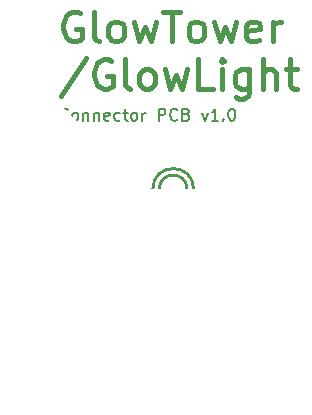
<source format=gbr>
%TF.GenerationSoftware,KiCad,Pcbnew,(6.0.6-0)*%
%TF.CreationDate,2022-07-27T22:54:00+02:00*%
%TF.ProjectId,GlowTower_LED_connector_PCB,476c6f77-546f-4776-9572-5f4c45445f63,rev?*%
%TF.SameCoordinates,Original*%
%TF.FileFunction,Legend,Top*%
%TF.FilePolarity,Positive*%
%FSLAX46Y46*%
G04 Gerber Fmt 4.6, Leading zero omitted, Abs format (unit mm)*
G04 Created by KiCad (PCBNEW (6.0.6-0)) date 2022-07-27 22:54:00*
%MOMM*%
%LPD*%
G01*
G04 APERTURE LIST*
G04 Aperture macros list*
%AMFreePoly0*
4,1,112,3.105582,3.191654,3.458980,3.129341,3.803230,3.028022,4.134041,2.888962,4.447289,2.713894,4.739071,2.504999,5.005748,2.264881,5.243998,1.996534,5.450851,1.703301,5.623729,1.388838,5.760476,1.057065,5.859388,0.712116,5.919233,0.358291,5.939265,0.000000,5.938012,-0.089748,5.907984,-0.447339,5.838283,-0.799355,5.729777,-1.141408,5.583820,-1.469234,5.402230,-1.778747,
5.187270,-2.066090,4.941620,-2.327680,4.668342,-2.560258,4.370841,-2.760925,4.052827,-2.927179,3.718263,-3.056948,3.371318,-3.148614,3.016317,-3.201036,2.657686,-3.213560,2.299893,-3.186029,1.947399,-3.118788,1.604597,-3.012673,1.275760,-2.869007,0.964987,-2.689582,0.676150,-2.476634,0.412851,-2.232816,0.178371,-1.961168,-0.024367,-1.665076,-0.192837,-1.348230,-0.324939,-1.014580,
-0.419026,-0.668283,-0.473925,-0.313657,-0.481420,-0.134825,-0.481581,-0.134460,-0.499164,0.000000,0.505984,0.000000,0.524968,-0.289640,0.581595,-0.574324,0.674897,-0.849181,0.803276,-1.109508,0.964536,-1.350851,1.155919,-1.569081,1.374149,-1.760464,1.615492,-1.921724,1.875819,-2.050103,2.150676,-2.143405,2.435360,-2.200032,2.725000,-2.219016,3.014640,-2.200032,3.299324,-2.143405,
3.574181,-2.050103,3.834508,-1.921724,4.075851,-1.760464,4.294081,-1.569081,4.485464,-1.350851,4.646724,-1.109508,4.775103,-0.849181,4.868405,-0.574324,4.925032,-0.289640,4.944016,0.000000,4.925032,0.289640,4.868405,0.574324,4.775103,0.849181,4.646724,1.109508,4.485464,1.350851,4.294081,1.569081,4.075851,1.760464,3.834508,1.921724,3.574181,2.050103,3.299324,2.143405,
3.014640,2.200032,2.725000,2.219016,2.435360,2.200032,2.150676,2.143405,1.875819,2.050103,1.615492,1.921724,1.374149,1.760464,1.155919,1.569081,0.964536,1.350851,0.803276,1.109508,0.674897,0.849181,0.581595,0.574324,0.524968,0.289640,0.505984,0.000000,-0.499164,0.000000,-0.499963,0.006109,-0.484897,0.102868,-0.463920,0.402854,-0.399140,0.755809,-0.295421,1.099343,
-0.154055,1.429175,0.023196,1.741194,0.234123,2.031510,0.476097,2.296505,0.746101,2.532875,1.040770,2.737676,1.356433,2.908354,1.689153,3.042782,2.034784,3.139284,2.389018,3.196657,2.747440,3.214187,3.105582,3.191654,3.105582,3.191654,$1*%
G04 Aperture macros list end*
%ADD10C,0.150000*%
%ADD11C,0.400000*%
%ADD12C,0.254001*%
%ADD13C,0.010000*%
%ADD14C,3.800000*%
%ADD15FreePoly0,0.000000*%
%ADD16R,2.200000X1.500000*%
%ADD17C,0.800000*%
G04 APERTURE END LIST*
D10*
X104097976Y-87833904D02*
X104097976Y-87033904D01*
X104402738Y-87033904D01*
X104478928Y-87072000D01*
X104517023Y-87110095D01*
X104555119Y-87186285D01*
X104555119Y-87300571D01*
X104517023Y-87376761D01*
X104478928Y-87414857D01*
X104402738Y-87452952D01*
X104097976Y-87452952D01*
X105355119Y-87757714D02*
X105317023Y-87795809D01*
X105202738Y-87833904D01*
X105126547Y-87833904D01*
X105012261Y-87795809D01*
X104936071Y-87719619D01*
X104897976Y-87643428D01*
X104859880Y-87491047D01*
X104859880Y-87376761D01*
X104897976Y-87224380D01*
X104936071Y-87148190D01*
X105012261Y-87072000D01*
X105126547Y-87033904D01*
X105202738Y-87033904D01*
X105317023Y-87072000D01*
X105355119Y-87110095D01*
X105964642Y-87414857D02*
X106078928Y-87452952D01*
X106117023Y-87491047D01*
X106155119Y-87567238D01*
X106155119Y-87681523D01*
X106117023Y-87757714D01*
X106078928Y-87795809D01*
X106002738Y-87833904D01*
X105697976Y-87833904D01*
X105697976Y-87033904D01*
X105964642Y-87033904D01*
X106040833Y-87072000D01*
X106078928Y-87110095D01*
X106117023Y-87186285D01*
X106117023Y-87262476D01*
X106078928Y-87338666D01*
X106040833Y-87376761D01*
X105964642Y-87414857D01*
X105697976Y-87414857D01*
X106993214Y-87300571D02*
X107297976Y-87300571D01*
X107107500Y-87833904D02*
X107107500Y-87148190D01*
X107145595Y-87072000D01*
X107221785Y-87033904D01*
X107297976Y-87033904D01*
X107564642Y-87833904D02*
X107564642Y-87300571D01*
X107564642Y-87033904D02*
X107526547Y-87072000D01*
X107564642Y-87110095D01*
X107602738Y-87072000D01*
X107564642Y-87033904D01*
X107564642Y-87110095D01*
X108059880Y-87833904D02*
X107983690Y-87795809D01*
X107945595Y-87719619D01*
X107945595Y-87033904D01*
X108669404Y-87795809D02*
X108593214Y-87833904D01*
X108440833Y-87833904D01*
X108364642Y-87795809D01*
X108326547Y-87719619D01*
X108326547Y-87414857D01*
X108364642Y-87338666D01*
X108440833Y-87300571D01*
X108593214Y-87300571D01*
X108669404Y-87338666D01*
X108707500Y-87414857D01*
X108707500Y-87491047D01*
X108326547Y-87567238D01*
X109012261Y-87795809D02*
X109088452Y-87833904D01*
X109240833Y-87833904D01*
X109317023Y-87795809D01*
X109355119Y-87719619D01*
X109355119Y-87681523D01*
X109317023Y-87605333D01*
X109240833Y-87567238D01*
X109126547Y-87567238D01*
X109050357Y-87529142D01*
X109012261Y-87452952D01*
X109012261Y-87414857D01*
X109050357Y-87338666D01*
X109126547Y-87300571D01*
X109240833Y-87300571D01*
X109317023Y-87338666D01*
X109697976Y-87757714D02*
X109736071Y-87795809D01*
X109697976Y-87833904D01*
X109659880Y-87795809D01*
X109697976Y-87757714D01*
X109697976Y-87833904D01*
X109697976Y-87338666D02*
X109736071Y-87376761D01*
X109697976Y-87414857D01*
X109659880Y-87376761D01*
X109697976Y-87338666D01*
X109697976Y-87414857D01*
X104097976Y-89121904D02*
X104097976Y-88321904D01*
X104440833Y-89121904D02*
X104440833Y-88702857D01*
X104402738Y-88626666D01*
X104326547Y-88588571D01*
X104212261Y-88588571D01*
X104136071Y-88626666D01*
X104097976Y-88664761D01*
X104707500Y-88588571D02*
X105012261Y-88588571D01*
X104821785Y-88321904D02*
X104821785Y-89007619D01*
X104859880Y-89083809D01*
X104936071Y-89121904D01*
X105012261Y-89121904D01*
X105164642Y-88588571D02*
X105469404Y-88588571D01*
X105278928Y-88321904D02*
X105278928Y-89007619D01*
X105317023Y-89083809D01*
X105393214Y-89121904D01*
X105469404Y-89121904D01*
X105736071Y-88588571D02*
X105736071Y-89388571D01*
X105736071Y-88626666D02*
X105812261Y-88588571D01*
X105964642Y-88588571D01*
X106040833Y-88626666D01*
X106078928Y-88664761D01*
X106117023Y-88740952D01*
X106117023Y-88969523D01*
X106078928Y-89045714D01*
X106040833Y-89083809D01*
X105964642Y-89121904D01*
X105812261Y-89121904D01*
X105736071Y-89083809D01*
X106421785Y-89083809D02*
X106497976Y-89121904D01*
X106650357Y-89121904D01*
X106726547Y-89083809D01*
X106764642Y-89007619D01*
X106764642Y-88969523D01*
X106726547Y-88893333D01*
X106650357Y-88855238D01*
X106536071Y-88855238D01*
X106459880Y-88817142D01*
X106421785Y-88740952D01*
X106421785Y-88702857D01*
X106459880Y-88626666D01*
X106536071Y-88588571D01*
X106650357Y-88588571D01*
X106726547Y-88626666D01*
X107107500Y-89045714D02*
X107145595Y-89083809D01*
X107107500Y-89121904D01*
X107069404Y-89083809D01*
X107107500Y-89045714D01*
X107107500Y-89121904D01*
X107107500Y-88626666D02*
X107145595Y-88664761D01*
X107107500Y-88702857D01*
X107069404Y-88664761D01*
X107107500Y-88626666D01*
X107107500Y-88702857D01*
X108059880Y-88283809D02*
X107374166Y-89312380D01*
X108897976Y-88283809D02*
X108212261Y-89312380D01*
X109164642Y-89121904D02*
X109164642Y-88321904D01*
X109164642Y-88626666D02*
X109240833Y-88588571D01*
X109393214Y-88588571D01*
X109469404Y-88626666D01*
X109507500Y-88664761D01*
X109545595Y-88740952D01*
X109545595Y-88969523D01*
X109507500Y-89045714D01*
X109469404Y-89083809D01*
X109393214Y-89121904D01*
X109240833Y-89121904D01*
X109164642Y-89083809D01*
X109888452Y-89121904D02*
X109888452Y-88588571D01*
X109888452Y-88321904D02*
X109850357Y-88360000D01*
X109888452Y-88398095D01*
X109926547Y-88360000D01*
X109888452Y-88321904D01*
X109888452Y-88398095D01*
X110155119Y-88588571D02*
X110459880Y-88588571D01*
X110269404Y-88321904D02*
X110269404Y-89007619D01*
X110307500Y-89083809D01*
X110383690Y-89121904D01*
X110459880Y-89121904D01*
X110726547Y-89045714D02*
X110764642Y-89083809D01*
X110726547Y-89121904D01*
X110688452Y-89083809D01*
X110726547Y-89045714D01*
X110726547Y-89121904D01*
X111221785Y-89121904D02*
X111145595Y-89083809D01*
X111107500Y-89007619D01*
X111107500Y-88321904D01*
X111450357Y-88588571D02*
X111640833Y-89121904D01*
X111831309Y-88588571D02*
X111640833Y-89121904D01*
X111564642Y-89312380D01*
X111526547Y-89350476D01*
X111450357Y-89388571D01*
X112707500Y-88283809D02*
X112021785Y-89312380D01*
X104021785Y-89609904D02*
X104517023Y-89609904D01*
X104250357Y-89914666D01*
X104364642Y-89914666D01*
X104440833Y-89952761D01*
X104478928Y-89990857D01*
X104517023Y-90067047D01*
X104517023Y-90257523D01*
X104478928Y-90333714D01*
X104440833Y-90371809D01*
X104364642Y-90409904D01*
X104136071Y-90409904D01*
X104059880Y-90371809D01*
X104021785Y-90333714D01*
X104783690Y-89876571D02*
X104974166Y-90409904D01*
X105164642Y-89876571D01*
X105850357Y-90409904D02*
X105469404Y-90409904D01*
X105469404Y-89609904D01*
X106421785Y-90371809D02*
X106345595Y-90409904D01*
X106193214Y-90409904D01*
X106117023Y-90371809D01*
X106078928Y-90295619D01*
X106078928Y-89990857D01*
X106117023Y-89914666D01*
X106193214Y-89876571D01*
X106345595Y-89876571D01*
X106421785Y-89914666D01*
X106459880Y-89990857D01*
X106459880Y-90067047D01*
X106078928Y-90143238D01*
X106802738Y-90409904D02*
X106802738Y-89609904D01*
X106802738Y-89914666D02*
X106878928Y-89876571D01*
X107031309Y-89876571D01*
X107107500Y-89914666D01*
X107145595Y-89952761D01*
X107183690Y-90028952D01*
X107183690Y-90257523D01*
X107145595Y-90333714D01*
X107107500Y-90371809D01*
X107031309Y-90409904D01*
X106878928Y-90409904D01*
X106802738Y-90371809D01*
X107488452Y-89686095D02*
X107526547Y-89648000D01*
X107602738Y-89609904D01*
X107793214Y-89609904D01*
X107869404Y-89648000D01*
X107907500Y-89686095D01*
X107945595Y-89762285D01*
X107945595Y-89838476D01*
X107907500Y-89952761D01*
X107450357Y-90409904D01*
X107945595Y-90409904D01*
X108212261Y-89609904D02*
X108707500Y-89609904D01*
X108440833Y-89914666D01*
X108555119Y-89914666D01*
X108631309Y-89952761D01*
X108669404Y-89990857D01*
X108707500Y-90067047D01*
X108707500Y-90257523D01*
X108669404Y-90333714D01*
X108631309Y-90371809D01*
X108555119Y-90409904D01*
X108326547Y-90409904D01*
X108250357Y-90371809D01*
X108212261Y-90333714D01*
D11*
X93744761Y-57297500D02*
X93506666Y-57178452D01*
X93149523Y-57178452D01*
X92792380Y-57297500D01*
X92554285Y-57535595D01*
X92435238Y-57773690D01*
X92316190Y-58249880D01*
X92316190Y-58607023D01*
X92435238Y-59083214D01*
X92554285Y-59321309D01*
X92792380Y-59559404D01*
X93149523Y-59678452D01*
X93387619Y-59678452D01*
X93744761Y-59559404D01*
X93863809Y-59440357D01*
X93863809Y-58607023D01*
X93387619Y-58607023D01*
X95292380Y-59678452D02*
X95054285Y-59559404D01*
X94935238Y-59321309D01*
X94935238Y-57178452D01*
X96601904Y-59678452D02*
X96363809Y-59559404D01*
X96244761Y-59440357D01*
X96125714Y-59202261D01*
X96125714Y-58487976D01*
X96244761Y-58249880D01*
X96363809Y-58130833D01*
X96601904Y-58011785D01*
X96959047Y-58011785D01*
X97197142Y-58130833D01*
X97316190Y-58249880D01*
X97435238Y-58487976D01*
X97435238Y-59202261D01*
X97316190Y-59440357D01*
X97197142Y-59559404D01*
X96959047Y-59678452D01*
X96601904Y-59678452D01*
X98268571Y-58011785D02*
X98744761Y-59678452D01*
X99220952Y-58487976D01*
X99697142Y-59678452D01*
X100173333Y-58011785D01*
X100768571Y-57178452D02*
X102197142Y-57178452D01*
X101482857Y-59678452D02*
X101482857Y-57178452D01*
X103387619Y-59678452D02*
X103149523Y-59559404D01*
X103030476Y-59440357D01*
X102911428Y-59202261D01*
X102911428Y-58487976D01*
X103030476Y-58249880D01*
X103149523Y-58130833D01*
X103387619Y-58011785D01*
X103744761Y-58011785D01*
X103982857Y-58130833D01*
X104101904Y-58249880D01*
X104220952Y-58487976D01*
X104220952Y-59202261D01*
X104101904Y-59440357D01*
X103982857Y-59559404D01*
X103744761Y-59678452D01*
X103387619Y-59678452D01*
X105054285Y-58011785D02*
X105530476Y-59678452D01*
X106006666Y-58487976D01*
X106482857Y-59678452D01*
X106959047Y-58011785D01*
X108863809Y-59559404D02*
X108625714Y-59678452D01*
X108149523Y-59678452D01*
X107911428Y-59559404D01*
X107792380Y-59321309D01*
X107792380Y-58368928D01*
X107911428Y-58130833D01*
X108149523Y-58011785D01*
X108625714Y-58011785D01*
X108863809Y-58130833D01*
X108982857Y-58368928D01*
X108982857Y-58607023D01*
X107792380Y-58845119D01*
X110054285Y-59678452D02*
X110054285Y-58011785D01*
X110054285Y-58487976D02*
X110173333Y-58249880D01*
X110292380Y-58130833D01*
X110530476Y-58011785D01*
X110768571Y-58011785D01*
X94220952Y-61084404D02*
X92078095Y-64298690D01*
X96363809Y-61322500D02*
X96125714Y-61203452D01*
X95768571Y-61203452D01*
X95411428Y-61322500D01*
X95173333Y-61560595D01*
X95054285Y-61798690D01*
X94935238Y-62274880D01*
X94935238Y-62632023D01*
X95054285Y-63108214D01*
X95173333Y-63346309D01*
X95411428Y-63584404D01*
X95768571Y-63703452D01*
X96006666Y-63703452D01*
X96363809Y-63584404D01*
X96482857Y-63465357D01*
X96482857Y-62632023D01*
X96006666Y-62632023D01*
X97911428Y-63703452D02*
X97673333Y-63584404D01*
X97554285Y-63346309D01*
X97554285Y-61203452D01*
X99220952Y-63703452D02*
X98982857Y-63584404D01*
X98863809Y-63465357D01*
X98744761Y-63227261D01*
X98744761Y-62512976D01*
X98863809Y-62274880D01*
X98982857Y-62155833D01*
X99220952Y-62036785D01*
X99578095Y-62036785D01*
X99816190Y-62155833D01*
X99935238Y-62274880D01*
X100054285Y-62512976D01*
X100054285Y-63227261D01*
X99935238Y-63465357D01*
X99816190Y-63584404D01*
X99578095Y-63703452D01*
X99220952Y-63703452D01*
X100887619Y-62036785D02*
X101363809Y-63703452D01*
X101840000Y-62512976D01*
X102316190Y-63703452D01*
X102792380Y-62036785D01*
X104935238Y-63703452D02*
X103744761Y-63703452D01*
X103744761Y-61203452D01*
X105768571Y-63703452D02*
X105768571Y-62036785D01*
X105768571Y-61203452D02*
X105649523Y-61322500D01*
X105768571Y-61441547D01*
X105887619Y-61322500D01*
X105768571Y-61203452D01*
X105768571Y-61441547D01*
X108030476Y-62036785D02*
X108030476Y-64060595D01*
X107911428Y-64298690D01*
X107792380Y-64417738D01*
X107554285Y-64536785D01*
X107197142Y-64536785D01*
X106959047Y-64417738D01*
X108030476Y-63584404D02*
X107792380Y-63703452D01*
X107316190Y-63703452D01*
X107078095Y-63584404D01*
X106959047Y-63465357D01*
X106840000Y-63227261D01*
X106840000Y-62512976D01*
X106959047Y-62274880D01*
X107078095Y-62155833D01*
X107316190Y-62036785D01*
X107792380Y-62036785D01*
X108030476Y-62155833D01*
X109220952Y-63703452D02*
X109220952Y-61203452D01*
X110292380Y-63703452D02*
X110292380Y-62393928D01*
X110173333Y-62155833D01*
X109935238Y-62036785D01*
X109578095Y-62036785D01*
X109340000Y-62155833D01*
X109220952Y-62274880D01*
X111125714Y-62036785D02*
X112078095Y-62036785D01*
X111482857Y-61203452D02*
X111482857Y-63346309D01*
X111601904Y-63584404D01*
X111840000Y-63703452D01*
X112078095Y-63703452D01*
D10*
X92667023Y-66297142D02*
X92619404Y-66344761D01*
X92476547Y-66392380D01*
X92381309Y-66392380D01*
X92238452Y-66344761D01*
X92143214Y-66249523D01*
X92095595Y-66154285D01*
X92047976Y-65963809D01*
X92047976Y-65820952D01*
X92095595Y-65630476D01*
X92143214Y-65535238D01*
X92238452Y-65440000D01*
X92381309Y-65392380D01*
X92476547Y-65392380D01*
X92619404Y-65440000D01*
X92667023Y-65487619D01*
X93238452Y-66392380D02*
X93143214Y-66344761D01*
X93095595Y-66297142D01*
X93047976Y-66201904D01*
X93047976Y-65916190D01*
X93095595Y-65820952D01*
X93143214Y-65773333D01*
X93238452Y-65725714D01*
X93381309Y-65725714D01*
X93476547Y-65773333D01*
X93524166Y-65820952D01*
X93571785Y-65916190D01*
X93571785Y-66201904D01*
X93524166Y-66297142D01*
X93476547Y-66344761D01*
X93381309Y-66392380D01*
X93238452Y-66392380D01*
X94000357Y-65725714D02*
X94000357Y-66392380D01*
X94000357Y-65820952D02*
X94047976Y-65773333D01*
X94143214Y-65725714D01*
X94286071Y-65725714D01*
X94381309Y-65773333D01*
X94428928Y-65868571D01*
X94428928Y-66392380D01*
X94905119Y-65725714D02*
X94905119Y-66392380D01*
X94905119Y-65820952D02*
X94952738Y-65773333D01*
X95047976Y-65725714D01*
X95190833Y-65725714D01*
X95286071Y-65773333D01*
X95333690Y-65868571D01*
X95333690Y-66392380D01*
X96190833Y-66344761D02*
X96095595Y-66392380D01*
X95905119Y-66392380D01*
X95809880Y-66344761D01*
X95762261Y-66249523D01*
X95762261Y-65868571D01*
X95809880Y-65773333D01*
X95905119Y-65725714D01*
X96095595Y-65725714D01*
X96190833Y-65773333D01*
X96238452Y-65868571D01*
X96238452Y-65963809D01*
X95762261Y-66059047D01*
X97095595Y-66344761D02*
X97000357Y-66392380D01*
X96809880Y-66392380D01*
X96714642Y-66344761D01*
X96667023Y-66297142D01*
X96619404Y-66201904D01*
X96619404Y-65916190D01*
X96667023Y-65820952D01*
X96714642Y-65773333D01*
X96809880Y-65725714D01*
X97000357Y-65725714D01*
X97095595Y-65773333D01*
X97381309Y-65725714D02*
X97762261Y-65725714D01*
X97524166Y-65392380D02*
X97524166Y-66249523D01*
X97571785Y-66344761D01*
X97667023Y-66392380D01*
X97762261Y-66392380D01*
X98238452Y-66392380D02*
X98143214Y-66344761D01*
X98095595Y-66297142D01*
X98047976Y-66201904D01*
X98047976Y-65916190D01*
X98095595Y-65820952D01*
X98143214Y-65773333D01*
X98238452Y-65725714D01*
X98381309Y-65725714D01*
X98476547Y-65773333D01*
X98524166Y-65820952D01*
X98571785Y-65916190D01*
X98571785Y-66201904D01*
X98524166Y-66297142D01*
X98476547Y-66344761D01*
X98381309Y-66392380D01*
X98238452Y-66392380D01*
X99000357Y-66392380D02*
X99000357Y-65725714D01*
X99000357Y-65916190D02*
X99047976Y-65820952D01*
X99095595Y-65773333D01*
X99190833Y-65725714D01*
X99286071Y-65725714D01*
X100381309Y-66392380D02*
X100381309Y-65392380D01*
X100762261Y-65392380D01*
X100857500Y-65440000D01*
X100905119Y-65487619D01*
X100952738Y-65582857D01*
X100952738Y-65725714D01*
X100905119Y-65820952D01*
X100857500Y-65868571D01*
X100762261Y-65916190D01*
X100381309Y-65916190D01*
X101952738Y-66297142D02*
X101905119Y-66344761D01*
X101762261Y-66392380D01*
X101667023Y-66392380D01*
X101524166Y-66344761D01*
X101428928Y-66249523D01*
X101381309Y-66154285D01*
X101333690Y-65963809D01*
X101333690Y-65820952D01*
X101381309Y-65630476D01*
X101428928Y-65535238D01*
X101524166Y-65440000D01*
X101667023Y-65392380D01*
X101762261Y-65392380D01*
X101905119Y-65440000D01*
X101952738Y-65487619D01*
X102714642Y-65868571D02*
X102857500Y-65916190D01*
X102905119Y-65963809D01*
X102952738Y-66059047D01*
X102952738Y-66201904D01*
X102905119Y-66297142D01*
X102857500Y-66344761D01*
X102762261Y-66392380D01*
X102381309Y-66392380D01*
X102381309Y-65392380D01*
X102714642Y-65392380D01*
X102809880Y-65440000D01*
X102857500Y-65487619D01*
X102905119Y-65582857D01*
X102905119Y-65678095D01*
X102857500Y-65773333D01*
X102809880Y-65820952D01*
X102714642Y-65868571D01*
X102381309Y-65868571D01*
X104047976Y-65725714D02*
X104286071Y-66392380D01*
X104524166Y-65725714D01*
X105428928Y-66392380D02*
X104857500Y-66392380D01*
X105143214Y-66392380D02*
X105143214Y-65392380D01*
X105047976Y-65535238D01*
X104952738Y-65630476D01*
X104857500Y-65678095D01*
X105857500Y-66297142D02*
X105905119Y-66344761D01*
X105857500Y-66392380D01*
X105809880Y-66344761D01*
X105857500Y-66297142D01*
X105857500Y-66392380D01*
X106524166Y-65392380D02*
X106619404Y-65392380D01*
X106714642Y-65440000D01*
X106762261Y-65487619D01*
X106809880Y-65582857D01*
X106857500Y-65773333D01*
X106857500Y-66011428D01*
X106809880Y-66201904D01*
X106762261Y-66297142D01*
X106714642Y-66344761D01*
X106619404Y-66392380D01*
X106524166Y-66392380D01*
X106428928Y-66344761D01*
X106381309Y-66297142D01*
X106333690Y-66201904D01*
X106286071Y-66011428D01*
X106286071Y-65773333D01*
X106333690Y-65582857D01*
X106381309Y-65487619D01*
X106428928Y-65440000D01*
X106524166Y-65392380D01*
D12*
%TO.C,SW1*%
X102770942Y-72187734D02*
G75*
G03*
X102770942Y-72187734I-1170942J0D01*
G01*
X103327457Y-72187734D02*
G75*
G03*
X103327457Y-72187734I-1727457J0D01*
G01*
%TO.C,OSHW logo*%
G36*
X97904876Y-89586335D02*
G01*
X97946667Y-89605344D01*
X97979469Y-89628378D01*
X98003503Y-89654133D01*
X98020097Y-89687358D01*
X98030577Y-89732800D01*
X98036271Y-89795207D01*
X98038507Y-89879327D01*
X98038743Y-89934721D01*
X98038743Y-90150826D01*
X98001774Y-90167670D01*
X97972656Y-90179981D01*
X97958231Y-90184514D01*
X97955472Y-90171025D01*
X97953282Y-90134653D01*
X97951942Y-90081542D01*
X97951657Y-90039372D01*
X97950434Y-89978447D01*
X97947136Y-89930115D01*
X97942321Y-89900518D01*
X97938496Y-89894229D01*
X97912783Y-89900652D01*
X97872418Y-89917125D01*
X97825679Y-89939458D01*
X97780845Y-89963457D01*
X97746193Y-89984930D01*
X97730002Y-89999685D01*
X97729938Y-89999845D01*
X97731330Y-90027152D01*
X97743818Y-90053219D01*
X97765743Y-90074392D01*
X97797743Y-90081474D01*
X97825092Y-90080649D01*
X97863826Y-90080042D01*
X97884158Y-90089116D01*
X97896369Y-90113092D01*
X97897909Y-90117613D01*
X97903203Y-90151806D01*
X97889047Y-90172568D01*
X97852148Y-90182462D01*
X97812289Y-90184292D01*
X97740562Y-90170727D01*
X97703432Y-90151355D01*
X97657576Y-90105845D01*
X97633256Y-90049983D01*
X97631073Y-89990957D01*
X97651629Y-89935953D01*
X97682549Y-89901486D01*
X97713420Y-89882189D01*
X97761942Y-89857759D01*
X97818485Y-89832985D01*
X97827910Y-89829199D01*
X97890019Y-89801791D01*
X97925822Y-89777634D01*
X97937337Y-89753619D01*
X97926580Y-89726635D01*
X97908114Y-89705543D01*
X97864469Y-89679572D01*
X97816446Y-89677624D01*
X97772406Y-89697637D01*
X97740709Y-89737551D01*
X97736549Y-89747848D01*
X97712327Y-89785724D01*
X97676965Y-89813842D01*
X97632343Y-89836917D01*
X97632343Y-89771485D01*
X97634969Y-89731506D01*
X97646230Y-89699997D01*
X97671199Y-89666378D01*
X97695169Y-89640484D01*
X97732441Y-89603817D01*
X97761401Y-89584121D01*
X97792505Y-89576220D01*
X97827713Y-89574914D01*
X97904876Y-89586335D01*
G37*
D13*
X97904876Y-89586335D02*
X97946667Y-89605344D01*
X97979469Y-89628378D01*
X98003503Y-89654133D01*
X98020097Y-89687358D01*
X98030577Y-89732800D01*
X98036271Y-89795207D01*
X98038507Y-89879327D01*
X98038743Y-89934721D01*
X98038743Y-90150826D01*
X98001774Y-90167670D01*
X97972656Y-90179981D01*
X97958231Y-90184514D01*
X97955472Y-90171025D01*
X97953282Y-90134653D01*
X97951942Y-90081542D01*
X97951657Y-90039372D01*
X97950434Y-89978447D01*
X97947136Y-89930115D01*
X97942321Y-89900518D01*
X97938496Y-89894229D01*
X97912783Y-89900652D01*
X97872418Y-89917125D01*
X97825679Y-89939458D01*
X97780845Y-89963457D01*
X97746193Y-89984930D01*
X97730002Y-89999685D01*
X97729938Y-89999845D01*
X97731330Y-90027152D01*
X97743818Y-90053219D01*
X97765743Y-90074392D01*
X97797743Y-90081474D01*
X97825092Y-90080649D01*
X97863826Y-90080042D01*
X97884158Y-90089116D01*
X97896369Y-90113092D01*
X97897909Y-90117613D01*
X97903203Y-90151806D01*
X97889047Y-90172568D01*
X97852148Y-90182462D01*
X97812289Y-90184292D01*
X97740562Y-90170727D01*
X97703432Y-90151355D01*
X97657576Y-90105845D01*
X97633256Y-90049983D01*
X97631073Y-89990957D01*
X97651629Y-89935953D01*
X97682549Y-89901486D01*
X97713420Y-89882189D01*
X97761942Y-89857759D01*
X97818485Y-89832985D01*
X97827910Y-89829199D01*
X97890019Y-89801791D01*
X97925822Y-89777634D01*
X97937337Y-89753619D01*
X97926580Y-89726635D01*
X97908114Y-89705543D01*
X97864469Y-89679572D01*
X97816446Y-89677624D01*
X97772406Y-89697637D01*
X97740709Y-89737551D01*
X97736549Y-89747848D01*
X97712327Y-89785724D01*
X97676965Y-89813842D01*
X97632343Y-89836917D01*
X97632343Y-89771485D01*
X97634969Y-89731506D01*
X97646230Y-89699997D01*
X97671199Y-89666378D01*
X97695169Y-89640484D01*
X97732441Y-89603817D01*
X97761401Y-89584121D01*
X97792505Y-89576220D01*
X97827713Y-89574914D01*
X97904876Y-89586335D01*
G36*
X93631550Y-89666212D02*
G01*
X93665456Y-89617302D01*
X93726653Y-89567878D01*
X93794063Y-89543359D01*
X93862880Y-89541797D01*
X93928303Y-89561239D01*
X93985527Y-89599735D01*
X94029749Y-89655335D01*
X94056167Y-89726086D01*
X94061510Y-89778162D01*
X94060903Y-89799893D01*
X94055822Y-89816531D01*
X94041855Y-89831437D01*
X94014589Y-89847973D01*
X93969612Y-89869498D01*
X93902511Y-89899374D01*
X93902171Y-89899524D01*
X93840407Y-89927813D01*
X93789759Y-89952933D01*
X93755404Y-89972179D01*
X93742518Y-89982848D01*
X93742514Y-89982934D01*
X93753872Y-90006166D01*
X93780431Y-90031774D01*
X93810923Y-90050221D01*
X93826370Y-90053886D01*
X93868515Y-90041212D01*
X93904808Y-90009471D01*
X93922517Y-89974572D01*
X93939552Y-89948845D01*
X93972922Y-89919546D01*
X94012149Y-89894235D01*
X94046756Y-89880471D01*
X94053993Y-89879714D01*
X94062139Y-89892160D01*
X94062630Y-89923972D01*
X94056643Y-89966866D01*
X94045357Y-90012558D01*
X94029950Y-90052761D01*
X94029171Y-90054322D01*
X93982804Y-90119062D01*
X93922711Y-90163097D01*
X93854465Y-90184711D01*
X93783638Y-90182185D01*
X93715804Y-90153804D01*
X93712788Y-90151808D01*
X93659427Y-90103448D01*
X93624340Y-90040352D01*
X93604922Y-89957387D01*
X93602316Y-89934078D01*
X93597701Y-89824055D01*
X93603233Y-89772748D01*
X93742514Y-89772748D01*
X93744324Y-89804753D01*
X93754222Y-89814093D01*
X93778898Y-89807105D01*
X93817795Y-89790587D01*
X93861275Y-89769881D01*
X93862356Y-89769333D01*
X93899209Y-89749949D01*
X93914000Y-89737013D01*
X93910353Y-89723451D01*
X93894995Y-89705632D01*
X93855923Y-89679845D01*
X93813846Y-89677950D01*
X93776103Y-89696717D01*
X93750034Y-89732915D01*
X93742514Y-89772748D01*
X93603233Y-89772748D01*
X93607194Y-89736027D01*
X93631550Y-89666212D01*
G37*
X93631550Y-89666212D02*
X93665456Y-89617302D01*
X93726653Y-89567878D01*
X93794063Y-89543359D01*
X93862880Y-89541797D01*
X93928303Y-89561239D01*
X93985527Y-89599735D01*
X94029749Y-89655335D01*
X94056167Y-89726086D01*
X94061510Y-89778162D01*
X94060903Y-89799893D01*
X94055822Y-89816531D01*
X94041855Y-89831437D01*
X94014589Y-89847973D01*
X93969612Y-89869498D01*
X93902511Y-89899374D01*
X93902171Y-89899524D01*
X93840407Y-89927813D01*
X93789759Y-89952933D01*
X93755404Y-89972179D01*
X93742518Y-89982848D01*
X93742514Y-89982934D01*
X93753872Y-90006166D01*
X93780431Y-90031774D01*
X93810923Y-90050221D01*
X93826370Y-90053886D01*
X93868515Y-90041212D01*
X93904808Y-90009471D01*
X93922517Y-89974572D01*
X93939552Y-89948845D01*
X93972922Y-89919546D01*
X94012149Y-89894235D01*
X94046756Y-89880471D01*
X94053993Y-89879714D01*
X94062139Y-89892160D01*
X94062630Y-89923972D01*
X94056643Y-89966866D01*
X94045357Y-90012558D01*
X94029950Y-90052761D01*
X94029171Y-90054322D01*
X93982804Y-90119062D01*
X93922711Y-90163097D01*
X93854465Y-90184711D01*
X93783638Y-90182185D01*
X93715804Y-90153804D01*
X93712788Y-90151808D01*
X93659427Y-90103448D01*
X93624340Y-90040352D01*
X93604922Y-89957387D01*
X93602316Y-89934078D01*
X93597701Y-89824055D01*
X93603233Y-89772748D01*
X93742514Y-89772748D01*
X93744324Y-89804753D01*
X93754222Y-89814093D01*
X93778898Y-89807105D01*
X93817795Y-89790587D01*
X93861275Y-89769881D01*
X93862356Y-89769333D01*
X93899209Y-89749949D01*
X93914000Y-89737013D01*
X93910353Y-89723451D01*
X93894995Y-89705632D01*
X93855923Y-89679845D01*
X93813846Y-89677950D01*
X93776103Y-89696717D01*
X93750034Y-89732915D01*
X93742514Y-89772748D01*
X93603233Y-89772748D01*
X93607194Y-89736027D01*
X93631550Y-89666212D01*
G36*
X95863910Y-84872348D02*
G01*
X95942454Y-84872778D01*
X95999298Y-84873942D01*
X96038105Y-84876207D01*
X96062538Y-84879940D01*
X96076262Y-84885506D01*
X96082940Y-84893273D01*
X96086236Y-84903605D01*
X96086556Y-84904943D01*
X96091562Y-84929079D01*
X96100829Y-84976701D01*
X96113392Y-85042741D01*
X96128287Y-85122128D01*
X96144551Y-85209796D01*
X96145119Y-85212875D01*
X96161410Y-85298789D01*
X96176652Y-85374696D01*
X96189861Y-85436045D01*
X96200054Y-85478282D01*
X96206248Y-85496855D01*
X96206543Y-85497184D01*
X96224788Y-85506253D01*
X96262405Y-85521367D01*
X96311271Y-85539262D01*
X96311543Y-85539358D01*
X96373093Y-85562493D01*
X96445657Y-85591965D01*
X96514057Y-85621597D01*
X96517294Y-85623062D01*
X96628702Y-85673626D01*
X96875399Y-85505160D01*
X96951077Y-85453803D01*
X97019631Y-85407889D01*
X97077088Y-85370030D01*
X97119476Y-85342837D01*
X97142825Y-85328921D01*
X97145042Y-85327889D01*
X97162010Y-85332484D01*
X97193701Y-85354655D01*
X97241352Y-85395447D01*
X97306198Y-85455905D01*
X97372397Y-85520227D01*
X97436214Y-85583612D01*
X97493329Y-85641451D01*
X97540305Y-85690175D01*
X97573703Y-85726210D01*
X97590085Y-85745984D01*
X97590694Y-85747002D01*
X97592505Y-85760572D01*
X97585683Y-85782733D01*
X97568540Y-85816478D01*
X97539393Y-85864800D01*
X97496555Y-85930692D01*
X97439448Y-86015517D01*
X97388766Y-86090177D01*
X97343461Y-86157140D01*
X97306150Y-86212516D01*
X97279452Y-86252420D01*
X97265985Y-86272962D01*
X97265137Y-86274356D01*
X97266781Y-86294038D01*
X97279245Y-86332293D01*
X97300048Y-86381889D01*
X97307462Y-86397728D01*
X97339814Y-86468290D01*
X97374328Y-86548353D01*
X97402365Y-86617629D01*
X97422568Y-86669045D01*
X97438615Y-86708119D01*
X97447888Y-86728541D01*
X97449041Y-86730114D01*
X97466096Y-86732721D01*
X97506298Y-86739863D01*
X97564302Y-86750523D01*
X97634763Y-86763685D01*
X97712335Y-86778333D01*
X97791672Y-86793449D01*
X97867431Y-86808018D01*
X97934264Y-86821022D01*
X97986828Y-86831445D01*
X98019776Y-86838270D01*
X98027857Y-86840199D01*
X98036205Y-86844962D01*
X98042506Y-86855718D01*
X98047045Y-86876098D01*
X98050104Y-86909734D01*
X98051967Y-86960255D01*
X98052918Y-87031292D01*
X98053240Y-87126476D01*
X98053257Y-87165492D01*
X98053257Y-87482799D01*
X97977057Y-87497839D01*
X97934663Y-87505995D01*
X97871400Y-87517899D01*
X97794962Y-87532116D01*
X97713043Y-87547210D01*
X97690400Y-87551355D01*
X97614806Y-87566053D01*
X97548953Y-87580505D01*
X97498366Y-87593375D01*
X97468574Y-87603322D01*
X97463612Y-87606287D01*
X97451426Y-87627283D01*
X97433953Y-87667967D01*
X97414577Y-87720322D01*
X97410734Y-87731600D01*
X97385339Y-87801523D01*
X97353817Y-87880418D01*
X97322969Y-87951266D01*
X97322817Y-87951595D01*
X97271447Y-88062733D01*
X97440399Y-88311253D01*
X97609352Y-88559772D01*
X97392429Y-88777058D01*
X97326819Y-88841726D01*
X97266979Y-88898733D01*
X97216267Y-88945033D01*
X97178046Y-88977584D01*
X97155675Y-88993343D01*
X97152466Y-88994343D01*
X97133626Y-88986469D01*
X97095180Y-88964578D01*
X97041330Y-88931267D01*
X96976276Y-88889131D01*
X96905940Y-88841943D01*
X96834555Y-88793810D01*
X96770908Y-88751928D01*
X96719041Y-88718871D01*
X96682995Y-88697218D01*
X96666867Y-88689543D01*
X96647189Y-88696037D01*
X96609875Y-88713150D01*
X96562621Y-88737326D01*
X96557612Y-88740013D01*
X96493977Y-88771927D01*
X96450341Y-88787579D01*
X96423202Y-88787745D01*
X96409057Y-88773204D01*
X96408975Y-88773000D01*
X96401905Y-88755779D01*
X96385042Y-88714899D01*
X96359695Y-88653525D01*
X96327171Y-88574819D01*
X96288778Y-88481947D01*
X96245822Y-88378072D01*
X96204222Y-88277502D01*
X96158504Y-88166516D01*
X96116526Y-88063703D01*
X96079548Y-87972215D01*
X96048827Y-87895201D01*
X96025622Y-87835815D01*
X96011190Y-87797209D01*
X96006743Y-87782800D01*
X96017896Y-87766272D01*
X96047069Y-87739930D01*
X96085971Y-87710887D01*
X96196757Y-87619039D01*
X96283351Y-87513759D01*
X96344716Y-87397266D01*
X96379815Y-87271776D01*
X96387608Y-87139507D01*
X96381943Y-87078457D01*
X96351078Y-86951795D01*
X96297920Y-86839941D01*
X96225767Y-86744001D01*
X96137917Y-86665076D01*
X96037665Y-86604270D01*
X95928310Y-86562687D01*
X95813147Y-86541428D01*
X95695475Y-86541599D01*
X95578590Y-86564301D01*
X95465789Y-86610638D01*
X95360369Y-86681713D01*
X95316368Y-86721911D01*
X95231979Y-86825129D01*
X95173222Y-86937925D01*
X95139704Y-87057010D01*
X95131035Y-87179095D01*
X95146823Y-87300893D01*
X95186678Y-87419116D01*
X95250207Y-87530475D01*
X95337021Y-87631684D01*
X95434029Y-87710887D01*
X95474437Y-87741162D01*
X95502982Y-87767219D01*
X95513257Y-87782825D01*
X95507877Y-87799843D01*
X95492575Y-87840500D01*
X95468612Y-87901642D01*
X95437244Y-87980119D01*
X95399732Y-88072780D01*
X95357333Y-88176472D01*
X95315663Y-88277526D01*
X95269690Y-88388607D01*
X95227107Y-88491541D01*
X95189221Y-88583165D01*
X95157340Y-88660316D01*
X95132771Y-88719831D01*
X95116820Y-88758544D01*
X95110910Y-88773000D01*
X95096948Y-88787685D01*
X95069940Y-88787642D01*
X95026413Y-88772099D01*
X94962890Y-88740284D01*
X94962388Y-88740013D01*
X94914560Y-88715323D01*
X94875897Y-88697338D01*
X94854095Y-88689614D01*
X94853133Y-88689543D01*
X94836721Y-88697378D01*
X94800487Y-88719165D01*
X94748474Y-88752328D01*
X94684725Y-88794291D01*
X94614060Y-88841943D01*
X94542116Y-88890191D01*
X94477274Y-88932151D01*
X94423735Y-88965227D01*
X94385697Y-88986821D01*
X94367533Y-88994343D01*
X94350808Y-88984457D01*
X94317180Y-88956826D01*
X94270010Y-88914495D01*
X94212658Y-88860505D01*
X94148484Y-88797899D01*
X94127497Y-88776983D01*
X93910499Y-88559623D01*
X94075668Y-88317220D01*
X94125864Y-88242781D01*
X94169919Y-88175972D01*
X94205362Y-88120665D01*
X94229719Y-88080729D01*
X94240522Y-88060036D01*
X94240838Y-88058563D01*
X94235143Y-88039058D01*
X94219826Y-87999822D01*
X94197537Y-87947430D01*
X94181893Y-87912355D01*
X94152641Y-87845201D01*
X94125094Y-87777358D01*
X94103737Y-87720034D01*
X94097935Y-87702572D01*
X94081452Y-87655938D01*
X94065340Y-87619905D01*
X94056490Y-87606287D01*
X94036960Y-87597952D01*
X93994334Y-87586137D01*
X93934145Y-87572181D01*
X93861922Y-87557422D01*
X93829600Y-87551355D01*
X93747522Y-87536273D01*
X93668795Y-87521669D01*
X93601109Y-87508980D01*
X93552160Y-87499642D01*
X93542943Y-87497839D01*
X93466743Y-87482799D01*
X93466743Y-87165492D01*
X93466914Y-87061154D01*
X93467616Y-86982213D01*
X93469134Y-86925038D01*
X93471749Y-86885999D01*
X93475746Y-86861465D01*
X93481409Y-86847805D01*
X93489020Y-86841389D01*
X93492143Y-86840199D01*
X93510978Y-86835980D01*
X93552588Y-86827562D01*
X93611630Y-86815961D01*
X93682757Y-86802195D01*
X93760625Y-86787280D01*
X93839887Y-86772232D01*
X93915198Y-86758069D01*
X93981213Y-86745806D01*
X94032587Y-86736461D01*
X94063975Y-86731050D01*
X94070959Y-86730114D01*
X94077285Y-86717596D01*
X94091290Y-86684246D01*
X94110355Y-86636377D01*
X94117634Y-86617629D01*
X94146996Y-86545195D01*
X94181571Y-86465170D01*
X94212537Y-86397728D01*
X94235323Y-86346159D01*
X94250482Y-86303785D01*
X94255542Y-86277834D01*
X94254736Y-86274356D01*
X94244041Y-86257936D01*
X94219620Y-86221417D01*
X94184095Y-86168687D01*
X94140087Y-86103635D01*
X94090217Y-86030151D01*
X94080356Y-86015645D01*
X94022492Y-85929704D01*
X93979956Y-85864261D01*
X93951054Y-85816304D01*
X93934090Y-85782820D01*
X93927367Y-85760795D01*
X93929190Y-85747217D01*
X93929236Y-85747131D01*
X93943586Y-85729297D01*
X93975323Y-85694817D01*
X94021010Y-85647268D01*
X94077204Y-85590222D01*
X94140468Y-85527255D01*
X94147602Y-85520227D01*
X94227330Y-85443020D01*
X94288857Y-85386330D01*
X94333421Y-85349110D01*
X94362257Y-85330315D01*
X94374958Y-85327889D01*
X94393494Y-85338471D01*
X94431961Y-85362916D01*
X94486386Y-85398612D01*
X94552798Y-85442947D01*
X94627225Y-85493311D01*
X94644601Y-85505160D01*
X94891297Y-85673626D01*
X95002706Y-85623062D01*
X95070457Y-85593595D01*
X95143183Y-85563959D01*
X95205703Y-85540330D01*
X95208457Y-85539358D01*
X95257360Y-85521457D01*
X95295057Y-85506320D01*
X95313425Y-85497210D01*
X95313456Y-85497184D01*
X95319285Y-85480717D01*
X95329192Y-85440219D01*
X95342195Y-85380242D01*
X95357309Y-85305340D01*
X95373552Y-85220064D01*
X95374881Y-85212875D01*
X95391175Y-85125014D01*
X95406133Y-85045260D01*
X95418791Y-84978681D01*
X95428186Y-84930347D01*
X95433354Y-84905325D01*
X95433444Y-84904943D01*
X95436589Y-84894299D01*
X95442704Y-84886262D01*
X95455453Y-84880467D01*
X95478500Y-84876547D01*
X95515509Y-84874135D01*
X95570144Y-84872865D01*
X95646067Y-84872371D01*
X95746944Y-84872286D01*
X95760000Y-84872286D01*
X95863910Y-84872348D01*
G37*
X95863910Y-84872348D02*
X95942454Y-84872778D01*
X95999298Y-84873942D01*
X96038105Y-84876207D01*
X96062538Y-84879940D01*
X96076262Y-84885506D01*
X96082940Y-84893273D01*
X96086236Y-84903605D01*
X96086556Y-84904943D01*
X96091562Y-84929079D01*
X96100829Y-84976701D01*
X96113392Y-85042741D01*
X96128287Y-85122128D01*
X96144551Y-85209796D01*
X96145119Y-85212875D01*
X96161410Y-85298789D01*
X96176652Y-85374696D01*
X96189861Y-85436045D01*
X96200054Y-85478282D01*
X96206248Y-85496855D01*
X96206543Y-85497184D01*
X96224788Y-85506253D01*
X96262405Y-85521367D01*
X96311271Y-85539262D01*
X96311543Y-85539358D01*
X96373093Y-85562493D01*
X96445657Y-85591965D01*
X96514057Y-85621597D01*
X96517294Y-85623062D01*
X96628702Y-85673626D01*
X96875399Y-85505160D01*
X96951077Y-85453803D01*
X97019631Y-85407889D01*
X97077088Y-85370030D01*
X97119476Y-85342837D01*
X97142825Y-85328921D01*
X97145042Y-85327889D01*
X97162010Y-85332484D01*
X97193701Y-85354655D01*
X97241352Y-85395447D01*
X97306198Y-85455905D01*
X97372397Y-85520227D01*
X97436214Y-85583612D01*
X97493329Y-85641451D01*
X97540305Y-85690175D01*
X97573703Y-85726210D01*
X97590085Y-85745984D01*
X97590694Y-85747002D01*
X97592505Y-85760572D01*
X97585683Y-85782733D01*
X97568540Y-85816478D01*
X97539393Y-85864800D01*
X97496555Y-85930692D01*
X97439448Y-86015517D01*
X97388766Y-86090177D01*
X97343461Y-86157140D01*
X97306150Y-86212516D01*
X97279452Y-86252420D01*
X97265985Y-86272962D01*
X97265137Y-86274356D01*
X97266781Y-86294038D01*
X97279245Y-86332293D01*
X97300048Y-86381889D01*
X97307462Y-86397728D01*
X97339814Y-86468290D01*
X97374328Y-86548353D01*
X97402365Y-86617629D01*
X97422568Y-86669045D01*
X97438615Y-86708119D01*
X97447888Y-86728541D01*
X97449041Y-86730114D01*
X97466096Y-86732721D01*
X97506298Y-86739863D01*
X97564302Y-86750523D01*
X97634763Y-86763685D01*
X97712335Y-86778333D01*
X97791672Y-86793449D01*
X97867431Y-86808018D01*
X97934264Y-86821022D01*
X97986828Y-86831445D01*
X98019776Y-86838270D01*
X98027857Y-86840199D01*
X98036205Y-86844962D01*
X98042506Y-86855718D01*
X98047045Y-86876098D01*
X98050104Y-86909734D01*
X98051967Y-86960255D01*
X98052918Y-87031292D01*
X98053240Y-87126476D01*
X98053257Y-87165492D01*
X98053257Y-87482799D01*
X97977057Y-87497839D01*
X97934663Y-87505995D01*
X97871400Y-87517899D01*
X97794962Y-87532116D01*
X97713043Y-87547210D01*
X97690400Y-87551355D01*
X97614806Y-87566053D01*
X97548953Y-87580505D01*
X97498366Y-87593375D01*
X97468574Y-87603322D01*
X97463612Y-87606287D01*
X97451426Y-87627283D01*
X97433953Y-87667967D01*
X97414577Y-87720322D01*
X97410734Y-87731600D01*
X97385339Y-87801523D01*
X97353817Y-87880418D01*
X97322969Y-87951266D01*
X97322817Y-87951595D01*
X97271447Y-88062733D01*
X97440399Y-88311253D01*
X97609352Y-88559772D01*
X97392429Y-88777058D01*
X97326819Y-88841726D01*
X97266979Y-88898733D01*
X97216267Y-88945033D01*
X97178046Y-88977584D01*
X97155675Y-88993343D01*
X97152466Y-88994343D01*
X97133626Y-88986469D01*
X97095180Y-88964578D01*
X97041330Y-88931267D01*
X96976276Y-88889131D01*
X96905940Y-88841943D01*
X96834555Y-88793810D01*
X96770908Y-88751928D01*
X96719041Y-88718871D01*
X96682995Y-88697218D01*
X96666867Y-88689543D01*
X96647189Y-88696037D01*
X96609875Y-88713150D01*
X96562621Y-88737326D01*
X96557612Y-88740013D01*
X96493977Y-88771927D01*
X96450341Y-88787579D01*
X96423202Y-88787745D01*
X96409057Y-88773204D01*
X96408975Y-88773000D01*
X96401905Y-88755779D01*
X96385042Y-88714899D01*
X96359695Y-88653525D01*
X96327171Y-88574819D01*
X96288778Y-88481947D01*
X96245822Y-88378072D01*
X96204222Y-88277502D01*
X96158504Y-88166516D01*
X96116526Y-88063703D01*
X96079548Y-87972215D01*
X96048827Y-87895201D01*
X96025622Y-87835815D01*
X96011190Y-87797209D01*
X96006743Y-87782800D01*
X96017896Y-87766272D01*
X96047069Y-87739930D01*
X96085971Y-87710887D01*
X96196757Y-87619039D01*
X96283351Y-87513759D01*
X96344716Y-87397266D01*
X96379815Y-87271776D01*
X96387608Y-87139507D01*
X96381943Y-87078457D01*
X96351078Y-86951795D01*
X96297920Y-86839941D01*
X96225767Y-86744001D01*
X96137917Y-86665076D01*
X96037665Y-86604270D01*
X95928310Y-86562687D01*
X95813147Y-86541428D01*
X95695475Y-86541599D01*
X95578590Y-86564301D01*
X95465789Y-86610638D01*
X95360369Y-86681713D01*
X95316368Y-86721911D01*
X95231979Y-86825129D01*
X95173222Y-86937925D01*
X95139704Y-87057010D01*
X95131035Y-87179095D01*
X95146823Y-87300893D01*
X95186678Y-87419116D01*
X95250207Y-87530475D01*
X95337021Y-87631684D01*
X95434029Y-87710887D01*
X95474437Y-87741162D01*
X95502982Y-87767219D01*
X95513257Y-87782825D01*
X95507877Y-87799843D01*
X95492575Y-87840500D01*
X95468612Y-87901642D01*
X95437244Y-87980119D01*
X95399732Y-88072780D01*
X95357333Y-88176472D01*
X95315663Y-88277526D01*
X95269690Y-88388607D01*
X95227107Y-88491541D01*
X95189221Y-88583165D01*
X95157340Y-88660316D01*
X95132771Y-88719831D01*
X95116820Y-88758544D01*
X95110910Y-88773000D01*
X95096948Y-88787685D01*
X95069940Y-88787642D01*
X95026413Y-88772099D01*
X94962890Y-88740284D01*
X94962388Y-88740013D01*
X94914560Y-88715323D01*
X94875897Y-88697338D01*
X94854095Y-88689614D01*
X94853133Y-88689543D01*
X94836721Y-88697378D01*
X94800487Y-88719165D01*
X94748474Y-88752328D01*
X94684725Y-88794291D01*
X94614060Y-88841943D01*
X94542116Y-88890191D01*
X94477274Y-88932151D01*
X94423735Y-88965227D01*
X94385697Y-88986821D01*
X94367533Y-88994343D01*
X94350808Y-88984457D01*
X94317180Y-88956826D01*
X94270010Y-88914495D01*
X94212658Y-88860505D01*
X94148484Y-88797899D01*
X94127497Y-88776983D01*
X93910499Y-88559623D01*
X94075668Y-88317220D01*
X94125864Y-88242781D01*
X94169919Y-88175972D01*
X94205362Y-88120665D01*
X94229719Y-88080729D01*
X94240522Y-88060036D01*
X94240838Y-88058563D01*
X94235143Y-88039058D01*
X94219826Y-87999822D01*
X94197537Y-87947430D01*
X94181893Y-87912355D01*
X94152641Y-87845201D01*
X94125094Y-87777358D01*
X94103737Y-87720034D01*
X94097935Y-87702572D01*
X94081452Y-87655938D01*
X94065340Y-87619905D01*
X94056490Y-87606287D01*
X94036960Y-87597952D01*
X93994334Y-87586137D01*
X93934145Y-87572181D01*
X93861922Y-87557422D01*
X93829600Y-87551355D01*
X93747522Y-87536273D01*
X93668795Y-87521669D01*
X93601109Y-87508980D01*
X93552160Y-87499642D01*
X93542943Y-87497839D01*
X93466743Y-87482799D01*
X93466743Y-87165492D01*
X93466914Y-87061154D01*
X93467616Y-86982213D01*
X93469134Y-86925038D01*
X93471749Y-86885999D01*
X93475746Y-86861465D01*
X93481409Y-86847805D01*
X93489020Y-86841389D01*
X93492143Y-86840199D01*
X93510978Y-86835980D01*
X93552588Y-86827562D01*
X93611630Y-86815961D01*
X93682757Y-86802195D01*
X93760625Y-86787280D01*
X93839887Y-86772232D01*
X93915198Y-86758069D01*
X93981213Y-86745806D01*
X94032587Y-86736461D01*
X94063975Y-86731050D01*
X94070959Y-86730114D01*
X94077285Y-86717596D01*
X94091290Y-86684246D01*
X94110355Y-86636377D01*
X94117634Y-86617629D01*
X94146996Y-86545195D01*
X94181571Y-86465170D01*
X94212537Y-86397728D01*
X94235323Y-86346159D01*
X94250482Y-86303785D01*
X94255542Y-86277834D01*
X94254736Y-86274356D01*
X94244041Y-86257936D01*
X94219620Y-86221417D01*
X94184095Y-86168687D01*
X94140087Y-86103635D01*
X94090217Y-86030151D01*
X94080356Y-86015645D01*
X94022492Y-85929704D01*
X93979956Y-85864261D01*
X93951054Y-85816304D01*
X93934090Y-85782820D01*
X93927367Y-85760795D01*
X93929190Y-85747217D01*
X93929236Y-85747131D01*
X93943586Y-85729297D01*
X93975323Y-85694817D01*
X94021010Y-85647268D01*
X94077204Y-85590222D01*
X94140468Y-85527255D01*
X94147602Y-85520227D01*
X94227330Y-85443020D01*
X94288857Y-85386330D01*
X94333421Y-85349110D01*
X94362257Y-85330315D01*
X94374958Y-85327889D01*
X94393494Y-85338471D01*
X94431961Y-85362916D01*
X94486386Y-85398612D01*
X94552798Y-85442947D01*
X94627225Y-85493311D01*
X94644601Y-85505160D01*
X94891297Y-85673626D01*
X95002706Y-85623062D01*
X95070457Y-85593595D01*
X95143183Y-85563959D01*
X95205703Y-85540330D01*
X95208457Y-85539358D01*
X95257360Y-85521457D01*
X95295057Y-85506320D01*
X95313425Y-85497210D01*
X95313456Y-85497184D01*
X95319285Y-85480717D01*
X95329192Y-85440219D01*
X95342195Y-85380242D01*
X95357309Y-85305340D01*
X95373552Y-85220064D01*
X95374881Y-85212875D01*
X95391175Y-85125014D01*
X95406133Y-85045260D01*
X95418791Y-84978681D01*
X95428186Y-84930347D01*
X95433354Y-84905325D01*
X95433444Y-84904943D01*
X95436589Y-84894299D01*
X95442704Y-84886262D01*
X95455453Y-84880467D01*
X95478500Y-84876547D01*
X95515509Y-84874135D01*
X95570144Y-84872865D01*
X95646067Y-84872371D01*
X95746944Y-84872286D01*
X95760000Y-84872286D01*
X95863910Y-84872348D01*
G36*
X95135886Y-89481289D02*
G01*
X95140139Y-89540613D01*
X95145025Y-89575572D01*
X95151795Y-89590820D01*
X95161702Y-89591015D01*
X95164914Y-89589195D01*
X95207644Y-89576015D01*
X95263227Y-89576785D01*
X95319737Y-89590333D01*
X95355082Y-89607861D01*
X95391321Y-89635861D01*
X95417813Y-89667549D01*
X95435999Y-89707813D01*
X95447322Y-89761543D01*
X95453222Y-89833626D01*
X95455143Y-89928951D01*
X95455177Y-89947237D01*
X95455200Y-90152646D01*
X95409491Y-90168580D01*
X95377027Y-90179420D01*
X95359215Y-90184468D01*
X95358691Y-90184514D01*
X95356937Y-90170828D01*
X95355444Y-90133076D01*
X95354326Y-90076224D01*
X95353697Y-90005234D01*
X95353600Y-89962073D01*
X95353398Y-89876973D01*
X95352358Y-89815981D01*
X95349831Y-89774177D01*
X95345164Y-89746642D01*
X95337707Y-89728456D01*
X95326811Y-89714698D01*
X95320007Y-89708073D01*
X95273272Y-89681375D01*
X95222272Y-89679375D01*
X95176001Y-89701955D01*
X95167444Y-89710107D01*
X95154893Y-89725436D01*
X95146188Y-89743618D01*
X95140631Y-89769909D01*
X95137526Y-89809562D01*
X95136176Y-89867832D01*
X95135886Y-89948173D01*
X95135886Y-90152646D01*
X95090177Y-90168580D01*
X95057713Y-90179420D01*
X95039901Y-90184468D01*
X95039377Y-90184514D01*
X95038037Y-90170623D01*
X95036828Y-90131439D01*
X95035801Y-90070700D01*
X95035002Y-89992141D01*
X95034481Y-89899498D01*
X95034286Y-89796509D01*
X95034286Y-89399342D01*
X95081457Y-89379444D01*
X95128629Y-89359547D01*
X95135886Y-89481289D01*
G37*
X95135886Y-89481289D02*
X95140139Y-89540613D01*
X95145025Y-89575572D01*
X95151795Y-89590820D01*
X95161702Y-89591015D01*
X95164914Y-89589195D01*
X95207644Y-89576015D01*
X95263227Y-89576785D01*
X95319737Y-89590333D01*
X95355082Y-89607861D01*
X95391321Y-89635861D01*
X95417813Y-89667549D01*
X95435999Y-89707813D01*
X95447322Y-89761543D01*
X95453222Y-89833626D01*
X95455143Y-89928951D01*
X95455177Y-89947237D01*
X95455200Y-90152646D01*
X95409491Y-90168580D01*
X95377027Y-90179420D01*
X95359215Y-90184468D01*
X95358691Y-90184514D01*
X95356937Y-90170828D01*
X95355444Y-90133076D01*
X95354326Y-90076224D01*
X95353697Y-90005234D01*
X95353600Y-89962073D01*
X95353398Y-89876973D01*
X95352358Y-89815981D01*
X95349831Y-89774177D01*
X95345164Y-89746642D01*
X95337707Y-89728456D01*
X95326811Y-89714698D01*
X95320007Y-89708073D01*
X95273272Y-89681375D01*
X95222272Y-89679375D01*
X95176001Y-89701955D01*
X95167444Y-89710107D01*
X95154893Y-89725436D01*
X95146188Y-89743618D01*
X95140631Y-89769909D01*
X95137526Y-89809562D01*
X95136176Y-89867832D01*
X95135886Y-89948173D01*
X95135886Y-90152646D01*
X95090177Y-90168580D01*
X95057713Y-90179420D01*
X95039901Y-90184468D01*
X95039377Y-90184514D01*
X95038037Y-90170623D01*
X95036828Y-90131439D01*
X95035801Y-90070700D01*
X95035002Y-89992141D01*
X95034481Y-89899498D01*
X95034286Y-89796509D01*
X95034286Y-89399342D01*
X95081457Y-89379444D01*
X95128629Y-89359547D01*
X95135886Y-89481289D01*
G36*
X98412600Y-89588752D02*
G01*
X98429948Y-89596334D01*
X98471356Y-89629128D01*
X98506765Y-89676547D01*
X98528664Y-89727151D01*
X98532229Y-89752098D01*
X98520279Y-89786927D01*
X98494067Y-89805357D01*
X98465964Y-89816516D01*
X98453095Y-89818572D01*
X98446829Y-89803649D01*
X98434456Y-89771175D01*
X98429028Y-89756502D01*
X98398590Y-89705744D01*
X98354520Y-89680427D01*
X98298010Y-89681206D01*
X98293825Y-89682203D01*
X98263655Y-89696507D01*
X98241476Y-89724393D01*
X98226327Y-89769287D01*
X98217250Y-89834615D01*
X98213286Y-89923804D01*
X98212914Y-89971261D01*
X98212730Y-90046071D01*
X98211522Y-90097069D01*
X98208309Y-90129471D01*
X98202109Y-90148495D01*
X98191940Y-90159356D01*
X98176819Y-90167272D01*
X98175946Y-90167670D01*
X98146828Y-90179981D01*
X98132403Y-90184514D01*
X98130186Y-90170809D01*
X98128289Y-90132925D01*
X98126847Y-90075715D01*
X98125998Y-90004027D01*
X98125829Y-89951565D01*
X98126692Y-89850047D01*
X98130070Y-89773032D01*
X98137142Y-89716023D01*
X98149088Y-89674526D01*
X98167090Y-89644043D01*
X98192327Y-89620080D01*
X98217247Y-89603355D01*
X98277171Y-89581097D01*
X98346911Y-89576076D01*
X98412600Y-89588752D01*
G37*
X98412600Y-89588752D02*
X98429948Y-89596334D01*
X98471356Y-89629128D01*
X98506765Y-89676547D01*
X98528664Y-89727151D01*
X98532229Y-89752098D01*
X98520279Y-89786927D01*
X98494067Y-89805357D01*
X98465964Y-89816516D01*
X98453095Y-89818572D01*
X98446829Y-89803649D01*
X98434456Y-89771175D01*
X98429028Y-89756502D01*
X98398590Y-89705744D01*
X98354520Y-89680427D01*
X98298010Y-89681206D01*
X98293825Y-89682203D01*
X98263655Y-89696507D01*
X98241476Y-89724393D01*
X98226327Y-89769287D01*
X98217250Y-89834615D01*
X98213286Y-89923804D01*
X98212914Y-89971261D01*
X98212730Y-90046071D01*
X98211522Y-90097069D01*
X98208309Y-90129471D01*
X98202109Y-90148495D01*
X98191940Y-90159356D01*
X98176819Y-90167272D01*
X98175946Y-90167670D01*
X98146828Y-90179981D01*
X98132403Y-90184514D01*
X98130186Y-90170809D01*
X98128289Y-90132925D01*
X98126847Y-90075715D01*
X98125998Y-90004027D01*
X98125829Y-89951565D01*
X98126692Y-89850047D01*
X98130070Y-89773032D01*
X98137142Y-89716023D01*
X98149088Y-89674526D01*
X98167090Y-89644043D01*
X98192327Y-89620080D01*
X98217247Y-89603355D01*
X98277171Y-89581097D01*
X98346911Y-89576076D01*
X98412600Y-89588752D01*
G36*
X93053677Y-89780333D02*
G01*
X93056450Y-89732958D01*
X93060388Y-89699290D01*
X93065849Y-89675498D01*
X93073192Y-89657753D01*
X93082777Y-89642224D01*
X93086887Y-89636381D01*
X93141405Y-89581185D01*
X93210336Y-89549890D01*
X93290072Y-89541165D01*
X93359744Y-89549918D01*
X93415201Y-89577568D01*
X93464148Y-89628480D01*
X93477629Y-89647338D01*
X93492314Y-89672015D01*
X93501842Y-89698816D01*
X93507293Y-89734587D01*
X93509747Y-89786169D01*
X93510286Y-89854267D01*
X93507852Y-89947588D01*
X93499394Y-90017657D01*
X93483174Y-90069931D01*
X93457454Y-90109869D01*
X93420497Y-90142929D01*
X93417782Y-90144886D01*
X93381360Y-90164908D01*
X93337502Y-90174815D01*
X93281724Y-90177257D01*
X93191048Y-90177257D01*
X93191010Y-90265283D01*
X93190166Y-90314308D01*
X93185024Y-90343065D01*
X93171587Y-90360311D01*
X93145858Y-90374808D01*
X93139679Y-90377769D01*
X93110764Y-90391648D01*
X93088376Y-90400414D01*
X93071729Y-90401171D01*
X93060036Y-90391023D01*
X93052510Y-90367073D01*
X93048366Y-90326426D01*
X93046815Y-90266186D01*
X93047071Y-90183455D01*
X93048349Y-90075339D01*
X93048748Y-90043000D01*
X93050185Y-89931524D01*
X93051472Y-89858603D01*
X93190971Y-89858603D01*
X93191755Y-89920499D01*
X93195240Y-89960997D01*
X93203124Y-89987708D01*
X93217105Y-90008244D01*
X93226597Y-90018260D01*
X93265404Y-90047567D01*
X93299763Y-90049952D01*
X93335216Y-90025750D01*
X93336114Y-90024857D01*
X93350539Y-90006153D01*
X93359313Y-89980732D01*
X93363739Y-89941584D01*
X93365118Y-89881697D01*
X93365143Y-89868430D01*
X93361812Y-89785901D01*
X93350969Y-89728691D01*
X93331340Y-89693766D01*
X93301650Y-89678094D01*
X93284491Y-89676514D01*
X93243766Y-89683926D01*
X93215832Y-89708330D01*
X93199017Y-89752980D01*
X93191650Y-89821130D01*
X93190971Y-89858603D01*
X93051472Y-89858603D01*
X93051708Y-89845245D01*
X93053677Y-89780333D01*
G37*
X93053677Y-89780333D02*
X93056450Y-89732958D01*
X93060388Y-89699290D01*
X93065849Y-89675498D01*
X93073192Y-89657753D01*
X93082777Y-89642224D01*
X93086887Y-89636381D01*
X93141405Y-89581185D01*
X93210336Y-89549890D01*
X93290072Y-89541165D01*
X93359744Y-89549918D01*
X93415201Y-89577568D01*
X93464148Y-89628480D01*
X93477629Y-89647338D01*
X93492314Y-89672015D01*
X93501842Y-89698816D01*
X93507293Y-89734587D01*
X93509747Y-89786169D01*
X93510286Y-89854267D01*
X93507852Y-89947588D01*
X93499394Y-90017657D01*
X93483174Y-90069931D01*
X93457454Y-90109869D01*
X93420497Y-90142929D01*
X93417782Y-90144886D01*
X93381360Y-90164908D01*
X93337502Y-90174815D01*
X93281724Y-90177257D01*
X93191048Y-90177257D01*
X93191010Y-90265283D01*
X93190166Y-90314308D01*
X93185024Y-90343065D01*
X93171587Y-90360311D01*
X93145858Y-90374808D01*
X93139679Y-90377769D01*
X93110764Y-90391648D01*
X93088376Y-90400414D01*
X93071729Y-90401171D01*
X93060036Y-90391023D01*
X93052510Y-90367073D01*
X93048366Y-90326426D01*
X93046815Y-90266186D01*
X93047071Y-90183455D01*
X93048349Y-90075339D01*
X93048748Y-90043000D01*
X93050185Y-89931524D01*
X93051472Y-89858603D01*
X93190971Y-89858603D01*
X93191755Y-89920499D01*
X93195240Y-89960997D01*
X93203124Y-89987708D01*
X93217105Y-90008244D01*
X93226597Y-90018260D01*
X93265404Y-90047567D01*
X93299763Y-90049952D01*
X93335216Y-90025750D01*
X93336114Y-90024857D01*
X93350539Y-90006153D01*
X93359313Y-89980732D01*
X93363739Y-89941584D01*
X93365118Y-89881697D01*
X93365143Y-89868430D01*
X93361812Y-89785901D01*
X93350969Y-89728691D01*
X93331340Y-89693766D01*
X93301650Y-89678094D01*
X93284491Y-89676514D01*
X93243766Y-89683926D01*
X93215832Y-89708330D01*
X93199017Y-89752980D01*
X93191650Y-89821130D01*
X93190971Y-89858603D01*
X93051472Y-89858603D01*
X93051708Y-89845245D01*
X93053677Y-89780333D01*
G36*
X95799744Y-89580968D02*
G01*
X95856616Y-89602087D01*
X95857267Y-89602493D01*
X95892440Y-89628380D01*
X95918407Y-89658633D01*
X95936670Y-89698058D01*
X95948732Y-89751462D01*
X95956096Y-89823651D01*
X95960264Y-89919432D01*
X95960629Y-89933078D01*
X95965876Y-90138842D01*
X95921716Y-90161678D01*
X95889763Y-90177110D01*
X95870470Y-90184423D01*
X95869578Y-90184514D01*
X95866239Y-90171022D01*
X95863587Y-90134626D01*
X95861956Y-90081452D01*
X95861600Y-90038393D01*
X95861592Y-89968641D01*
X95858403Y-89924837D01*
X95847288Y-89903944D01*
X95823501Y-89902925D01*
X95782296Y-89918741D01*
X95720086Y-89947815D01*
X95674341Y-89971963D01*
X95650813Y-89992913D01*
X95643896Y-90015747D01*
X95643886Y-90016877D01*
X95655299Y-90056212D01*
X95689092Y-90077462D01*
X95740809Y-90080539D01*
X95778061Y-90080006D01*
X95797703Y-90090735D01*
X95809952Y-90116505D01*
X95817002Y-90149337D01*
X95806842Y-90167966D01*
X95803017Y-90170632D01*
X95767001Y-90181340D01*
X95716566Y-90182856D01*
X95664626Y-90175759D01*
X95627822Y-90162788D01*
X95576938Y-90119585D01*
X95548014Y-90059446D01*
X95542286Y-90012462D01*
X95546657Y-89970082D01*
X95562475Y-89935488D01*
X95593797Y-89904763D01*
X95644678Y-89873990D01*
X95719176Y-89839252D01*
X95723714Y-89837288D01*
X95790821Y-89806287D01*
X95832232Y-89780862D01*
X95849981Y-89758014D01*
X95846107Y-89734745D01*
X95822643Y-89708056D01*
X95815627Y-89701914D01*
X95768630Y-89678100D01*
X95719933Y-89679103D01*
X95677522Y-89702451D01*
X95649384Y-89745675D01*
X95646769Y-89754160D01*
X95621308Y-89795308D01*
X95589001Y-89815128D01*
X95542286Y-89834770D01*
X95542286Y-89783950D01*
X95556496Y-89710082D01*
X95598675Y-89642327D01*
X95620624Y-89619661D01*
X95670517Y-89590569D01*
X95733967Y-89577400D01*
X95799744Y-89580968D01*
G37*
X95799744Y-89580968D02*
X95856616Y-89602087D01*
X95857267Y-89602493D01*
X95892440Y-89628380D01*
X95918407Y-89658633D01*
X95936670Y-89698058D01*
X95948732Y-89751462D01*
X95956096Y-89823651D01*
X95960264Y-89919432D01*
X95960629Y-89933078D01*
X95965876Y-90138842D01*
X95921716Y-90161678D01*
X95889763Y-90177110D01*
X95870470Y-90184423D01*
X95869578Y-90184514D01*
X95866239Y-90171022D01*
X95863587Y-90134626D01*
X95861956Y-90081452D01*
X95861600Y-90038393D01*
X95861592Y-89968641D01*
X95858403Y-89924837D01*
X95847288Y-89903944D01*
X95823501Y-89902925D01*
X95782296Y-89918741D01*
X95720086Y-89947815D01*
X95674341Y-89971963D01*
X95650813Y-89992913D01*
X95643896Y-90015747D01*
X95643886Y-90016877D01*
X95655299Y-90056212D01*
X95689092Y-90077462D01*
X95740809Y-90080539D01*
X95778061Y-90080006D01*
X95797703Y-90090735D01*
X95809952Y-90116505D01*
X95817002Y-90149337D01*
X95806842Y-90167966D01*
X95803017Y-90170632D01*
X95767001Y-90181340D01*
X95716566Y-90182856D01*
X95664626Y-90175759D01*
X95627822Y-90162788D01*
X95576938Y-90119585D01*
X95548014Y-90059446D01*
X95542286Y-90012462D01*
X95546657Y-89970082D01*
X95562475Y-89935488D01*
X95593797Y-89904763D01*
X95644678Y-89873990D01*
X95719176Y-89839252D01*
X95723714Y-89837288D01*
X95790821Y-89806287D01*
X95832232Y-89780862D01*
X95849981Y-89758014D01*
X95846107Y-89734745D01*
X95822643Y-89708056D01*
X95815627Y-89701914D01*
X95768630Y-89678100D01*
X95719933Y-89679103D01*
X95677522Y-89702451D01*
X95649384Y-89745675D01*
X95646769Y-89754160D01*
X95621308Y-89795308D01*
X95589001Y-89815128D01*
X95542286Y-89834770D01*
X95542286Y-89783950D01*
X95556496Y-89710082D01*
X95598675Y-89642327D01*
X95620624Y-89619661D01*
X95670517Y-89590569D01*
X95733967Y-89577400D01*
X95799744Y-89580968D01*
G36*
X97539833Y-89588663D02*
G01*
X97542048Y-89626850D01*
X97543784Y-89684886D01*
X97544899Y-89758180D01*
X97545257Y-89835055D01*
X97545257Y-90095196D01*
X97499326Y-90141127D01*
X97467675Y-90169429D01*
X97439890Y-90180893D01*
X97401915Y-90180168D01*
X97386840Y-90178321D01*
X97339726Y-90172948D01*
X97300756Y-90169869D01*
X97291257Y-90169585D01*
X97259233Y-90171445D01*
X97213432Y-90176114D01*
X97195674Y-90178321D01*
X97152057Y-90181735D01*
X97122745Y-90174320D01*
X97093680Y-90151427D01*
X97083188Y-90141127D01*
X97037257Y-90095196D01*
X97037257Y-89608602D01*
X97074226Y-89591758D01*
X97106059Y-89579282D01*
X97124683Y-89574914D01*
X97129458Y-89588718D01*
X97133921Y-89627286D01*
X97137775Y-89686356D01*
X97140722Y-89761663D01*
X97142143Y-89825286D01*
X97146114Y-90075657D01*
X97180759Y-90080556D01*
X97212268Y-90077131D01*
X97227708Y-90066041D01*
X97232023Y-90045308D01*
X97235708Y-90001145D01*
X97238469Y-89939146D01*
X97240012Y-89864909D01*
X97240235Y-89826706D01*
X97240457Y-89606783D01*
X97286166Y-89590849D01*
X97318518Y-89580015D01*
X97336115Y-89574962D01*
X97336623Y-89574914D01*
X97338388Y-89588648D01*
X97340329Y-89626730D01*
X97342282Y-89684482D01*
X97344084Y-89757227D01*
X97345343Y-89825286D01*
X97349314Y-90075657D01*
X97436400Y-90075657D01*
X97440396Y-89847240D01*
X97444392Y-89618822D01*
X97486847Y-89596868D01*
X97518192Y-89581793D01*
X97536744Y-89574951D01*
X97537279Y-89574914D01*
X97539833Y-89588663D01*
G37*
X97539833Y-89588663D02*
X97542048Y-89626850D01*
X97543784Y-89684886D01*
X97544899Y-89758180D01*
X97545257Y-89835055D01*
X97545257Y-90095196D01*
X97499326Y-90141127D01*
X97467675Y-90169429D01*
X97439890Y-90180893D01*
X97401915Y-90180168D01*
X97386840Y-90178321D01*
X97339726Y-90172948D01*
X97300756Y-90169869D01*
X97291257Y-90169585D01*
X97259233Y-90171445D01*
X97213432Y-90176114D01*
X97195674Y-90178321D01*
X97152057Y-90181735D01*
X97122745Y-90174320D01*
X97093680Y-90151427D01*
X97083188Y-90141127D01*
X97037257Y-90095196D01*
X97037257Y-89608602D01*
X97074226Y-89591758D01*
X97106059Y-89579282D01*
X97124683Y-89574914D01*
X97129458Y-89588718D01*
X97133921Y-89627286D01*
X97137775Y-89686356D01*
X97140722Y-89761663D01*
X97142143Y-89825286D01*
X97146114Y-90075657D01*
X97180759Y-90080556D01*
X97212268Y-90077131D01*
X97227708Y-90066041D01*
X97232023Y-90045308D01*
X97235708Y-90001145D01*
X97238469Y-89939146D01*
X97240012Y-89864909D01*
X97240235Y-89826706D01*
X97240457Y-89606783D01*
X97286166Y-89590849D01*
X97318518Y-89580015D01*
X97336115Y-89574962D01*
X97336623Y-89574914D01*
X97338388Y-89588648D01*
X97340329Y-89626730D01*
X97342282Y-89684482D01*
X97344084Y-89757227D01*
X97345343Y-89825286D01*
X97349314Y-90075657D01*
X97436400Y-90075657D01*
X97440396Y-89847240D01*
X97444392Y-89618822D01*
X97486847Y-89596868D01*
X97518192Y-89581793D01*
X97536744Y-89574951D01*
X97537279Y-89574914D01*
X97539833Y-89588663D01*
G36*
X92497096Y-89738159D02*
G01*
X92502068Y-89701949D01*
X92510713Y-89675299D01*
X92524005Y-89651722D01*
X92526943Y-89647338D01*
X92576313Y-89588249D01*
X92630109Y-89553947D01*
X92695602Y-89540331D01*
X92717842Y-89539665D01*
X92801115Y-89551962D01*
X92869145Y-89587733D01*
X92919351Y-89645301D01*
X92937185Y-89682312D01*
X92951063Y-89737882D01*
X92958167Y-89808096D01*
X92958840Y-89884727D01*
X92953427Y-89959552D01*
X92942270Y-90024342D01*
X92925714Y-90070873D01*
X92920626Y-90078887D01*
X92860355Y-90138707D01*
X92788769Y-90174535D01*
X92711092Y-90185020D01*
X92632548Y-90168810D01*
X92610689Y-90159092D01*
X92568122Y-90129143D01*
X92530763Y-90089433D01*
X92527232Y-90084397D01*
X92512881Y-90060124D01*
X92503394Y-90034178D01*
X92497790Y-90000022D01*
X92495086Y-89951119D01*
X92494299Y-89880935D01*
X92494286Y-89865200D01*
X92494322Y-89860192D01*
X92639429Y-89860192D01*
X92640273Y-89926430D01*
X92643596Y-89970386D01*
X92650583Y-89998779D01*
X92662416Y-90018325D01*
X92668457Y-90024857D01*
X92703186Y-90049680D01*
X92736903Y-90048548D01*
X92770995Y-90027016D01*
X92791329Y-90004029D01*
X92803371Y-89970478D01*
X92810134Y-89917569D01*
X92810598Y-89911399D01*
X92811752Y-89815513D01*
X92799688Y-89744299D01*
X92774570Y-89698194D01*
X92736560Y-89677635D01*
X92722992Y-89676514D01*
X92687364Y-89682152D01*
X92662994Y-89701686D01*
X92648093Y-89739042D01*
X92640875Y-89798150D01*
X92639429Y-89860192D01*
X92494322Y-89860192D01*
X92494826Y-89790413D01*
X92497096Y-89738159D01*
G37*
X92497096Y-89738159D02*
X92502068Y-89701949D01*
X92510713Y-89675299D01*
X92524005Y-89651722D01*
X92526943Y-89647338D01*
X92576313Y-89588249D01*
X92630109Y-89553947D01*
X92695602Y-89540331D01*
X92717842Y-89539665D01*
X92801115Y-89551962D01*
X92869145Y-89587733D01*
X92919351Y-89645301D01*
X92937185Y-89682312D01*
X92951063Y-89737882D01*
X92958167Y-89808096D01*
X92958840Y-89884727D01*
X92953427Y-89959552D01*
X92942270Y-90024342D01*
X92925714Y-90070873D01*
X92920626Y-90078887D01*
X92860355Y-90138707D01*
X92788769Y-90174535D01*
X92711092Y-90185020D01*
X92632548Y-90168810D01*
X92610689Y-90159092D01*
X92568122Y-90129143D01*
X92530763Y-90089433D01*
X92527232Y-90084397D01*
X92512881Y-90060124D01*
X92503394Y-90034178D01*
X92497790Y-90000022D01*
X92495086Y-89951119D01*
X92494299Y-89880935D01*
X92494286Y-89865200D01*
X92494322Y-89860192D01*
X92639429Y-89860192D01*
X92640273Y-89926430D01*
X92643596Y-89970386D01*
X92650583Y-89998779D01*
X92662416Y-90018325D01*
X92668457Y-90024857D01*
X92703186Y-90049680D01*
X92736903Y-90048548D01*
X92770995Y-90027016D01*
X92791329Y-90004029D01*
X92803371Y-89970478D01*
X92810134Y-89917569D01*
X92810598Y-89911399D01*
X92811752Y-89815513D01*
X92799688Y-89744299D01*
X92774570Y-89698194D01*
X92736560Y-89677635D01*
X92722992Y-89676514D01*
X92687364Y-89682152D01*
X92662994Y-89701686D01*
X92648093Y-89739042D01*
X92640875Y-89798150D01*
X92639429Y-89860192D01*
X92494322Y-89860192D01*
X92494826Y-89790413D01*
X92497096Y-89738159D01*
G36*
X96544726Y-89720086D02*
G01*
X96567135Y-89668600D01*
X96602124Y-89628443D01*
X96629375Y-89607861D01*
X96678907Y-89585625D01*
X96736316Y-89575304D01*
X96789682Y-89578067D01*
X96819543Y-89589212D01*
X96831261Y-89592383D01*
X96839037Y-89580557D01*
X96844465Y-89548866D01*
X96848571Y-89500593D01*
X96853067Y-89446829D01*
X96859313Y-89414482D01*
X96870676Y-89395985D01*
X96890528Y-89383770D01*
X96903000Y-89378362D01*
X96950171Y-89358601D01*
X96950117Y-89695358D01*
X96949933Y-89803837D01*
X96949219Y-89887287D01*
X96947675Y-89949704D01*
X96945001Y-89995085D01*
X96940894Y-90027429D01*
X96935055Y-90050733D01*
X96927182Y-90068995D01*
X96921221Y-90079418D01*
X96871855Y-90135945D01*
X96809264Y-90171377D01*
X96740013Y-90184090D01*
X96670668Y-90172463D01*
X96629375Y-90151568D01*
X96586025Y-90115422D01*
X96556481Y-90071276D01*
X96538655Y-90013462D01*
X96530463Y-89936313D01*
X96529302Y-89879714D01*
X96529458Y-89875647D01*
X96630857Y-89875647D01*
X96631476Y-89940550D01*
X96634314Y-89983514D01*
X96640840Y-90011622D01*
X96652523Y-90031953D01*
X96666483Y-90047288D01*
X96713365Y-90076890D01*
X96763701Y-90079419D01*
X96811276Y-90054705D01*
X96814979Y-90051356D01*
X96830783Y-90033935D01*
X96840693Y-90013209D01*
X96846058Y-89982362D01*
X96848228Y-89934577D01*
X96848571Y-89881748D01*
X96847827Y-89815381D01*
X96844748Y-89771106D01*
X96838061Y-89742009D01*
X96826496Y-89721173D01*
X96817013Y-89710107D01*
X96772960Y-89682198D01*
X96722224Y-89678843D01*
X96673796Y-89700159D01*
X96664450Y-89708073D01*
X96648540Y-89725647D01*
X96638610Y-89746587D01*
X96633278Y-89777782D01*
X96631163Y-89826122D01*
X96630857Y-89875647D01*
X96529458Y-89875647D01*
X96532810Y-89788568D01*
X96544726Y-89720086D01*
G37*
X96544726Y-89720086D02*
X96567135Y-89668600D01*
X96602124Y-89628443D01*
X96629375Y-89607861D01*
X96678907Y-89585625D01*
X96736316Y-89575304D01*
X96789682Y-89578067D01*
X96819543Y-89589212D01*
X96831261Y-89592383D01*
X96839037Y-89580557D01*
X96844465Y-89548866D01*
X96848571Y-89500593D01*
X96853067Y-89446829D01*
X96859313Y-89414482D01*
X96870676Y-89395985D01*
X96890528Y-89383770D01*
X96903000Y-89378362D01*
X96950171Y-89358601D01*
X96950117Y-89695358D01*
X96949933Y-89803837D01*
X96949219Y-89887287D01*
X96947675Y-89949704D01*
X96945001Y-89995085D01*
X96940894Y-90027429D01*
X96935055Y-90050733D01*
X96927182Y-90068995D01*
X96921221Y-90079418D01*
X96871855Y-90135945D01*
X96809264Y-90171377D01*
X96740013Y-90184090D01*
X96670668Y-90172463D01*
X96629375Y-90151568D01*
X96586025Y-90115422D01*
X96556481Y-90071276D01*
X96538655Y-90013462D01*
X96530463Y-89936313D01*
X96529302Y-89879714D01*
X96529458Y-89875647D01*
X96630857Y-89875647D01*
X96631476Y-89940550D01*
X96634314Y-89983514D01*
X96640840Y-90011622D01*
X96652523Y-90031953D01*
X96666483Y-90047288D01*
X96713365Y-90076890D01*
X96763701Y-90079419D01*
X96811276Y-90054705D01*
X96814979Y-90051356D01*
X96830783Y-90033935D01*
X96840693Y-90013209D01*
X96846058Y-89982362D01*
X96848228Y-89934577D01*
X96848571Y-89881748D01*
X96847827Y-89815381D01*
X96844748Y-89771106D01*
X96838061Y-89742009D01*
X96826496Y-89721173D01*
X96817013Y-89710107D01*
X96772960Y-89682198D01*
X96722224Y-89678843D01*
X96673796Y-89700159D01*
X96664450Y-89708073D01*
X96648540Y-89725647D01*
X96638610Y-89746587D01*
X96633278Y-89777782D01*
X96631163Y-89826122D01*
X96630857Y-89875647D01*
X96529458Y-89875647D01*
X96532810Y-89788568D01*
X96544726Y-89720086D01*
G36*
X94476093Y-89557780D02*
G01*
X94522672Y-89584723D01*
X94555057Y-89611466D01*
X94578742Y-89639484D01*
X94595059Y-89673748D01*
X94605339Y-89719227D01*
X94610914Y-89780892D01*
X94613116Y-89863711D01*
X94613371Y-89923246D01*
X94613371Y-90142391D01*
X94551686Y-90170044D01*
X94490000Y-90197697D01*
X94482743Y-89957670D01*
X94479744Y-89868028D01*
X94476598Y-89802962D01*
X94472701Y-89758026D01*
X94467447Y-89728770D01*
X94460231Y-89710748D01*
X94450450Y-89699511D01*
X94447312Y-89697079D01*
X94399761Y-89678083D01*
X94351697Y-89685600D01*
X94323086Y-89705543D01*
X94311447Y-89719675D01*
X94303391Y-89738220D01*
X94298271Y-89766334D01*
X94295441Y-89809173D01*
X94294256Y-89871895D01*
X94294057Y-89937261D01*
X94294018Y-90019268D01*
X94292614Y-90077316D01*
X94287914Y-90116465D01*
X94277987Y-90141780D01*
X94260903Y-90158323D01*
X94234732Y-90171156D01*
X94199775Y-90184491D01*
X94161596Y-90199007D01*
X94166141Y-89941389D01*
X94167971Y-89848519D01*
X94170112Y-89779889D01*
X94173181Y-89730711D01*
X94177794Y-89696198D01*
X94184568Y-89671562D01*
X94194119Y-89652016D01*
X94205634Y-89634770D01*
X94261190Y-89579680D01*
X94328980Y-89547822D01*
X94402713Y-89540191D01*
X94476093Y-89557780D01*
G37*
X94476093Y-89557780D02*
X94522672Y-89584723D01*
X94555057Y-89611466D01*
X94578742Y-89639484D01*
X94595059Y-89673748D01*
X94605339Y-89719227D01*
X94610914Y-89780892D01*
X94613116Y-89863711D01*
X94613371Y-89923246D01*
X94613371Y-90142391D01*
X94551686Y-90170044D01*
X94490000Y-90197697D01*
X94482743Y-89957670D01*
X94479744Y-89868028D01*
X94476598Y-89802962D01*
X94472701Y-89758026D01*
X94467447Y-89728770D01*
X94460231Y-89710748D01*
X94450450Y-89699511D01*
X94447312Y-89697079D01*
X94399761Y-89678083D01*
X94351697Y-89685600D01*
X94323086Y-89705543D01*
X94311447Y-89719675D01*
X94303391Y-89738220D01*
X94298271Y-89766334D01*
X94295441Y-89809173D01*
X94294256Y-89871895D01*
X94294057Y-89937261D01*
X94294018Y-90019268D01*
X94292614Y-90077316D01*
X94287914Y-90116465D01*
X94277987Y-90141780D01*
X94260903Y-90158323D01*
X94234732Y-90171156D01*
X94199775Y-90184491D01*
X94161596Y-90199007D01*
X94166141Y-89941389D01*
X94167971Y-89848519D01*
X94170112Y-89779889D01*
X94173181Y-89730711D01*
X94177794Y-89696198D01*
X94184568Y-89671562D01*
X94194119Y-89652016D01*
X94205634Y-89634770D01*
X94261190Y-89579680D01*
X94328980Y-89547822D01*
X94402713Y-89540191D01*
X94476093Y-89557780D01*
G36*
X98628196Y-89725384D02*
G01*
X98641884Y-89676695D01*
X98664096Y-89640849D01*
X98696574Y-89612513D01*
X98710733Y-89603355D01*
X98775053Y-89579507D01*
X98845473Y-89578006D01*
X98913595Y-89596966D01*
X98971021Y-89634497D01*
X98998719Y-89668096D01*
X99020662Y-89729064D01*
X99022405Y-89777308D01*
X99018457Y-89841816D01*
X98869686Y-89906934D01*
X98797349Y-89940202D01*
X98750084Y-89966964D01*
X98725507Y-89990144D01*
X98721237Y-90012667D01*
X98734889Y-90037455D01*
X98749943Y-90053886D01*
X98793746Y-90080235D01*
X98841389Y-90082081D01*
X98885145Y-90061546D01*
X98917289Y-90020752D01*
X98923038Y-90006347D01*
X98950576Y-89961356D01*
X98982258Y-89942182D01*
X99025714Y-89925779D01*
X99025714Y-89987966D01*
X99021872Y-90030283D01*
X99006823Y-90065969D01*
X98975280Y-90106943D01*
X98970592Y-90112267D01*
X98935506Y-90148720D01*
X98905347Y-90168283D01*
X98867615Y-90177283D01*
X98836335Y-90180230D01*
X98780385Y-90180965D01*
X98740555Y-90171660D01*
X98715708Y-90157846D01*
X98676656Y-90127467D01*
X98649625Y-90094613D01*
X98632517Y-90053294D01*
X98623238Y-89997521D01*
X98619693Y-89921305D01*
X98619410Y-89882622D01*
X98620372Y-89836247D01*
X98708007Y-89836247D01*
X98709023Y-89861126D01*
X98711556Y-89865200D01*
X98728274Y-89859665D01*
X98764249Y-89845017D01*
X98812331Y-89824190D01*
X98822386Y-89819714D01*
X98883152Y-89788814D01*
X98916632Y-89761657D01*
X98923990Y-89736220D01*
X98906391Y-89710481D01*
X98891856Y-89699109D01*
X98839410Y-89676364D01*
X98790322Y-89680122D01*
X98749227Y-89707884D01*
X98720758Y-89757152D01*
X98711631Y-89796257D01*
X98708007Y-89836247D01*
X98620372Y-89836247D01*
X98621285Y-89792249D01*
X98628196Y-89725384D01*
G37*
X98628196Y-89725384D02*
X98641884Y-89676695D01*
X98664096Y-89640849D01*
X98696574Y-89612513D01*
X98710733Y-89603355D01*
X98775053Y-89579507D01*
X98845473Y-89578006D01*
X98913595Y-89596966D01*
X98971021Y-89634497D01*
X98998719Y-89668096D01*
X99020662Y-89729064D01*
X99022405Y-89777308D01*
X99018457Y-89841816D01*
X98869686Y-89906934D01*
X98797349Y-89940202D01*
X98750084Y-89966964D01*
X98725507Y-89990144D01*
X98721237Y-90012667D01*
X98734889Y-90037455D01*
X98749943Y-90053886D01*
X98793746Y-90080235D01*
X98841389Y-90082081D01*
X98885145Y-90061546D01*
X98917289Y-90020752D01*
X98923038Y-90006347D01*
X98950576Y-89961356D01*
X98982258Y-89942182D01*
X99025714Y-89925779D01*
X99025714Y-89987966D01*
X99021872Y-90030283D01*
X99006823Y-90065969D01*
X98975280Y-90106943D01*
X98970592Y-90112267D01*
X98935506Y-90148720D01*
X98905347Y-90168283D01*
X98867615Y-90177283D01*
X98836335Y-90180230D01*
X98780385Y-90180965D01*
X98740555Y-90171660D01*
X98715708Y-90157846D01*
X98676656Y-90127467D01*
X98649625Y-90094613D01*
X98632517Y-90053294D01*
X98623238Y-89997521D01*
X98619693Y-89921305D01*
X98619410Y-89882622D01*
X98620372Y-89836247D01*
X98708007Y-89836247D01*
X98709023Y-89861126D01*
X98711556Y-89865200D01*
X98728274Y-89859665D01*
X98764249Y-89845017D01*
X98812331Y-89824190D01*
X98822386Y-89819714D01*
X98883152Y-89788814D01*
X98916632Y-89761657D01*
X98923990Y-89736220D01*
X98906391Y-89710481D01*
X98891856Y-89699109D01*
X98839410Y-89676364D01*
X98790322Y-89680122D01*
X98749227Y-89707884D01*
X98720758Y-89757152D01*
X98711631Y-89796257D01*
X98708007Y-89836247D01*
X98620372Y-89836247D01*
X98621285Y-89792249D01*
X98628196Y-89725384D01*
G36*
X96289926Y-89579755D02*
G01*
X96355858Y-89604084D01*
X96409273Y-89647117D01*
X96430164Y-89677409D01*
X96452939Y-89732994D01*
X96452466Y-89773186D01*
X96428562Y-89800217D01*
X96419717Y-89804813D01*
X96381530Y-89819144D01*
X96362028Y-89815472D01*
X96355422Y-89791407D01*
X96355086Y-89778114D01*
X96342992Y-89729210D01*
X96311471Y-89694999D01*
X96267659Y-89678476D01*
X96218695Y-89682634D01*
X96178894Y-89704227D01*
X96165450Y-89716544D01*
X96155921Y-89731487D01*
X96149485Y-89754075D01*
X96145317Y-89789328D01*
X96142597Y-89842266D01*
X96140502Y-89917907D01*
X96139960Y-89941857D01*
X96137981Y-90023790D01*
X96135731Y-90081455D01*
X96132357Y-90119608D01*
X96127006Y-90143004D01*
X96118824Y-90156398D01*
X96106959Y-90164545D01*
X96099362Y-90168144D01*
X96067102Y-90180452D01*
X96048111Y-90184514D01*
X96041836Y-90170948D01*
X96038006Y-90129934D01*
X96036600Y-90060999D01*
X96037598Y-89963669D01*
X96037908Y-89948657D01*
X96040101Y-89859859D01*
X96042693Y-89795019D01*
X96046382Y-89749067D01*
X96051864Y-89716935D01*
X96059835Y-89693553D01*
X96070993Y-89673852D01*
X96076830Y-89665410D01*
X96110296Y-89628057D01*
X96147727Y-89599003D01*
X96152309Y-89596467D01*
X96219426Y-89576443D01*
X96289926Y-89579755D01*
G37*
X96289926Y-89579755D02*
X96355858Y-89604084D01*
X96409273Y-89647117D01*
X96430164Y-89677409D01*
X96452939Y-89732994D01*
X96452466Y-89773186D01*
X96428562Y-89800217D01*
X96419717Y-89804813D01*
X96381530Y-89819144D01*
X96362028Y-89815472D01*
X96355422Y-89791407D01*
X96355086Y-89778114D01*
X96342992Y-89729210D01*
X96311471Y-89694999D01*
X96267659Y-89678476D01*
X96218695Y-89682634D01*
X96178894Y-89704227D01*
X96165450Y-89716544D01*
X96155921Y-89731487D01*
X96149485Y-89754075D01*
X96145317Y-89789328D01*
X96142597Y-89842266D01*
X96140502Y-89917907D01*
X96139960Y-89941857D01*
X96137981Y-90023790D01*
X96135731Y-90081455D01*
X96132357Y-90119608D01*
X96127006Y-90143004D01*
X96118824Y-90156398D01*
X96106959Y-90164545D01*
X96099362Y-90168144D01*
X96067102Y-90180452D01*
X96048111Y-90184514D01*
X96041836Y-90170948D01*
X96038006Y-90129934D01*
X96036600Y-90060999D01*
X96037598Y-89963669D01*
X96037908Y-89948657D01*
X96040101Y-89859859D01*
X96042693Y-89795019D01*
X96046382Y-89749067D01*
X96051864Y-89716935D01*
X96059835Y-89693553D01*
X96070993Y-89673852D01*
X96076830Y-89665410D01*
X96110296Y-89628057D01*
X96147727Y-89599003D01*
X96152309Y-89596467D01*
X96219426Y-89576443D01*
X96289926Y-89579755D01*
%TO.C,designedby*%
G36*
X92982787Y-81888606D02*
G01*
X93020952Y-81920298D01*
X93032538Y-81964937D01*
X93017906Y-82014765D01*
X92982039Y-82045946D01*
X92936979Y-82054668D01*
X92894769Y-82037115D01*
X92876793Y-82014257D01*
X92864341Y-81958722D01*
X92884056Y-81912049D01*
X92927280Y-81886644D01*
X92982787Y-81888606D01*
G37*
G36*
X94310438Y-82710540D02*
G01*
X94323532Y-82741938D01*
X94323899Y-82752911D01*
X94315384Y-82790227D01*
X94282435Y-82805896D01*
X94270386Y-82807614D01*
X94222234Y-82802068D01*
X94205197Y-82783340D01*
X94200637Y-82733570D01*
X94227265Y-82703323D01*
X94270386Y-82698209D01*
X94310438Y-82710540D01*
G37*
G36*
X92987196Y-80586933D02*
G01*
X93021150Y-80615506D01*
X93027915Y-80657403D01*
X93002022Y-80702824D01*
X92955997Y-80730938D01*
X92913608Y-80720771D01*
X92897492Y-80705280D01*
X92878788Y-80660184D01*
X92886715Y-80615266D01*
X92917174Y-80585397D01*
X92931657Y-80581352D01*
X92987196Y-80586933D01*
G37*
G36*
X95622490Y-80193231D02*
G01*
X95642344Y-80242596D01*
X95644388Y-80269401D01*
X95640485Y-80314643D01*
X95621047Y-80334436D01*
X95581143Y-80341346D01*
X95527241Y-80337487D01*
X95506786Y-80318484D01*
X95500387Y-80261547D01*
X95517998Y-80207835D01*
X95542438Y-80181982D01*
X95586945Y-80171104D01*
X95622490Y-80193231D01*
G37*
G36*
X95216516Y-81888414D02*
G01*
X95253372Y-81921916D01*
X95265718Y-81976453D01*
X95250905Y-82022163D01*
X95214981Y-82049659D01*
X95170719Y-82056069D01*
X95130890Y-82038523D01*
X95112639Y-82010860D01*
X95103694Y-81949094D01*
X95125893Y-81904668D01*
X95161486Y-81886387D01*
X95216516Y-81888414D01*
G37*
G36*
X100482165Y-80187194D02*
G01*
X100519691Y-80220665D01*
X100529072Y-80265051D01*
X100513469Y-80308278D01*
X100476041Y-80338274D01*
X100440871Y-80344960D01*
X100396308Y-80334444D01*
X100376788Y-80321657D01*
X100352222Y-80276390D01*
X100358126Y-80231217D01*
X100387229Y-80195413D01*
X100432265Y-80178252D01*
X100482165Y-80187194D01*
G37*
G36*
X99178891Y-80189818D02*
G01*
X99203605Y-80232186D01*
X99203977Y-80284656D01*
X99184464Y-80321657D01*
X99141405Y-80342746D01*
X99092494Y-80339200D01*
X99056156Y-80312770D01*
X99054096Y-80309262D01*
X99043091Y-80258048D01*
X99059167Y-80212522D01*
X99093626Y-80181009D01*
X99137766Y-80171836D01*
X99178891Y-80189818D01*
G37*
G36*
X97867081Y-79795266D02*
G01*
X97900896Y-79834161D01*
X97906697Y-79869196D01*
X97891034Y-79922494D01*
X97845980Y-79951686D01*
X97806401Y-79956581D01*
X97752705Y-79940881D01*
X97730611Y-79915287D01*
X97718556Y-79860135D01*
X97737332Y-79812907D01*
X97780553Y-79785016D01*
X97805302Y-79781810D01*
X97867081Y-79795266D01*
G37*
G36*
X95797167Y-80177518D02*
G01*
X95841134Y-80204994D01*
X95855735Y-80254344D01*
X95846015Y-80301992D01*
X95816036Y-80335448D01*
X95769948Y-80345121D01*
X95724117Y-80328529D01*
X95716238Y-80321657D01*
X95691980Y-80275683D01*
X95697684Y-80228210D01*
X95726892Y-80190742D01*
X95773146Y-80174781D01*
X95797167Y-80177518D01*
G37*
G36*
X93777688Y-80193231D02*
G01*
X93797543Y-80242596D01*
X93799587Y-80269401D01*
X93795684Y-80314643D01*
X93776246Y-80334436D01*
X93736342Y-80341346D01*
X93682439Y-80337487D01*
X93661985Y-80318484D01*
X93655586Y-80261547D01*
X93673197Y-80207835D01*
X93697637Y-80181982D01*
X93742144Y-80171104D01*
X93777688Y-80193231D01*
G37*
G36*
X93371348Y-82296339D02*
G01*
X93406594Y-82323966D01*
X93420684Y-82362495D01*
X93408524Y-82401318D01*
X93383356Y-82422106D01*
X93335984Y-82440454D01*
X93302980Y-82431284D01*
X93285871Y-82414148D01*
X93267167Y-82369052D01*
X93275095Y-82324134D01*
X93305553Y-82294266D01*
X93320036Y-82290220D01*
X93371348Y-82296339D01*
G37*
G36*
X99898182Y-80998453D02*
G01*
X99919773Y-81032621D01*
X99914448Y-81071670D01*
X99884960Y-81105366D01*
X99841853Y-81106820D01*
X99819240Y-81094828D01*
X99793328Y-81058090D01*
X99799352Y-81019921D01*
X99833295Y-80993576D01*
X99851133Y-80989590D01*
X99898182Y-80998453D01*
G37*
G36*
X95136221Y-78235616D02*
G01*
X95225666Y-78285687D01*
X95234097Y-78292274D01*
X95289861Y-78337150D01*
X95241722Y-78393115D01*
X95193583Y-78449079D01*
X95140295Y-78407163D01*
X95073372Y-78368506D01*
X95003336Y-78350347D01*
X94938803Y-78351928D01*
X94888387Y-78372489D01*
X94860701Y-78411269D01*
X94857920Y-78432062D01*
X94874556Y-78474760D01*
X94915878Y-78516925D01*
X94969009Y-78548156D01*
X95014314Y-78558343D01*
X95062932Y-78569647D01*
X95125388Y-78598200D01*
X95188540Y-78636231D01*
X95239246Y-78675970D01*
X95262709Y-78705209D01*
X95286466Y-78795477D01*
X95276402Y-78878254D01*
X95237349Y-78949859D01*
X95174135Y-79006615D01*
X95091592Y-79044841D01*
X94994549Y-79060858D01*
X94887837Y-79050988D01*
X94830408Y-79034503D01*
X94768100Y-79004639D01*
X94713804Y-78966465D01*
X94707234Y-78960287D01*
X94660119Y-78913173D01*
X94719671Y-78870768D01*
X94779223Y-78828364D01*
X94833778Y-78868698D01*
X94903778Y-78906253D01*
X94975772Y-78921865D01*
X95041678Y-78917032D01*
X95093416Y-78893249D01*
X95122905Y-78852013D01*
X95126103Y-78814567D01*
X95119311Y-78787930D01*
X95101175Y-78766510D01*
X95064351Y-78745478D01*
X95001496Y-78720009D01*
X94958075Y-78704124D01*
X94850677Y-78661348D01*
X94775780Y-78620397D01*
X94727577Y-78576701D01*
X94700262Y-78525690D01*
X94692439Y-78495043D01*
X94692950Y-78408862D01*
X94724744Y-78335190D01*
X94781629Y-78276346D01*
X94857412Y-78234649D01*
X94945901Y-78212416D01*
X95040901Y-78211965D01*
X95136221Y-78235616D01*
G37*
G36*
X93375617Y-81390479D02*
G01*
X93396297Y-81427473D01*
X93394010Y-81467220D01*
X93391896Y-81471086D01*
X93361861Y-81488982D01*
X93321860Y-81486137D01*
X93293376Y-81464604D01*
X93292007Y-81461550D01*
X93288844Y-81414441D01*
X93313010Y-81381719D01*
X93341323Y-81374165D01*
X93375617Y-81390479D01*
G37*
G36*
X94504628Y-81001672D02*
G01*
X94517722Y-81033070D01*
X94518088Y-81044043D01*
X94509573Y-81081358D01*
X94476625Y-81097027D01*
X94464576Y-81098745D01*
X94416424Y-81093200D01*
X94399386Y-81074472D01*
X94394827Y-81024701D01*
X94421455Y-80994455D01*
X94464576Y-80989340D01*
X94504628Y-81001672D01*
G37*
G36*
X100483301Y-80593497D02*
G01*
X100501287Y-80618787D01*
X100505538Y-80643847D01*
X100498235Y-80698118D01*
X100465234Y-80728631D01*
X100440871Y-80732745D01*
X100408193Y-80723208D01*
X100395623Y-80716371D01*
X100378417Y-80686090D01*
X100376204Y-80643847D01*
X100386817Y-80603590D01*
X100414718Y-80589037D01*
X100440871Y-80587697D01*
X100483301Y-80593497D01*
G37*
G36*
X95441636Y-81504909D02*
G01*
X95474238Y-81545246D01*
X95479327Y-81578064D01*
X95463515Y-81631528D01*
X95418696Y-81660870D01*
X95382232Y-81665449D01*
X95334876Y-81656972D01*
X95308440Y-81642147D01*
X95288984Y-81604288D01*
X95285137Y-81578064D01*
X95300949Y-81524601D01*
X95345767Y-81495258D01*
X95382232Y-81490679D01*
X95441636Y-81504909D01*
G37*
G36*
X95423495Y-80990598D02*
G01*
X95438704Y-81013295D01*
X95440489Y-81044043D01*
X95435677Y-81085306D01*
X95412980Y-81100515D01*
X95382232Y-81102300D01*
X95340969Y-81097488D01*
X95325760Y-81074790D01*
X95323975Y-81044043D01*
X95328787Y-81002779D01*
X95351484Y-80987571D01*
X95382232Y-80985786D01*
X95423495Y-80990598D01*
G37*
G36*
X98032776Y-83090001D02*
G01*
X98057115Y-83117875D01*
X98058556Y-83146058D01*
X98039540Y-83181730D01*
X98005443Y-83196802D01*
X97971577Y-83187967D01*
X97957002Y-83167998D01*
X97958532Y-83128101D01*
X97984940Y-83096792D01*
X98023215Y-83087461D01*
X98032776Y-83090001D01*
G37*
G36*
X95623177Y-77855707D02*
G01*
X95659933Y-77895387D01*
X95672442Y-77947407D01*
X95656169Y-78000218D01*
X95638004Y-78021385D01*
X95582512Y-78050044D01*
X95524693Y-78045464D01*
X95490423Y-78023007D01*
X95462428Y-77972156D01*
X95464984Y-77917294D01*
X95493173Y-77870228D01*
X95542074Y-77842766D01*
X95566712Y-77839914D01*
X95623177Y-77855707D01*
G37*
G36*
X94506961Y-80395928D02*
G01*
X94539887Y-80427141D01*
X94542021Y-80469672D01*
X94516701Y-80508634D01*
X94469156Y-80536019D01*
X94422476Y-80530757D01*
X94391472Y-80499578D01*
X94377527Y-80445378D01*
X94394327Y-80403916D01*
X94437459Y-80384304D01*
X94447547Y-80383798D01*
X94506961Y-80395928D01*
G37*
G36*
X95995437Y-82491962D02*
G01*
X96031767Y-82522237D01*
X96042477Y-82560416D01*
X96025715Y-82598593D01*
X95984774Y-82621277D01*
X95940527Y-82621869D01*
X95913139Y-82599384D01*
X95905007Y-82559517D01*
X95915427Y-82518203D01*
X95943698Y-82491378D01*
X95946314Y-82490459D01*
X95995437Y-82491962D01*
G37*
G36*
X93772884Y-80990598D02*
G01*
X93788092Y-81013295D01*
X93789877Y-81044043D01*
X93785065Y-81085306D01*
X93762368Y-81100515D01*
X93731620Y-81102300D01*
X93690357Y-81097488D01*
X93675148Y-81074790D01*
X93673363Y-81044043D01*
X93678175Y-81002779D01*
X93700873Y-80987571D01*
X93731620Y-80985786D01*
X93772884Y-80990598D01*
G37*
G36*
X96920191Y-82696721D02*
G01*
X96950252Y-82729052D01*
X96950130Y-82767428D01*
X96923096Y-82798163D01*
X96893723Y-82807442D01*
X96850917Y-82803259D01*
X96829030Y-82772524D01*
X96828232Y-82770084D01*
X96829352Y-82724250D01*
X96857260Y-82694271D01*
X96900488Y-82689295D01*
X96920191Y-82696721D01*
G37*
G36*
X93185500Y-81002768D02*
G01*
X93197456Y-81037030D01*
X93197599Y-81044043D01*
X93188499Y-81082111D01*
X93154016Y-81097508D01*
X93146677Y-81098495D01*
X93100652Y-81092431D01*
X93084175Y-81074222D01*
X93079853Y-81024981D01*
X93106059Y-80994700D01*
X93146677Y-80989590D01*
X93185500Y-81002768D01*
G37*
G36*
X98712975Y-78465925D02*
G01*
X98728973Y-78428342D01*
X98781393Y-78352859D01*
X98851978Y-78284698D01*
X98927101Y-78236228D01*
X98951524Y-78226342D01*
X99031140Y-78213220D01*
X99122441Y-78217458D01*
X99208723Y-78236935D01*
X99269646Y-78266739D01*
X99308356Y-78293297D01*
X99332102Y-78305824D01*
X99333204Y-78305969D01*
X99337513Y-78287889D01*
X99340964Y-78238995D01*
X99343146Y-78167311D01*
X99343700Y-78102070D01*
X99343700Y-77898171D01*
X99499051Y-77898171D01*
X99499051Y-79043890D01*
X99421376Y-79043890D01*
X99371435Y-79041365D01*
X99349233Y-79028919D01*
X99343759Y-78999244D01*
X99343700Y-78992333D01*
X99341355Y-78957177D01*
X99328592Y-78955822D01*
X99309006Y-78972173D01*
X99221020Y-79027438D01*
X99115720Y-79055771D01*
X99005890Y-79054788D01*
X98945611Y-79040004D01*
X98867264Y-78996085D01*
X98793294Y-78925599D01*
X98734524Y-78840277D01*
X98710513Y-78785210D01*
X98689861Y-78680320D01*
X98690465Y-78619255D01*
X98860558Y-78619255D01*
X98866540Y-78710378D01*
X98893660Y-78792960D01*
X98941870Y-78857272D01*
X98972438Y-78878769D01*
X99048798Y-78903355D01*
X99132911Y-78904761D01*
X99208342Y-78883699D01*
X99234665Y-78867405D01*
X99303076Y-78790102D01*
X99338708Y-78693186D01*
X99343700Y-78634845D01*
X99330563Y-78551757D01*
X99295930Y-78471068D01*
X99246970Y-78406670D01*
X99212783Y-78381133D01*
X99139482Y-78360066D01*
X99055424Y-78361842D01*
X98980599Y-78385576D01*
X98969949Y-78391918D01*
X98912213Y-78450297D01*
X98875766Y-78529319D01*
X98860558Y-78619255D01*
X98690465Y-78619255D01*
X98690969Y-78568343D01*
X98712975Y-78465925D01*
G37*
G36*
X93772884Y-82699466D02*
G01*
X93788092Y-82722163D01*
X93789877Y-82752911D01*
X93785065Y-82794175D01*
X93762368Y-82809383D01*
X93731620Y-82811168D01*
X93690357Y-82806356D01*
X93675148Y-82783659D01*
X93673363Y-82752911D01*
X93678175Y-82711648D01*
X93700873Y-82696439D01*
X93731620Y-82694654D01*
X93772884Y-82699466D01*
G37*
G36*
X96737808Y-82710540D02*
G01*
X96750902Y-82741938D01*
X96751269Y-82752911D01*
X96742754Y-82790227D01*
X96709805Y-82805896D01*
X96697756Y-82807614D01*
X96649604Y-82802068D01*
X96632567Y-82783340D01*
X96628007Y-82733570D01*
X96654635Y-82703323D01*
X96697756Y-82698209D01*
X96737808Y-82710540D01*
G37*
G36*
X97857144Y-82705368D02*
G01*
X97874881Y-82723783D01*
X97877774Y-82772362D01*
X97849641Y-82804163D01*
X97816624Y-82811168D01*
X97776105Y-82800454D01*
X97758367Y-82782040D01*
X97755475Y-82733461D01*
X97783607Y-82701660D01*
X97816624Y-82694654D01*
X97857144Y-82705368D01*
G37*
G36*
X98239800Y-82903367D02*
G01*
X98265332Y-82938290D01*
X98264205Y-82973768D01*
X98237744Y-82998092D01*
X98196440Y-83004310D01*
X98159138Y-82992028D01*
X98146747Y-82976229D01*
X98143545Y-82929360D01*
X98167170Y-82896518D01*
X98194994Y-82888844D01*
X98239800Y-82903367D01*
G37*
G36*
X98053381Y-82707322D02*
G01*
X98074972Y-82741489D01*
X98069647Y-82780538D01*
X98040159Y-82814235D01*
X97997051Y-82815688D01*
X97974439Y-82803696D01*
X97948527Y-82766959D01*
X97954551Y-82728790D01*
X97988494Y-82702445D01*
X98006332Y-82698459D01*
X98053381Y-82707322D01*
G37*
G36*
X96541252Y-82302365D02*
G01*
X96559238Y-82327656D01*
X96563489Y-82352715D01*
X96556186Y-82406986D01*
X96523185Y-82437500D01*
X96498822Y-82441613D01*
X96466144Y-82432076D01*
X96453574Y-82425239D01*
X96436368Y-82394958D01*
X96434155Y-82352715D01*
X96444768Y-82312458D01*
X96472669Y-82297905D01*
X96498822Y-82296566D01*
X96541252Y-82302365D01*
G37*
G36*
X94480758Y-82491962D02*
G01*
X94517088Y-82522237D01*
X94527798Y-82560416D01*
X94511649Y-82600150D01*
X94473414Y-82621360D01*
X94428412Y-82615980D01*
X94425347Y-82614367D01*
X94397297Y-82581158D01*
X94393385Y-82537893D01*
X94412763Y-82501281D01*
X94431635Y-82490459D01*
X94480758Y-82491962D01*
G37*
G36*
X98259858Y-81902776D02*
G01*
X98285814Y-81942054D01*
X98284408Y-81994616D01*
X98276050Y-82014257D01*
X98240192Y-82045668D01*
X98190664Y-82052438D01*
X98145503Y-82032350D01*
X98143608Y-82030526D01*
X98122060Y-81986087D01*
X98127485Y-81936341D01*
X98157668Y-81899326D01*
X98159877Y-81898084D01*
X98215045Y-81885285D01*
X98259858Y-81902776D01*
G37*
G36*
X93197851Y-80189818D02*
G01*
X93222565Y-80232186D01*
X93222937Y-80284656D01*
X93203425Y-80321657D01*
X93160366Y-80342746D01*
X93111454Y-80339200D01*
X93075116Y-80312770D01*
X93073056Y-80309262D01*
X93062051Y-80258048D01*
X93078127Y-80212522D01*
X93112586Y-80181009D01*
X93156727Y-80171836D01*
X93197851Y-80189818D01*
G37*
G36*
X101095618Y-78232175D02*
G01*
X101194510Y-78238003D01*
X101289867Y-78461321D01*
X101330762Y-78556723D01*
X101370147Y-78647950D01*
X101403344Y-78724206D01*
X101424474Y-78772024D01*
X101463725Y-78859410D01*
X101497812Y-78772024D01*
X101518044Y-78718871D01*
X101547399Y-78640119D01*
X101581826Y-78546704D01*
X101614764Y-78456466D01*
X101697629Y-78228293D01*
X101794684Y-78228293D01*
X101855040Y-78231405D01*
X101881373Y-78241548D01*
X101882286Y-78252567D01*
X101872490Y-78276753D01*
X101850094Y-78331546D01*
X101817275Y-78411637D01*
X101776209Y-78511715D01*
X101729074Y-78626470D01*
X101697183Y-78704058D01*
X101644729Y-78832156D01*
X101594699Y-78955302D01*
X101549855Y-79066614D01*
X101512966Y-79159210D01*
X101486795Y-79226210D01*
X101478657Y-79247789D01*
X101453249Y-79312641D01*
X101430219Y-79364317D01*
X101416568Y-79388576D01*
X101389610Y-79402526D01*
X101344670Y-79410752D01*
X101296272Y-79412562D01*
X101258940Y-79407264D01*
X101246758Y-79396672D01*
X101254048Y-79372514D01*
X101273467Y-79322235D01*
X101301343Y-79255191D01*
X101312279Y-79229814D01*
X101377801Y-79079134D01*
X101187263Y-78652741D01*
X100996726Y-78226348D01*
X101095618Y-78232175D01*
G37*
G36*
X92994448Y-80388113D02*
G01*
X93016391Y-80407487D01*
X93024330Y-80431417D01*
X93023352Y-80487883D01*
X92995059Y-80525980D01*
X92949086Y-80538682D01*
X92899905Y-80522181D01*
X92882698Y-80491900D01*
X92880486Y-80449657D01*
X92891489Y-80409339D01*
X92920586Y-80391776D01*
X92949341Y-80387472D01*
X92994448Y-80388113D01*
G37*
G36*
X97123435Y-80586933D02*
G01*
X97157388Y-80615506D01*
X97164154Y-80657403D01*
X97138261Y-80702824D01*
X97092236Y-80730938D01*
X97049846Y-80720771D01*
X97033731Y-80705280D01*
X97015027Y-80660184D01*
X97022954Y-80615266D01*
X97053412Y-80585397D01*
X97067896Y-80581352D01*
X97123435Y-80586933D01*
G37*
G36*
X95416215Y-81890825D02*
G01*
X95443641Y-81924598D01*
X95456468Y-81972126D01*
X95452257Y-82016425D01*
X95437189Y-82036860D01*
X95392163Y-82051992D01*
X95345579Y-82049573D01*
X95314699Y-82031084D01*
X95312120Y-82026112D01*
X95304679Y-81970887D01*
X95320324Y-81922348D01*
X95352070Y-81889576D01*
X95392930Y-81881649D01*
X95416215Y-81890825D01*
G37*
G36*
X94698818Y-81001672D02*
G01*
X94711912Y-81033070D01*
X94712278Y-81044043D01*
X94703763Y-81081358D01*
X94670814Y-81097027D01*
X94658765Y-81098745D01*
X94610613Y-81093200D01*
X94593576Y-81074472D01*
X94589016Y-81024701D01*
X94615645Y-80994455D01*
X94658765Y-80989340D01*
X94698818Y-81001672D01*
G37*
G36*
X96552807Y-81701167D02*
G01*
X96582655Y-81745046D01*
X96586207Y-81772254D01*
X96575691Y-81816817D01*
X96562905Y-81836336D01*
X96525046Y-81855792D01*
X96498822Y-81859639D01*
X96454259Y-81849123D01*
X96434740Y-81836336D01*
X96410909Y-81789926D01*
X96417102Y-81740614D01*
X96447862Y-81701298D01*
X96497732Y-81684875D01*
X96498822Y-81684868D01*
X96552807Y-81701167D01*
G37*
G36*
X99714679Y-80602879D02*
G01*
X99730588Y-80644424D01*
X99721236Y-80691115D01*
X99711773Y-80705280D01*
X99671425Y-80731364D01*
X99626691Y-80719151D01*
X99607243Y-80702824D01*
X99581324Y-80657270D01*
X99588178Y-80615398D01*
X99622203Y-80586878D01*
X99677608Y-80581352D01*
X99714679Y-80602879D01*
G37*
G36*
X94513816Y-79992299D02*
G01*
X94543664Y-80036178D01*
X94547217Y-80063385D01*
X94530918Y-80117370D01*
X94487039Y-80147218D01*
X94459831Y-80150771D01*
X94415268Y-80140254D01*
X94395749Y-80127468D01*
X94371918Y-80081058D01*
X94378111Y-80031746D01*
X94408871Y-79992430D01*
X94458741Y-79976006D01*
X94459831Y-79976000D01*
X94513816Y-79992299D01*
G37*
G36*
X92981351Y-82487055D02*
G01*
X93005341Y-82513900D01*
X93013134Y-82557886D01*
X93004593Y-82601076D01*
X92982402Y-82624610D01*
X92954253Y-82634420D01*
X92935580Y-82630381D01*
X92907914Y-82610840D01*
X92883195Y-82574444D01*
X92886779Y-82533181D01*
X92911794Y-82498639D01*
X92951363Y-82482407D01*
X92981351Y-82487055D01*
G37*
G36*
X94502261Y-82302365D02*
G01*
X94520248Y-82327656D01*
X94524498Y-82352715D01*
X94517195Y-82406986D01*
X94484195Y-82437500D01*
X94459831Y-82441613D01*
X94427153Y-82432076D01*
X94414584Y-82425239D01*
X94397377Y-82394958D01*
X94395165Y-82352715D01*
X94405777Y-82312458D01*
X94433678Y-82297905D01*
X94459831Y-82296566D01*
X94502261Y-82302365D01*
G37*
G36*
X96527019Y-82490459D02*
G01*
X96560523Y-82519040D01*
X96566788Y-82549637D01*
X96551627Y-82596393D01*
X96514611Y-82621358D01*
X96468444Y-82616505D01*
X96464337Y-82614367D01*
X96434980Y-82581582D01*
X96433863Y-82541802D01*
X96455125Y-82506618D01*
X96492902Y-82487618D01*
X96527019Y-82490459D01*
G37*
G36*
X94537507Y-81578064D02*
G01*
X94535278Y-81628016D01*
X94521556Y-81651243D01*
X94485791Y-81659848D01*
X94464530Y-81661776D01*
X94407503Y-81659776D01*
X94381189Y-81640682D01*
X94380551Y-81639143D01*
X94374454Y-81599114D01*
X94375853Y-81555431D01*
X94383848Y-81519929D01*
X94404856Y-81504220D01*
X94450911Y-81500419D01*
X94459831Y-81500388D01*
X94537507Y-81500388D01*
X94537507Y-81578064D01*
G37*
G36*
X97117589Y-82487055D02*
G01*
X97141579Y-82513900D01*
X97149372Y-82557886D01*
X97140831Y-82601076D01*
X97118641Y-82624610D01*
X97090491Y-82634420D01*
X97071818Y-82630381D01*
X97044153Y-82610840D01*
X97019433Y-82574444D01*
X97023018Y-82533181D01*
X97048032Y-82498639D01*
X97087602Y-82482407D01*
X97117589Y-82487055D01*
G37*
G36*
X95858076Y-78524080D02*
G01*
X95870904Y-78465347D01*
X95894223Y-78415506D01*
X95916569Y-78381486D01*
X96000104Y-78293557D01*
X96101204Y-78236525D01*
X96212744Y-78212157D01*
X96327602Y-78222224D01*
X96418254Y-78256876D01*
X96470597Y-78283783D01*
X96497421Y-78292869D01*
X96507227Y-78285048D01*
X96508532Y-78266585D01*
X96514426Y-78242624D01*
X96538660Y-78231298D01*
X96591056Y-78228302D01*
X96595917Y-78228293D01*
X96683302Y-78228293D01*
X96683194Y-78640946D01*
X96682245Y-78802711D01*
X96679033Y-78931028D01*
X96672867Y-79031258D01*
X96663055Y-79108760D01*
X96648907Y-79168893D01*
X96629732Y-79217016D01*
X96604838Y-79258489D01*
X96603287Y-79260686D01*
X96537521Y-79322714D01*
X96445396Y-79368425D01*
X96336906Y-79395165D01*
X96222048Y-79400279D01*
X96129862Y-79386407D01*
X96054887Y-79364080D01*
X95993439Y-79339657D01*
X95954478Y-79317122D01*
X95945382Y-79304398D01*
X95953427Y-79281924D01*
X95972912Y-79241179D01*
X95974121Y-79238833D01*
X96002860Y-79183258D01*
X96100552Y-79220378D01*
X96205620Y-79250830D01*
X96295436Y-79253839D01*
X96380394Y-79230421D01*
X96453768Y-79183191D01*
X96495852Y-79114446D01*
X96508532Y-79026850D01*
X96507294Y-78975097D01*
X96500911Y-78955529D01*
X96485374Y-78961508D01*
X96474548Y-78970572D01*
X96374909Y-79033886D01*
X96264743Y-79060644D01*
X96149150Y-79049847D01*
X96118195Y-79040543D01*
X96022072Y-78993795D01*
X95947273Y-78923741D01*
X95896628Y-78845877D01*
X95868661Y-78789233D01*
X95853843Y-78739439D01*
X95849224Y-78680899D01*
X95850737Y-78629568D01*
X96011407Y-78629568D01*
X96021999Y-78709838D01*
X96052996Y-78777088D01*
X96103151Y-78840599D01*
X96160137Y-78885830D01*
X96178409Y-78894292D01*
X96258611Y-78905816D01*
X96347971Y-78890645D01*
X96386692Y-78875447D01*
X96446197Y-78828902D01*
X96494414Y-78758029D01*
X96522894Y-78677231D01*
X96527098Y-78636092D01*
X96514104Y-78564498D01*
X96480596Y-78489715D01*
X96434784Y-78426693D01*
X96394508Y-78394642D01*
X96302175Y-78365523D01*
X96213491Y-78370266D01*
X96134263Y-78403958D01*
X96070300Y-78461682D01*
X96027412Y-78538523D01*
X96011407Y-78629568D01*
X95850737Y-78629568D01*
X95851412Y-78606656D01*
X95858076Y-78524080D01*
G37*
G36*
X98252018Y-82711490D02*
G01*
X98270322Y-82737836D01*
X98271981Y-82746743D01*
X98262727Y-82790059D01*
X98229676Y-82814833D01*
X98186280Y-82813516D01*
X98169424Y-82804277D01*
X98141579Y-82767466D01*
X98146793Y-82731604D01*
X98180698Y-82708018D01*
X98207957Y-82704364D01*
X98252018Y-82711490D01*
G37*
G36*
X95617685Y-82699466D02*
G01*
X95632894Y-82722163D01*
X95634678Y-82752911D01*
X95629867Y-82794175D01*
X95607169Y-82809383D01*
X95576421Y-82811168D01*
X95535158Y-82806356D01*
X95519949Y-82783659D01*
X95518165Y-82752911D01*
X95522976Y-82711648D01*
X95545674Y-82696439D01*
X95576421Y-82694654D01*
X95617685Y-82699466D01*
G37*
G36*
X96351762Y-80395928D02*
G01*
X96384688Y-80427141D01*
X96386822Y-80469672D01*
X96361502Y-80508634D01*
X96313958Y-80536019D01*
X96267277Y-80530757D01*
X96236274Y-80499578D01*
X96222328Y-80445378D01*
X96239128Y-80403916D01*
X96282260Y-80384304D01*
X96292348Y-80383798D01*
X96351762Y-80395928D01*
G37*
G36*
X96564889Y-82119610D02*
G01*
X96567266Y-82122370D01*
X96582012Y-82156386D01*
X96570060Y-82200046D01*
X96536063Y-82237776D01*
X96490322Y-82248151D01*
X96447371Y-82230216D01*
X96430856Y-82209180D01*
X96421384Y-82160650D01*
X96440371Y-82120861D01*
X96477496Y-82096380D01*
X96522442Y-82093774D01*
X96564889Y-82119610D01*
G37*
G36*
X97856073Y-80397391D02*
G01*
X97876857Y-80415528D01*
X97883978Y-80449657D01*
X97875383Y-80501271D01*
X97843703Y-80533270D01*
X97800511Y-80540256D01*
X97757383Y-80516833D01*
X97752232Y-80511090D01*
X97736083Y-80470247D01*
X97735290Y-80438269D01*
X97746711Y-80407384D01*
X97776953Y-80395040D01*
X97809602Y-80393508D01*
X97856073Y-80397391D01*
G37*
G36*
X93777688Y-81902100D02*
G01*
X93797543Y-81951464D01*
X93799587Y-81978269D01*
X93795684Y-82023512D01*
X93776246Y-82043304D01*
X93736342Y-82050214D01*
X93682439Y-82046356D01*
X93661985Y-82027353D01*
X93655586Y-81970415D01*
X93673197Y-81916703D01*
X93697637Y-81890850D01*
X93742144Y-81879972D01*
X93777688Y-81902100D01*
G37*
G36*
X95617685Y-80990598D02*
G01*
X95632894Y-81013295D01*
X95634678Y-81044043D01*
X95629867Y-81085306D01*
X95607169Y-81100515D01*
X95576421Y-81102300D01*
X95535158Y-81097488D01*
X95519949Y-81074790D01*
X95518165Y-81044043D01*
X95522976Y-81002779D01*
X95545674Y-80987571D01*
X95576421Y-80985786D01*
X95617685Y-80990598D01*
G37*
G36*
X98582610Y-81001672D02*
G01*
X98595704Y-81033070D01*
X98596070Y-81044043D01*
X98587555Y-81081358D01*
X98554606Y-81097027D01*
X98542557Y-81098745D01*
X98494405Y-81093200D01*
X98477368Y-81074472D01*
X98472808Y-81024701D01*
X98499437Y-80994455D01*
X98542557Y-80989340D01*
X98582610Y-81001672D01*
G37*
G36*
X92987196Y-82295801D02*
G01*
X93021150Y-82324375D01*
X93027915Y-82366272D01*
X93002022Y-82411692D01*
X92955997Y-82439806D01*
X92913608Y-82429639D01*
X92897492Y-82414148D01*
X92878788Y-82369052D01*
X92886715Y-82324134D01*
X92917174Y-82294266D01*
X92931657Y-82290220D01*
X92987196Y-82295801D01*
G37*
G36*
X100096820Y-81002622D02*
G01*
X100115124Y-81028968D01*
X100116782Y-81037874D01*
X100107528Y-81081191D01*
X100074478Y-81105964D01*
X100031081Y-81104647D01*
X100014225Y-81095409D01*
X99986380Y-81058597D01*
X99991595Y-81022736D01*
X100025499Y-80999149D01*
X100052758Y-80995495D01*
X100096820Y-81002622D01*
G37*
G36*
X100264654Y-81380633D02*
G01*
X100289967Y-81406420D01*
X100290700Y-81443454D01*
X100269925Y-81475709D01*
X100244298Y-81486851D01*
X100206877Y-81480149D01*
X100192230Y-81464465D01*
X100193182Y-81425047D01*
X100217107Y-81391661D01*
X100252063Y-81378133D01*
X100264654Y-81380633D01*
G37*
G36*
X96576498Y-81578064D02*
G01*
X96574268Y-81628016D01*
X96560547Y-81651243D01*
X96524782Y-81659848D01*
X96503521Y-81661776D01*
X96446493Y-81659776D01*
X96420180Y-81640682D01*
X96419542Y-81639143D01*
X96413445Y-81599114D01*
X96414843Y-81555431D01*
X96422839Y-81519929D01*
X96443847Y-81504220D01*
X96489902Y-81500419D01*
X96498822Y-81500388D01*
X96576498Y-81500388D01*
X96576498Y-81578064D01*
G37*
G36*
X98053381Y-80998453D02*
G01*
X98074972Y-81032621D01*
X98069647Y-81071670D01*
X98040159Y-81105366D01*
X97997051Y-81106820D01*
X97974439Y-81094828D01*
X97948527Y-81058090D01*
X97954551Y-81019921D01*
X97988494Y-80993576D01*
X98006332Y-80989590D01*
X98053381Y-80998453D01*
G37*
G36*
X97669658Y-83119978D02*
G01*
X97670437Y-83153792D01*
X97648744Y-83183305D01*
X97610150Y-83197762D01*
X97574467Y-83190469D01*
X97570921Y-83187420D01*
X97556667Y-83150449D01*
X97570232Y-83111818D01*
X97597948Y-83092123D01*
X97644420Y-83091556D01*
X97669658Y-83119978D01*
G37*
G36*
X96325560Y-80783093D02*
G01*
X96361889Y-80813368D01*
X96372599Y-80851548D01*
X96356450Y-80891281D01*
X96318216Y-80912492D01*
X96273214Y-80907112D01*
X96270148Y-80905498D01*
X96242098Y-80872290D01*
X96238187Y-80829024D01*
X96257564Y-80792412D01*
X96276436Y-80781591D01*
X96325560Y-80783093D01*
G37*
G36*
X98228618Y-82491962D02*
G01*
X98264947Y-82522237D01*
X98275657Y-82560416D01*
X98258896Y-82598593D01*
X98217955Y-82621277D01*
X98173707Y-82621869D01*
X98146320Y-82599384D01*
X98138187Y-82559517D01*
X98148607Y-82518203D01*
X98176878Y-82491378D01*
X98179494Y-82490459D01*
X98228618Y-82491962D01*
G37*
G36*
X100291478Y-81001672D02*
G01*
X100304572Y-81033070D01*
X100304938Y-81044043D01*
X100296423Y-81081358D01*
X100263475Y-81097027D01*
X100251426Y-81098745D01*
X100203274Y-81093200D01*
X100186237Y-81074472D01*
X100181677Y-81024701D01*
X100208305Y-80994455D01*
X100251426Y-80989340D01*
X100291478Y-81001672D01*
G37*
G36*
X100498936Y-80804903D02*
G01*
X100508837Y-80841538D01*
X100493546Y-80887879D01*
X100456313Y-80912546D01*
X100410101Y-80907445D01*
X100406386Y-80905498D01*
X100379267Y-80873167D01*
X100374232Y-80830310D01*
X100390921Y-80793863D01*
X100409007Y-80782755D01*
X100462933Y-80779660D01*
X100498936Y-80804903D01*
G37*
G36*
X98566010Y-80781591D02*
G01*
X98597029Y-80808597D01*
X98605516Y-80852326D01*
X98589272Y-80896416D01*
X98582477Y-80904226D01*
X98556864Y-80924014D01*
X98530435Y-80920777D01*
X98503830Y-80906555D01*
X98474253Y-80872722D01*
X98473122Y-80832301D01*
X98494618Y-80796989D01*
X98532921Y-80778481D01*
X98566010Y-80781591D01*
G37*
G36*
X97663700Y-80996596D02*
G01*
X97682449Y-81030347D01*
X97677953Y-81068316D01*
X97652020Y-81096138D01*
X97613147Y-81102300D01*
X97573431Y-81097216D01*
X97558805Y-81073771D01*
X97557155Y-81044043D01*
X97562019Y-81002738D01*
X97584597Y-80987523D01*
X97613794Y-80985786D01*
X97663700Y-80996596D01*
G37*
G36*
X100314648Y-77898171D02*
G01*
X100314648Y-78324218D01*
X100383259Y-78277657D01*
X100488329Y-78226458D01*
X100594178Y-78210537D01*
X100695656Y-78226791D01*
X100787616Y-78272114D01*
X100864906Y-78343402D01*
X100922378Y-78437550D01*
X100954882Y-78551455D01*
X100960265Y-78625512D01*
X100945032Y-78763545D01*
X100899845Y-78877795D01*
X100825223Y-78967344D01*
X100732155Y-79026606D01*
X100620727Y-79058516D01*
X100509838Y-79052071D01*
X100451158Y-79032559D01*
X100396191Y-79004366D01*
X100352245Y-78974696D01*
X100349209Y-78972053D01*
X100324224Y-78952956D01*
X100315568Y-78964163D01*
X100314648Y-78992333D01*
X100310844Y-79025481D01*
X100292093Y-79040217D01*
X100247384Y-79043851D01*
X100236972Y-79043890D01*
X100159296Y-79043890D01*
X100159296Y-78665102D01*
X100319443Y-78665102D01*
X100319733Y-78667760D01*
X100345449Y-78761549D01*
X100394935Y-78835480D01*
X100461379Y-78886103D01*
X100537970Y-78909969D01*
X100617895Y-78903631D01*
X100694344Y-78863639D01*
X100699018Y-78859803D01*
X100762170Y-78787036D01*
X100793414Y-78699002D01*
X100795361Y-78593379D01*
X100784200Y-78525207D01*
X100760783Y-78476719D01*
X100715889Y-78428879D01*
X100715521Y-78428542D01*
X100636781Y-78377744D01*
X100555424Y-78361189D01*
X100477453Y-78375249D01*
X100408868Y-78416297D01*
X100355670Y-78480707D01*
X100323862Y-78564851D01*
X100319443Y-78665102D01*
X100159296Y-78665102D01*
X100159296Y-77898171D01*
X100314648Y-77898171D01*
G37*
G36*
X98760175Y-80180858D02*
G01*
X98779816Y-80189216D01*
X98811228Y-80225073D01*
X98817997Y-80274602D01*
X98797909Y-80319763D01*
X98796085Y-80321657D01*
X98751646Y-80343205D01*
X98701900Y-80337780D01*
X98664885Y-80307598D01*
X98663644Y-80305389D01*
X98650844Y-80250220D01*
X98668335Y-80205407D01*
X98707613Y-80179452D01*
X98760175Y-80180858D01*
G37*
G36*
X94295458Y-81888986D02*
G01*
X94330740Y-81917795D01*
X94347674Y-81965025D01*
X94341219Y-82012611D01*
X94333399Y-82024952D01*
X94291030Y-82049666D01*
X94238560Y-82050039D01*
X94201559Y-82030526D01*
X94178376Y-81985789D01*
X94185128Y-81939569D01*
X94214819Y-81902410D01*
X94260455Y-81884856D01*
X94295458Y-81888986D01*
G37*
G36*
X99365604Y-80990672D02*
G01*
X99380821Y-81013205D01*
X99382538Y-81041778D01*
X99368064Y-81091023D01*
X99329403Y-81112247D01*
X99290298Y-81107230D01*
X99272867Y-81084045D01*
X99266024Y-81042424D01*
X99271026Y-81002267D01*
X99294249Y-80987475D01*
X99324281Y-80985786D01*
X99365604Y-80990672D01*
G37*
G36*
X96721184Y-81889726D02*
G01*
X96740826Y-81898084D01*
X96772237Y-81933942D01*
X96779006Y-81983470D01*
X96758918Y-82028631D01*
X96757094Y-82030526D01*
X96712655Y-82052074D01*
X96662909Y-82046649D01*
X96625894Y-82016466D01*
X96624653Y-82014257D01*
X96611853Y-81959089D01*
X96629344Y-81914275D01*
X96668622Y-81888320D01*
X96721184Y-81889726D01*
G37*
G36*
X97130686Y-80388113D02*
G01*
X97152629Y-80407487D01*
X97160569Y-80431417D01*
X97159590Y-80487883D01*
X97131298Y-80525980D01*
X97085325Y-80538682D01*
X97036143Y-80522181D01*
X97018937Y-80491900D01*
X97016724Y-80449657D01*
X97027727Y-80409339D01*
X97056824Y-80391776D01*
X97085579Y-80387472D01*
X97130686Y-80388113D01*
G37*
G36*
X95229355Y-80787718D02*
G01*
X95249552Y-80824959D01*
X95249041Y-80869827D01*
X95225032Y-80908251D01*
X95219114Y-80912667D01*
X95193150Y-80925247D01*
X95166366Y-80918676D01*
X95144350Y-80906555D01*
X95115083Y-80872173D01*
X95114280Y-80829929D01*
X95137489Y-80792580D01*
X95180259Y-80772879D01*
X95191243Y-80772177D01*
X95229355Y-80787718D01*
G37*
G36*
X92997957Y-81700916D02*
G01*
X93026158Y-81744942D01*
X93029086Y-81795353D01*
X93016980Y-81835847D01*
X92984799Y-81852813D01*
X92964476Y-81855660D01*
X92914778Y-81852288D01*
X92881945Y-81837212D01*
X92857374Y-81790207D01*
X92863259Y-81740754D01*
X92894252Y-81701448D01*
X92945001Y-81684882D01*
X92946658Y-81684868D01*
X92997957Y-81700916D01*
G37*
G36*
X97663700Y-82705465D02*
G01*
X97682449Y-82739216D01*
X97677953Y-82777185D01*
X97652020Y-82805006D01*
X97613147Y-82811168D01*
X97573431Y-82806085D01*
X97558805Y-82782640D01*
X97557155Y-82752911D01*
X97562019Y-82711607D01*
X97584597Y-82696391D01*
X97613794Y-82694654D01*
X97663700Y-82705465D01*
G37*
G36*
X97853999Y-80184826D02*
G01*
X97890662Y-80214790D01*
X97896769Y-80227758D01*
X97897670Y-80280022D01*
X97872094Y-80320901D01*
X97830585Y-80343399D01*
X97783685Y-80340522D01*
X97755229Y-80321657D01*
X97734194Y-80277012D01*
X97738250Y-80224725D01*
X97760802Y-80189818D01*
X97804691Y-80174821D01*
X97853999Y-80184826D01*
G37*
G36*
X97455206Y-82298746D02*
G01*
X97488223Y-82336804D01*
X97493322Y-82381904D01*
X97473563Y-82421119D01*
X97432010Y-82441522D01*
X97421223Y-82442208D01*
X97380179Y-82428202D01*
X97363740Y-82414012D01*
X97346765Y-82370695D01*
X97357332Y-82328428D01*
X97387172Y-82297631D01*
X97428017Y-82288725D01*
X97455206Y-82298746D01*
G37*
G36*
X99360751Y-80787759D02*
G01*
X99390624Y-80822898D01*
X99401957Y-80856899D01*
X99388405Y-80879403D01*
X99358957Y-80907572D01*
X99330419Y-80926121D01*
X99324281Y-80927529D01*
X99298597Y-80915192D01*
X99277120Y-80897013D01*
X99251420Y-80850866D01*
X99258445Y-80807373D01*
X99293529Y-80778106D01*
X99327481Y-80772177D01*
X99360751Y-80787759D01*
G37*
G36*
X94502261Y-80593497D02*
G01*
X94520248Y-80618787D01*
X94524498Y-80643847D01*
X94517195Y-80698118D01*
X94484195Y-80728631D01*
X94459831Y-80732745D01*
X94427153Y-80723208D01*
X94414584Y-80716371D01*
X94397377Y-80686090D01*
X94395165Y-80643847D01*
X94405777Y-80603590D01*
X94433678Y-80589037D01*
X94459831Y-80587697D01*
X94502261Y-80593497D01*
G37*
G36*
X96011272Y-80397391D02*
G01*
X96032056Y-80415528D01*
X96039177Y-80449657D01*
X96030582Y-80501271D01*
X95998902Y-80533270D01*
X95955710Y-80540256D01*
X95912582Y-80516833D01*
X95907431Y-80511090D01*
X95891282Y-80470247D01*
X95890489Y-80438269D01*
X95901910Y-80407384D01*
X95932152Y-80395040D01*
X95964801Y-80393508D01*
X96011272Y-80397391D01*
G37*
G36*
X95819010Y-82704523D02*
G01*
X95835487Y-82722732D01*
X95839293Y-82771709D01*
X95810536Y-82802837D01*
X95767244Y-82811168D01*
X95727045Y-82806826D01*
X95714423Y-82786201D01*
X95715919Y-82757766D01*
X95730126Y-82715863D01*
X95766912Y-82699268D01*
X95772985Y-82698459D01*
X95819010Y-82704523D01*
G37*
G36*
X94463198Y-79785404D02*
G01*
X94510801Y-79791625D01*
X94531934Y-79807761D01*
X94537341Y-79845925D01*
X94537507Y-79869196D01*
X94535278Y-79919147D01*
X94521555Y-79942374D01*
X94485783Y-79950980D01*
X94464498Y-79952910D01*
X94413598Y-79952903D01*
X94386918Y-79937940D01*
X94375418Y-79915504D01*
X94359347Y-79872060D01*
X94348295Y-79914320D01*
X94322900Y-79946580D01*
X94278349Y-79959922D01*
X94229338Y-79954472D01*
X94190563Y-79930356D01*
X94180157Y-79912888D01*
X94171401Y-79851120D01*
X94196242Y-79808111D01*
X94252893Y-79786605D01*
X94263077Y-79785482D01*
X94313252Y-79785734D01*
X94339525Y-79801762D01*
X94350055Y-79822888D01*
X94366126Y-79866332D01*
X94377507Y-79822810D01*
X94391064Y-79794379D01*
X94419573Y-79784114D01*
X94463198Y-79785404D01*
G37*
G36*
X95216149Y-80587470D02*
G01*
X95251396Y-80615097D01*
X95265485Y-80653626D01*
X95253325Y-80692449D01*
X95228157Y-80713237D01*
X95180785Y-80731585D01*
X95147781Y-80722415D01*
X95130672Y-80705280D01*
X95111969Y-80660184D01*
X95119896Y-80615266D01*
X95150354Y-80585397D01*
X95164837Y-80581352D01*
X95216149Y-80587470D01*
G37*
G36*
X93181386Y-82295801D02*
G01*
X93215339Y-82324375D01*
X93222105Y-82366272D01*
X93196212Y-82411692D01*
X93150187Y-82439806D01*
X93107797Y-82429639D01*
X93091682Y-82414148D01*
X93072978Y-82369052D01*
X93080905Y-82324134D01*
X93111363Y-82294266D01*
X93125847Y-82290220D01*
X93181386Y-82295801D01*
G37*
G36*
X96747798Y-80391811D02*
G01*
X96769518Y-80422227D01*
X96772486Y-80432598D01*
X96773077Y-80482874D01*
X96760769Y-80510273D01*
X96718861Y-80535576D01*
X96669447Y-80534435D01*
X96630013Y-80508133D01*
X96625045Y-80500312D01*
X96614740Y-80448630D01*
X96636870Y-80407044D01*
X96685035Y-80385115D01*
X96703034Y-80383798D01*
X96747798Y-80391811D01*
G37*
G36*
X94698818Y-82710540D02*
G01*
X94711912Y-82741938D01*
X94712278Y-82752911D01*
X94703763Y-82790227D01*
X94670814Y-82805896D01*
X94658765Y-82807614D01*
X94610613Y-82802068D01*
X94593576Y-82783340D01*
X94589016Y-82733570D01*
X94615645Y-82703323D01*
X94658765Y-82698209D01*
X94698818Y-82710540D01*
G37*
G36*
X97835321Y-78415188D02*
G01*
X97906325Y-78326052D01*
X97998567Y-78259030D01*
X98107838Y-78218829D01*
X98229930Y-78210158D01*
X98284568Y-78217153D01*
X98371646Y-78251853D01*
X98449866Y-78316660D01*
X98512722Y-78402916D01*
X98553707Y-78501960D01*
X98566515Y-78592399D01*
X98566941Y-78674930D01*
X97941324Y-78674930D01*
X97954652Y-78728332D01*
X97992425Y-78806714D01*
X98056605Y-78864294D01*
X98139316Y-78898525D01*
X98232684Y-78906861D01*
X98328837Y-78886755D01*
X98376419Y-78864725D01*
X98453341Y-78821492D01*
X98490262Y-78869579D01*
X98515753Y-78909636D01*
X98516318Y-78939866D01*
X98488280Y-78968868D01*
X98433598Y-79002115D01*
X98339089Y-79037867D01*
X98226647Y-79055087D01*
X98113349Y-79052054D01*
X98053998Y-79040344D01*
X97972226Y-79000806D01*
X97893948Y-78934331D01*
X97829962Y-78852126D01*
X97791833Y-78768210D01*
X97773866Y-78640975D01*
X97787463Y-78538997D01*
X97941960Y-78538997D01*
X98167065Y-78538997D01*
X98264918Y-78538307D01*
X98330152Y-78535674D01*
X98368969Y-78530254D01*
X98387572Y-78521204D01*
X98392171Y-78508375D01*
X98379242Y-78476045D01*
X98347049Y-78433282D01*
X98335408Y-78420989D01*
X98264829Y-78375334D01*
X98183181Y-78360714D01*
X98100527Y-78375576D01*
X98026931Y-78418372D01*
X97978793Y-78475929D01*
X97941960Y-78538997D01*
X97787463Y-78538997D01*
X97789765Y-78521732D01*
X97835321Y-78415188D01*
G37*
G36*
X94489648Y-80180117D02*
G01*
X94524930Y-80208926D01*
X94541864Y-80256157D01*
X94535408Y-80303743D01*
X94527588Y-80316084D01*
X94485220Y-80340798D01*
X94432750Y-80341170D01*
X94395749Y-80321657D01*
X94372566Y-80276920D01*
X94379317Y-80230700D01*
X94409009Y-80193542D01*
X94454645Y-80175988D01*
X94489648Y-80180117D01*
G37*
G36*
X95235596Y-80398146D02*
G01*
X95256999Y-80416910D01*
X95262354Y-80438269D01*
X95255238Y-80492309D01*
X95223125Y-80529480D01*
X95188042Y-80539150D01*
X95146950Y-80525144D01*
X95130672Y-80511090D01*
X95114523Y-80470247D01*
X95113731Y-80438269D01*
X95125151Y-80407384D01*
X95155393Y-80395040D01*
X95188042Y-80393508D01*
X95235596Y-80398146D01*
G37*
G36*
X94489648Y-81888986D02*
G01*
X94524930Y-81917795D01*
X94541864Y-81965025D01*
X94535408Y-82012611D01*
X94527588Y-82024952D01*
X94485220Y-82049666D01*
X94432750Y-82050039D01*
X94395749Y-82030526D01*
X94372566Y-81985789D01*
X94379317Y-81939569D01*
X94409009Y-81902410D01*
X94454645Y-81884856D01*
X94489648Y-81888986D01*
G37*
G36*
X97478887Y-82505033D02*
G01*
X97498491Y-82544055D01*
X97498899Y-82551509D01*
X97485485Y-82583903D01*
X97455609Y-82617745D01*
X97424818Y-82636043D01*
X97421223Y-82636397D01*
X97395539Y-82624061D01*
X97374062Y-82605882D01*
X97348919Y-82576911D01*
X97347585Y-82552133D01*
X97363649Y-82518607D01*
X97397035Y-82488798D01*
X97440258Y-82485444D01*
X97478887Y-82505033D01*
G37*
G36*
X95819288Y-80999019D02*
G01*
X95841441Y-81034506D01*
X95835890Y-81073171D01*
X95809555Y-81094906D01*
X95768533Y-81102300D01*
X95728690Y-81097240D01*
X95714015Y-81073860D01*
X95712354Y-81044043D01*
X95717233Y-81002725D01*
X95739780Y-80987508D01*
X95768533Y-80985786D01*
X95819288Y-80999019D01*
G37*
G36*
X94480758Y-80783093D02*
G01*
X94517088Y-80813368D01*
X94527798Y-80851548D01*
X94511649Y-80891281D01*
X94473414Y-80912492D01*
X94428412Y-80907112D01*
X94425347Y-80905498D01*
X94397297Y-80872290D01*
X94393385Y-80829024D01*
X94412763Y-80792412D01*
X94431635Y-80781591D01*
X94480758Y-80783093D01*
G37*
G36*
X96347062Y-80593497D02*
G01*
X96365049Y-80618787D01*
X96369299Y-80643847D01*
X96361996Y-80698118D01*
X96328996Y-80728631D01*
X96304633Y-80732745D01*
X96271955Y-80723208D01*
X96259385Y-80716371D01*
X96242178Y-80686090D01*
X96239966Y-80643847D01*
X96250579Y-80603590D01*
X96278479Y-80589037D01*
X96304633Y-80587697D01*
X96347062Y-80593497D01*
G37*
G36*
X94506961Y-82104797D02*
G01*
X94539887Y-82136009D01*
X94542021Y-82178540D01*
X94516701Y-82217503D01*
X94469156Y-82244888D01*
X94422476Y-82239626D01*
X94391472Y-82208447D01*
X94377527Y-82154246D01*
X94394327Y-82112784D01*
X94437459Y-82093173D01*
X94447547Y-82092667D01*
X94506961Y-82104797D01*
G37*
G36*
X92984991Y-82699155D02*
G01*
X93008128Y-82733005D01*
X93009442Y-82759080D01*
X92989567Y-82792372D01*
X92952162Y-82808763D01*
X92913158Y-82805280D01*
X92889376Y-82781502D01*
X92878940Y-82749242D01*
X92886004Y-82728581D01*
X92907663Y-82705789D01*
X92946926Y-82687687D01*
X92984991Y-82699155D01*
G37*
G36*
X93371715Y-80179546D02*
G01*
X93408571Y-80213048D01*
X93420917Y-80267584D01*
X93406104Y-80313295D01*
X93370180Y-80340790D01*
X93325918Y-80347201D01*
X93286089Y-80329655D01*
X93267838Y-80301992D01*
X93258892Y-80240226D01*
X93281092Y-80195800D01*
X93316685Y-80177518D01*
X93371715Y-80179546D01*
G37*
G36*
X93573901Y-82496628D02*
G01*
X93603774Y-82531766D01*
X93615107Y-82565767D01*
X93601555Y-82588272D01*
X93572107Y-82616440D01*
X93543568Y-82634989D01*
X93537431Y-82636397D01*
X93511747Y-82624061D01*
X93490270Y-82605882D01*
X93464569Y-82559734D01*
X93471595Y-82516242D01*
X93506679Y-82486974D01*
X93540631Y-82481046D01*
X93573901Y-82496628D01*
G37*
G36*
X98592599Y-80391811D02*
G01*
X98614319Y-80422227D01*
X98617287Y-80432598D01*
X98617878Y-80482874D01*
X98605570Y-80510273D01*
X98563662Y-80535576D01*
X98514248Y-80534435D01*
X98474814Y-80508133D01*
X98469847Y-80500312D01*
X98459542Y-80448630D01*
X98481671Y-80407044D01*
X98529836Y-80385115D01*
X98547836Y-80383798D01*
X98592599Y-80391811D01*
G37*
G36*
X95622490Y-81902100D02*
G01*
X95642344Y-81951464D01*
X95644388Y-81978269D01*
X95640485Y-82023512D01*
X95621047Y-82043304D01*
X95581143Y-82050214D01*
X95527241Y-82046356D01*
X95506786Y-82027353D01*
X95500387Y-81970415D01*
X95517998Y-81916703D01*
X95542438Y-81890850D01*
X95586945Y-81879972D01*
X95622490Y-81902100D01*
G37*
G36*
X97139900Y-81898686D02*
G01*
X97164614Y-81941055D01*
X97164986Y-81993525D01*
X97145473Y-82030526D01*
X97102415Y-82051615D01*
X97053503Y-82048068D01*
X97017165Y-82021638D01*
X97015105Y-82018130D01*
X97004100Y-81966917D01*
X97020176Y-81921391D01*
X97054635Y-81889878D01*
X97098776Y-81880705D01*
X97139900Y-81898686D01*
G37*
G36*
X99700875Y-80397391D02*
G01*
X99721658Y-80415528D01*
X99728779Y-80449657D01*
X99720184Y-80501271D01*
X99688504Y-80533270D01*
X99645312Y-80540256D01*
X99602184Y-80516833D01*
X99597033Y-80511090D01*
X99580884Y-80470247D01*
X99580091Y-80438269D01*
X99591512Y-80407384D01*
X99621754Y-80395040D01*
X99654403Y-80393508D01*
X99700875Y-80397391D01*
G37*
G36*
X98574994Y-80589303D02*
G01*
X98607167Y-80621226D01*
X98612843Y-80665130D01*
X98610717Y-80672115D01*
X98580024Y-80717229D01*
X98538675Y-80731738D01*
X98497106Y-80712774D01*
X98490153Y-80705280D01*
X98471043Y-80659357D01*
X98479906Y-80614398D01*
X98512462Y-80584830D01*
X98527015Y-80580998D01*
X98574994Y-80589303D01*
G37*
G36*
X98250444Y-82106848D02*
G01*
X98280255Y-82143071D01*
X98279831Y-82189761D01*
X98248920Y-82231683D01*
X98202870Y-82247429D01*
X98156103Y-82233969D01*
X98139934Y-82219142D01*
X98125428Y-82177171D01*
X98128216Y-82141466D01*
X98146763Y-82104995D01*
X98185433Y-82092978D01*
X98197668Y-82092667D01*
X98250444Y-82106848D01*
G37*
G36*
X96334449Y-81888986D02*
G01*
X96369731Y-81917795D01*
X96386665Y-81965025D01*
X96380210Y-82012611D01*
X96372390Y-82024952D01*
X96330021Y-82049666D01*
X96277551Y-82050039D01*
X96240550Y-82030526D01*
X96217367Y-81985789D01*
X96224119Y-81939569D01*
X96253810Y-81902410D01*
X96299446Y-81884856D01*
X96334449Y-81888986D01*
G37*
G36*
X96009198Y-81893694D02*
G01*
X96045861Y-81923659D01*
X96051968Y-81936627D01*
X96052869Y-81988891D01*
X96027293Y-82029769D01*
X95985784Y-82052268D01*
X95938883Y-82049391D01*
X95910428Y-82030526D01*
X95889392Y-81985880D01*
X95893448Y-81933594D01*
X95916001Y-81898686D01*
X95959889Y-81883690D01*
X96009198Y-81893694D01*
G37*
G36*
X100485668Y-81001672D02*
G01*
X100498762Y-81033070D01*
X100499128Y-81044043D01*
X100490613Y-81081358D01*
X100457664Y-81097027D01*
X100445615Y-81098745D01*
X100397464Y-81093200D01*
X100380426Y-81074472D01*
X100375866Y-81024701D01*
X100402495Y-80994455D01*
X100445615Y-80989340D01*
X100485668Y-81001672D01*
G37*
G36*
X93779174Y-80398146D02*
G01*
X93800577Y-80416910D01*
X93805932Y-80438269D01*
X93798816Y-80492309D01*
X93766703Y-80529480D01*
X93731620Y-80539150D01*
X93690528Y-80525144D01*
X93674250Y-80511090D01*
X93658101Y-80470247D01*
X93657308Y-80438269D01*
X93668729Y-80407384D01*
X93698971Y-80395040D01*
X93731620Y-80393508D01*
X93779174Y-80398146D01*
G37*
G36*
X93789284Y-80796164D02*
G01*
X93808888Y-80835186D01*
X93809296Y-80842640D01*
X93795883Y-80875035D01*
X93766007Y-80908877D01*
X93735215Y-80927175D01*
X93731620Y-80927529D01*
X93705937Y-80915192D01*
X93684460Y-80897013D01*
X93659317Y-80868042D01*
X93657983Y-80843265D01*
X93674047Y-80809739D01*
X93707433Y-80779930D01*
X93750656Y-80776575D01*
X93789284Y-80796164D01*
G37*
G36*
X96730193Y-80589303D02*
G01*
X96762366Y-80621226D01*
X96768042Y-80665130D01*
X96765915Y-80672115D01*
X96735223Y-80717229D01*
X96693873Y-80731738D01*
X96652305Y-80712774D01*
X96645351Y-80705280D01*
X96626242Y-80659357D01*
X96635105Y-80614398D01*
X96667661Y-80584830D01*
X96682214Y-80580998D01*
X96730193Y-80589303D01*
G37*
G36*
X93784223Y-80592037D02*
G01*
X93801385Y-80626787D01*
X93800301Y-80679823D01*
X93774578Y-80717725D01*
X93734424Y-80733647D01*
X93690049Y-80720744D01*
X93677247Y-80710037D01*
X93654389Y-80665860D01*
X93663132Y-80621796D01*
X93697813Y-80588906D01*
X93744844Y-80577988D01*
X93784223Y-80592037D01*
G37*
G36*
X99892990Y-80184826D02*
G01*
X99929653Y-80214790D01*
X99935760Y-80227758D01*
X99936661Y-80280022D01*
X99911085Y-80320901D01*
X99869576Y-80343399D01*
X99822676Y-80340522D01*
X99794220Y-80321657D01*
X99773184Y-80277012D01*
X99777240Y-80224725D01*
X99799793Y-80189818D01*
X99843682Y-80174821D01*
X99892990Y-80184826D01*
G37*
G36*
X96540116Y-81896063D02*
G01*
X96577642Y-81929534D01*
X96587024Y-81973919D01*
X96571420Y-82017147D01*
X96533992Y-82047143D01*
X96498822Y-82053829D01*
X96454259Y-82043312D01*
X96434740Y-82030526D01*
X96410174Y-81985258D01*
X96416077Y-81940085D01*
X96445180Y-81904281D01*
X96490216Y-81887121D01*
X96540116Y-81896063D01*
G37*
G36*
X95429786Y-82107014D02*
G01*
X95451188Y-82125779D01*
X95456544Y-82147138D01*
X95449428Y-82201178D01*
X95417315Y-82238349D01*
X95382232Y-82248018D01*
X95341140Y-82234013D01*
X95324862Y-82219959D01*
X95308713Y-82179116D01*
X95307920Y-82147138D01*
X95319341Y-82116252D01*
X95349583Y-82103909D01*
X95382232Y-82102376D01*
X95429786Y-82107014D01*
G37*
G36*
X97117589Y-80778187D02*
G01*
X97141579Y-80805032D01*
X97149372Y-80849017D01*
X97140831Y-80892208D01*
X97118641Y-80915742D01*
X97090491Y-80925551D01*
X97071818Y-80921513D01*
X97044153Y-80901972D01*
X97019433Y-80865576D01*
X97023018Y-80824313D01*
X97048032Y-80789771D01*
X97087602Y-80773538D01*
X97117589Y-80778187D01*
G37*
G36*
X92789227Y-78520009D02*
G01*
X92799088Y-78472310D01*
X92852312Y-78367562D01*
X92930732Y-78287580D01*
X93027518Y-78235163D01*
X93135836Y-78213108D01*
X93248858Y-78224213D01*
X93330241Y-78254781D01*
X93420917Y-78300687D01*
X93420917Y-77898171D01*
X93595688Y-77898171D01*
X93595688Y-79043890D01*
X93508302Y-79043890D01*
X93453693Y-79041349D01*
X93427870Y-79030797D01*
X93420950Y-79007842D01*
X93420917Y-79005052D01*
X93417799Y-78975408D01*
X93403506Y-78969747D01*
X93370630Y-78988373D01*
X93343056Y-79008259D01*
X93260707Y-79047095D01*
X93162100Y-79059971D01*
X93060281Y-79046416D01*
X92993960Y-79020885D01*
X92895560Y-78951070D01*
X92828124Y-78858597D01*
X92790898Y-78742230D01*
X92783442Y-78675866D01*
X92783224Y-78640029D01*
X92941515Y-78640029D01*
X92953891Y-78729582D01*
X92995134Y-78817548D01*
X93061855Y-78877305D01*
X93150198Y-78905876D01*
X93185058Y-78907957D01*
X93252264Y-78901319D01*
X93307685Y-78884458D01*
X93319612Y-78877650D01*
X93375732Y-78816520D01*
X93411703Y-78732672D01*
X93425525Y-78637722D01*
X93415197Y-78543287D01*
X93388634Y-78476661D01*
X93346315Y-78425845D01*
X93289056Y-78382378D01*
X93277692Y-78376285D01*
X93194085Y-78353334D01*
X93115185Y-78364046D01*
X93045735Y-78403247D01*
X92990479Y-78465760D01*
X92954157Y-78546413D01*
X92941515Y-78640029D01*
X92783224Y-78640029D01*
X92782954Y-78595546D01*
X92789227Y-78520009D01*
G37*
G36*
X97468776Y-82107014D02*
G01*
X97490179Y-82125779D01*
X97495534Y-82147138D01*
X97488418Y-82201178D01*
X97456306Y-82238349D01*
X97421223Y-82248018D01*
X97380131Y-82234013D01*
X97363853Y-82219959D01*
X97347704Y-82179116D01*
X97346911Y-82147138D01*
X97358332Y-82116252D01*
X97388574Y-82103909D01*
X97421223Y-82102376D01*
X97468776Y-82107014D01*
G37*
G36*
X97840238Y-80783093D02*
G01*
X97876568Y-80813368D01*
X97887278Y-80851548D01*
X97870517Y-80889724D01*
X97829575Y-80912409D01*
X97785328Y-80913000D01*
X97757941Y-80890515D01*
X97749808Y-80850648D01*
X97760228Y-80809334D01*
X97788499Y-80782510D01*
X97791115Y-80781591D01*
X97840238Y-80783093D01*
G37*
G36*
X92994448Y-82096982D02*
G01*
X93016391Y-82116355D01*
X93024330Y-82140285D01*
X93023352Y-82196752D01*
X92995059Y-82234849D01*
X92949086Y-82247550D01*
X92899905Y-82231050D01*
X92882698Y-82200769D01*
X92880486Y-82158526D01*
X92891489Y-82118207D01*
X92920586Y-82100644D01*
X92949341Y-82096341D01*
X92994448Y-82096982D01*
G37*
G36*
X100506938Y-80410742D02*
G01*
X100509315Y-80413502D01*
X100524061Y-80447517D01*
X100512109Y-80491177D01*
X100478112Y-80528907D01*
X100432370Y-80539282D01*
X100389420Y-80521348D01*
X100372905Y-80500312D01*
X100363433Y-80451782D01*
X100382420Y-80411993D01*
X100419545Y-80387512D01*
X100464491Y-80384906D01*
X100506938Y-80410742D01*
G37*
G36*
X95797167Y-81886387D02*
G01*
X95841134Y-81913863D01*
X95855735Y-81963212D01*
X95846015Y-82010860D01*
X95816036Y-82044317D01*
X95769948Y-82053989D01*
X95724117Y-82037398D01*
X95716238Y-82030526D01*
X95691980Y-81984551D01*
X95697684Y-81937079D01*
X95726892Y-81899611D01*
X95773146Y-81883650D01*
X95797167Y-81886387D01*
G37*
G36*
X93174229Y-81389900D02*
G01*
X93199281Y-81425720D01*
X93200381Y-81461303D01*
X93174110Y-81485415D01*
X93135041Y-81488574D01*
X93102995Y-81470733D01*
X93097817Y-81461550D01*
X93094265Y-81417533D01*
X93112572Y-81383562D01*
X93136355Y-81374165D01*
X93174229Y-81389900D01*
G37*
G36*
X92981351Y-80778187D02*
G01*
X93005341Y-80805032D01*
X93013134Y-80849017D01*
X93004593Y-80892208D01*
X92982402Y-80915742D01*
X92954253Y-80925551D01*
X92935580Y-80921513D01*
X92907914Y-80901972D01*
X92883195Y-80865576D01*
X92886779Y-80824313D01*
X92911794Y-80789771D01*
X92951363Y-80773538D01*
X92981351Y-80778187D01*
G37*
G36*
X97857144Y-80996500D02*
G01*
X97874881Y-81014914D01*
X97877774Y-81063493D01*
X97849641Y-81095294D01*
X97816624Y-81102300D01*
X97776105Y-81091586D01*
X97758367Y-81073171D01*
X97755475Y-81024592D01*
X97783607Y-80992791D01*
X97816624Y-80985786D01*
X97857144Y-80996500D01*
G37*
G36*
X96924836Y-81888606D02*
G01*
X96963001Y-81920298D01*
X96974587Y-81964937D01*
X96959955Y-82014765D01*
X96924088Y-82045946D01*
X96879028Y-82054668D01*
X96836818Y-82037115D01*
X96818842Y-82014257D01*
X96806390Y-81958722D01*
X96826105Y-81912049D01*
X96869329Y-81886644D01*
X96924836Y-81888606D01*
G37*
G36*
X99371835Y-80398146D02*
G01*
X99393237Y-80416910D01*
X99398593Y-80438269D01*
X99391476Y-80492309D01*
X99359364Y-80529480D01*
X99324281Y-80539150D01*
X99283189Y-80525144D01*
X99266911Y-80511090D01*
X99250762Y-80470247D01*
X99249969Y-80438269D01*
X99261390Y-80407384D01*
X99291632Y-80395040D01*
X99324281Y-80393508D01*
X99371835Y-80398146D01*
G37*
G36*
X97467291Y-81902100D02*
G01*
X97487146Y-81951464D01*
X97489189Y-81978269D01*
X97485286Y-82023512D01*
X97465848Y-82043304D01*
X97425944Y-82050214D01*
X97372042Y-82046356D01*
X97351587Y-82027353D01*
X97345188Y-81970415D01*
X97362799Y-81916703D01*
X97387240Y-81890850D01*
X97431746Y-81879972D01*
X97467291Y-81902100D01*
G37*
G36*
X96721208Y-80781591D02*
G01*
X96752228Y-80808597D01*
X96760715Y-80852326D01*
X96744471Y-80896416D01*
X96737675Y-80904226D01*
X96712063Y-80924014D01*
X96685634Y-80920777D01*
X96659029Y-80906555D01*
X96629452Y-80872722D01*
X96628321Y-80832301D01*
X96649817Y-80796989D01*
X96688120Y-80778481D01*
X96721208Y-80781591D01*
G37*
G36*
X99346582Y-80586633D02*
G01*
X99383837Y-80610297D01*
X99401646Y-80646695D01*
X99394485Y-80685631D01*
X99364395Y-80713237D01*
X99318550Y-80731507D01*
X99286247Y-80723953D01*
X99269908Y-80710037D01*
X99246526Y-80665865D01*
X99252314Y-80620925D01*
X99284296Y-80589706D01*
X99295405Y-80585899D01*
X99346582Y-80586633D01*
G37*
G36*
X100480290Y-81191300D02*
G01*
X100496441Y-81209104D01*
X100499400Y-81257339D01*
X100472343Y-81289399D01*
X100440871Y-81296489D01*
X100401452Y-81285164D01*
X100385301Y-81267361D01*
X100382342Y-81219125D01*
X100409399Y-81187066D01*
X100440871Y-81179975D01*
X100480290Y-81191300D01*
G37*
G36*
X93771096Y-81200232D02*
G01*
X93780168Y-81238232D01*
X93769495Y-81278236D01*
X93736388Y-81292996D01*
X93695426Y-81285943D01*
X93680908Y-81268723D01*
X93676586Y-81220647D01*
X93699850Y-81189292D01*
X93736388Y-81183468D01*
X93771096Y-81200232D01*
G37*
G36*
X95416215Y-80181957D02*
G01*
X95443641Y-80215730D01*
X95456468Y-80263258D01*
X95452257Y-80307557D01*
X95437189Y-80327991D01*
X95392163Y-80343124D01*
X95345579Y-80340704D01*
X95314699Y-80322215D01*
X95312120Y-80317244D01*
X95304679Y-80262018D01*
X95320324Y-80213480D01*
X95352070Y-80180707D01*
X95392930Y-80172780D01*
X95416215Y-80181957D01*
G37*
G36*
X99877577Y-81381132D02*
G01*
X99901917Y-81409006D01*
X99903357Y-81437190D01*
X99884341Y-81472861D01*
X99850245Y-81487933D01*
X99816379Y-81479099D01*
X99801803Y-81459129D01*
X99803334Y-81419233D01*
X99829741Y-81387924D01*
X99868016Y-81378593D01*
X99877577Y-81381132D01*
G37*
G36*
X94504628Y-82710540D02*
G01*
X94517722Y-82741938D01*
X94518088Y-82752911D01*
X94509573Y-82790227D01*
X94476625Y-82805896D01*
X94464576Y-82807614D01*
X94416424Y-82802068D01*
X94399386Y-82783340D01*
X94394827Y-82733570D01*
X94421455Y-82703323D01*
X94464576Y-82698209D01*
X94504628Y-82710540D01*
G37*
G36*
X96025076Y-80602879D02*
G01*
X96040986Y-80644424D01*
X96031633Y-80691115D01*
X96022171Y-80705280D01*
X95981823Y-80731364D01*
X95937089Y-80719151D01*
X95917640Y-80702824D01*
X95891722Y-80657270D01*
X95898576Y-80615398D01*
X95932601Y-80586878D01*
X95988006Y-80581352D01*
X96025076Y-80602879D01*
G37*
G36*
X96543619Y-81001672D02*
G01*
X96556713Y-81033070D01*
X96557079Y-81044043D01*
X96548564Y-81081358D01*
X96515615Y-81097027D01*
X96503566Y-81098745D01*
X96455415Y-81093200D01*
X96438377Y-81074472D01*
X96433817Y-81024701D01*
X96460446Y-80994455D01*
X96503566Y-80989340D01*
X96543619Y-81001672D01*
G37*
G36*
X97641968Y-80177518D02*
G01*
X97685935Y-80204994D01*
X97700536Y-80254344D01*
X97690816Y-80301992D01*
X97660837Y-80335448D01*
X97614750Y-80345121D01*
X97568919Y-80328529D01*
X97561039Y-80321657D01*
X97536781Y-80275683D01*
X97542485Y-80228210D01*
X97571693Y-80190742D01*
X97617947Y-80174781D01*
X97641968Y-80177518D01*
G37*
G36*
X96334449Y-80180117D02*
G01*
X96369731Y-80208926D01*
X96386665Y-80256157D01*
X96380210Y-80303743D01*
X96372390Y-80316084D01*
X96330021Y-80340798D01*
X96277551Y-80341170D01*
X96240550Y-80321657D01*
X96217367Y-80276920D01*
X96224119Y-80230700D01*
X96253810Y-80193542D01*
X96299446Y-80175988D01*
X96334449Y-80180117D01*
G37*
G36*
X93828447Y-78394538D02*
G01*
X93903668Y-78306171D01*
X94001118Y-78244137D01*
X94116368Y-78212125D01*
X94244988Y-78213822D01*
X94264844Y-78217153D01*
X94351921Y-78251853D01*
X94430141Y-78316660D01*
X94492997Y-78402916D01*
X94533982Y-78501960D01*
X94546790Y-78592399D01*
X94547217Y-78674930D01*
X94236513Y-78674930D01*
X94103738Y-78676192D01*
X94007147Y-78679942D01*
X93947582Y-78686126D01*
X93925889Y-78694686D01*
X93925810Y-78695313D01*
X93934117Y-78725408D01*
X93954275Y-78770712D01*
X93955881Y-78773847D01*
X94012604Y-78844235D01*
X94091997Y-78889036D01*
X94185964Y-78906371D01*
X94286409Y-78894358D01*
X94357031Y-78867076D01*
X94437164Y-78826196D01*
X94472311Y-78871931D01*
X94496718Y-78910843D01*
X94496312Y-78940641D01*
X94467324Y-78969722D01*
X94413874Y-79002115D01*
X94321667Y-79037227D01*
X94212113Y-79055081D01*
X94103557Y-79053724D01*
X94042324Y-79041646D01*
X93931942Y-78989827D01*
X93847265Y-78910334D01*
X93790566Y-78806463D01*
X93764117Y-78681511D01*
X93762416Y-78635515D01*
X93775391Y-78538997D01*
X93924813Y-78538997D01*
X94148629Y-78538997D01*
X94246161Y-78538301D01*
X94311089Y-78535645D01*
X94349631Y-78530179D01*
X94368006Y-78521051D01*
X94372446Y-78508375D01*
X94359517Y-78476045D01*
X94327324Y-78433282D01*
X94315683Y-78420989D01*
X94246951Y-78377329D01*
X94165842Y-78363050D01*
X94083141Y-78376357D01*
X94009631Y-78415453D01*
X93956098Y-78478544D01*
X93954768Y-78481069D01*
X93924813Y-78538997D01*
X93775391Y-78538997D01*
X93779887Y-78505549D01*
X93828447Y-78394538D01*
G37*
G36*
X99685040Y-80783093D02*
G01*
X99721369Y-80813368D01*
X99732079Y-80851548D01*
X99715318Y-80889724D01*
X99674377Y-80912409D01*
X99630129Y-80913000D01*
X99602742Y-80890515D01*
X99594609Y-80850648D01*
X99605029Y-80809334D01*
X99633301Y-80782510D01*
X99635916Y-80781591D01*
X99685040Y-80783093D01*
G37*
G36*
X93011277Y-81505804D02*
G01*
X93039104Y-81546087D01*
X93036965Y-81603895D01*
X93033021Y-81615631D01*
X93006054Y-81654603D01*
X92959226Y-81665449D01*
X92910561Y-81657650D01*
X92881070Y-81642147D01*
X92861614Y-81604288D01*
X92857767Y-81578064D01*
X92873429Y-81524766D01*
X92918484Y-81495573D01*
X92958062Y-81490679D01*
X93011277Y-81505804D01*
G37*
G36*
X93576907Y-81394422D02*
G01*
X93585978Y-81432422D01*
X93575305Y-81472425D01*
X93542199Y-81487186D01*
X93501236Y-81480133D01*
X93486719Y-81462912D01*
X93482397Y-81414836D01*
X93505661Y-81383482D01*
X93542199Y-81377658D01*
X93576907Y-81394422D01*
G37*
G36*
X97850000Y-80587517D02*
G01*
X97879868Y-80617975D01*
X97883914Y-80632459D01*
X97878333Y-80687998D01*
X97849759Y-80721951D01*
X97807862Y-80728717D01*
X97762442Y-80702824D01*
X97734328Y-80656799D01*
X97744494Y-80614409D01*
X97759986Y-80598294D01*
X97805082Y-80579590D01*
X97850000Y-80587517D01*
G37*
G36*
X93571414Y-80181957D02*
G01*
X93598839Y-80215730D01*
X93611666Y-80263258D01*
X93607456Y-80307557D01*
X93592388Y-80327991D01*
X93547361Y-80343124D01*
X93500778Y-80340704D01*
X93469898Y-80322215D01*
X93467319Y-80317244D01*
X93459877Y-80262018D01*
X93475522Y-80213480D01*
X93507268Y-80180707D01*
X93548129Y-80172780D01*
X93571414Y-80181957D01*
G37*
G36*
X98565985Y-80180858D02*
G01*
X98585627Y-80189216D01*
X98617038Y-80225073D01*
X98623807Y-80274602D01*
X98603719Y-80319763D01*
X98601896Y-80321657D01*
X98557456Y-80343205D01*
X98507710Y-80337780D01*
X98470695Y-80307598D01*
X98469454Y-80305389D01*
X98456655Y-80250220D01*
X98474146Y-80205407D01*
X98513424Y-80179452D01*
X98565985Y-80180858D01*
G37*
G36*
X100071767Y-81381132D02*
G01*
X100096106Y-81409006D01*
X100097546Y-81437190D01*
X100078531Y-81472861D01*
X100044434Y-81487933D01*
X100010568Y-81479099D01*
X99995993Y-81459129D01*
X99997523Y-81419233D01*
X100023930Y-81387924D01*
X100062206Y-81378593D01*
X100071767Y-81381132D01*
G37*
G36*
X96721184Y-80180858D02*
G01*
X96740826Y-80189216D01*
X96772237Y-80225073D01*
X96779006Y-80274602D01*
X96758918Y-80319763D01*
X96757094Y-80321657D01*
X96712655Y-80343205D01*
X96662909Y-80337780D01*
X96625894Y-80307598D01*
X96624653Y-80305389D01*
X96611853Y-80250220D01*
X96629344Y-80205407D01*
X96668622Y-80179452D01*
X96721184Y-80180858D01*
G37*
G36*
X98227305Y-82291251D02*
G01*
X98261930Y-82315168D01*
X98272293Y-82341327D01*
X98266712Y-82396867D01*
X98238138Y-82430820D01*
X98196241Y-82437585D01*
X98150821Y-82411692D01*
X98124349Y-82377592D01*
X98127347Y-82346429D01*
X98145667Y-82317852D01*
X98183537Y-82291216D01*
X98227305Y-82291251D01*
G37*
G36*
X95437307Y-81699486D02*
G01*
X95466512Y-81739037D01*
X95464657Y-81797069D01*
X95460391Y-81809820D01*
X95428361Y-81848493D01*
X95380953Y-81861983D01*
X95333022Y-81849485D01*
X95303241Y-81818345D01*
X95290914Y-81762387D01*
X95310507Y-81715300D01*
X95355707Y-81687902D01*
X95381132Y-81684868D01*
X95437307Y-81699486D01*
G37*
G36*
X95416215Y-82298746D02*
G01*
X95449233Y-82336804D01*
X95454331Y-82381904D01*
X95434572Y-82421119D01*
X95393019Y-82441522D01*
X95382232Y-82442208D01*
X95341188Y-82428202D01*
X95324749Y-82414012D01*
X95307774Y-82370695D01*
X95318341Y-82328428D01*
X95348181Y-82297631D01*
X95389026Y-82288725D01*
X95416215Y-82298746D01*
G37*
G36*
X95418702Y-82496628D02*
G01*
X95448575Y-82531766D01*
X95459908Y-82565767D01*
X95446357Y-82588272D01*
X95416908Y-82616440D01*
X95388370Y-82634989D01*
X95382232Y-82636397D01*
X95356549Y-82624061D01*
X95335072Y-82605882D01*
X95309371Y-82559734D01*
X95316396Y-82516242D01*
X95351480Y-82486974D01*
X95385432Y-82481046D01*
X95418702Y-82496628D01*
G37*
G36*
X95995437Y-80783093D02*
G01*
X96031767Y-80813368D01*
X96042477Y-80851548D01*
X96025715Y-80889724D01*
X95984774Y-80912409D01*
X95940527Y-80913000D01*
X95913139Y-80890515D01*
X95905007Y-80850648D01*
X95915427Y-80809334D01*
X95943698Y-80782510D01*
X95946314Y-80781591D01*
X95995437Y-80783093D01*
G37*
G36*
X97388363Y-78214330D02*
G01*
X97475523Y-78243273D01*
X97546152Y-78300422D01*
X97567718Y-78330557D01*
X97582142Y-78358907D01*
X97592766Y-78393542D01*
X97600344Y-78441044D01*
X97605632Y-78507998D01*
X97609383Y-78600989D01*
X97612194Y-78718622D01*
X97618686Y-79043890D01*
X97440642Y-79043890D01*
X97440642Y-78742896D01*
X97440255Y-78627332D01*
X97438602Y-78544140D01*
X97434944Y-78486861D01*
X97428544Y-78449032D01*
X97418661Y-78424191D01*
X97404560Y-78405879D01*
X97401804Y-78403064D01*
X97353759Y-78374113D01*
X97281709Y-78364284D01*
X97274087Y-78364226D01*
X97208644Y-78369944D01*
X97160945Y-78392316D01*
X97128445Y-78420989D01*
X97071681Y-78477752D01*
X97071681Y-79043890D01*
X96896911Y-79043890D01*
X96896911Y-78228293D01*
X96984296Y-78228293D01*
X97038133Y-78230192D01*
X97063639Y-78240004D01*
X97071281Y-78263905D01*
X97071681Y-78279851D01*
X97074188Y-78314882D01*
X97087215Y-78316430D01*
X97105665Y-78301611D01*
X97195635Y-78243010D01*
X97292467Y-78214079D01*
X97388363Y-78214330D01*
G37*
G36*
X93578694Y-80990598D02*
G01*
X93593903Y-81013295D01*
X93595688Y-81044043D01*
X93590876Y-81085306D01*
X93568178Y-81100515D01*
X93537431Y-81102300D01*
X93496167Y-81097488D01*
X93480959Y-81074790D01*
X93479174Y-81044043D01*
X93483986Y-81002779D01*
X93506683Y-80987571D01*
X93537431Y-80985786D01*
X93578694Y-80990598D01*
G37*
G36*
X93584984Y-82107014D02*
G01*
X93606387Y-82125779D01*
X93611742Y-82147138D01*
X93604626Y-82201178D01*
X93572514Y-82238349D01*
X93537431Y-82248018D01*
X93496339Y-82234013D01*
X93480061Y-82219959D01*
X93463912Y-82179116D01*
X93463119Y-82147138D01*
X93474540Y-82116252D01*
X93504782Y-82103909D01*
X93537431Y-82102376D01*
X93584984Y-82107014D01*
G37*
G36*
X95654097Y-79043890D02*
G01*
X95479327Y-79043890D01*
X95479327Y-78228293D01*
X95654097Y-78228293D01*
X95654097Y-79043890D01*
G37*
G36*
X97849272Y-83097248D02*
G01*
X97865035Y-83131858D01*
X97864366Y-83146058D01*
X97845254Y-83181100D01*
X97810466Y-83197312D01*
X97775385Y-83191181D01*
X97758312Y-83170275D01*
X97760838Y-83131741D01*
X97776312Y-83108001D01*
X97815448Y-83087459D01*
X97849272Y-83097248D01*
G37*
G36*
X100104660Y-80193908D02*
G01*
X100130615Y-80233186D01*
X100129209Y-80285747D01*
X100120851Y-80305389D01*
X100084993Y-80336800D01*
X100035465Y-80343569D01*
X99990304Y-80323481D01*
X99988409Y-80321657D01*
X99966861Y-80277218D01*
X99972287Y-80227472D01*
X100002469Y-80190457D01*
X100004678Y-80189216D01*
X100059846Y-80176417D01*
X100104660Y-80193908D01*
G37*
G36*
X93386807Y-80990128D02*
G01*
X93399430Y-81010753D01*
X93397933Y-81039188D01*
X93383727Y-81081091D01*
X93346940Y-81097686D01*
X93340867Y-81098495D01*
X93294842Y-81092431D01*
X93278365Y-81074222D01*
X93274560Y-81025245D01*
X93303316Y-80994116D01*
X93346609Y-80985786D01*
X93386807Y-80990128D01*
G37*
G36*
X100276498Y-80180117D02*
G01*
X100311780Y-80208926D01*
X100328714Y-80256157D01*
X100322259Y-80303743D01*
X100314439Y-80316084D01*
X100272070Y-80340798D01*
X100219600Y-80341170D01*
X100182599Y-80321657D01*
X100159416Y-80276920D01*
X100166168Y-80230700D01*
X100195859Y-80193542D01*
X100241495Y-80175988D01*
X100276498Y-80180117D01*
G37*
G36*
X91099109Y-77781289D02*
G01*
X91105726Y-77837147D01*
X91109367Y-77927875D01*
X91110061Y-78005585D01*
X91110628Y-78107819D01*
X91112907Y-78177699D01*
X91117761Y-78221699D01*
X91126055Y-78246295D01*
X91138653Y-78257961D01*
X91144044Y-78260124D01*
X91306808Y-78333240D01*
X91454142Y-78440635D01*
X91586976Y-78583131D01*
X91701137Y-78752715D01*
X91765013Y-78860532D01*
X91814876Y-78938842D01*
X91854703Y-78992557D01*
X91888470Y-79026592D01*
X91920156Y-79045858D01*
X91944613Y-79053498D01*
X92003506Y-79081644D01*
X92052188Y-79130896D01*
X92078927Y-79188068D01*
X92080936Y-79206715D01*
X92064880Y-79267394D01*
X92020890Y-79340533D01*
X91954954Y-79419684D01*
X91873062Y-79498397D01*
X91781202Y-79570223D01*
X91692623Y-79624895D01*
X91582043Y-79672271D01*
X91460272Y-79699198D01*
X91430772Y-79702901D01*
X91318654Y-79722033D01*
X91239004Y-79752004D01*
X91186319Y-79795477D01*
X91164023Y-79832029D01*
X91154350Y-79862323D01*
X91160451Y-79890112D01*
X91186974Y-79926165D01*
X91220175Y-79962080D01*
X91327377Y-80100486D01*
X91398528Y-80252790D01*
X91433682Y-80418587D01*
X91432897Y-80597471D01*
X91396229Y-80789034D01*
X91323733Y-80992872D01*
X91215465Y-81208578D01*
X91071482Y-81435745D01*
X91004059Y-81529517D01*
X90875771Y-81703495D01*
X90769645Y-81850441D01*
X90683702Y-81973745D01*
X90615962Y-82076796D01*
X90564444Y-82162985D01*
X90527169Y-82235702D01*
X90502156Y-82298335D01*
X90487426Y-82354276D01*
X90480997Y-82406914D01*
X90480328Y-82426117D01*
X90483136Y-82490471D01*
X90497063Y-82530978D01*
X90524788Y-82560414D01*
X90578360Y-82588134D01*
X90628232Y-82597560D01*
X90683144Y-82612597D01*
X90738072Y-82650355D01*
X90780845Y-82699798D01*
X90799290Y-82749893D01*
X90799357Y-82752694D01*
X90783837Y-82820014D01*
X90744688Y-82882720D01*
X90723364Y-82902791D01*
X90698490Y-82907269D01*
X90638823Y-82911287D01*
X90548406Y-82914842D01*
X90431282Y-82917928D01*
X90291493Y-82920541D01*
X90133082Y-82922678D01*
X89960092Y-82924334D01*
X89776565Y-82925505D01*
X89586544Y-82926186D01*
X89394071Y-82926373D01*
X89203190Y-82926063D01*
X89017943Y-82925251D01*
X88842373Y-82923933D01*
X88680522Y-82922104D01*
X88536432Y-82919760D01*
X88414147Y-82916898D01*
X88317710Y-82913512D01*
X88251162Y-82909600D01*
X88219344Y-82905400D01*
X88102988Y-82853014D01*
X87990313Y-82766166D01*
X87884602Y-82649233D01*
X87789142Y-82506587D01*
X87707218Y-82342604D01*
X87642116Y-82161658D01*
X87630857Y-82121795D01*
X87610629Y-82034841D01*
X87597633Y-81946105D01*
X87590581Y-81843287D01*
X87588187Y-81714085D01*
X87588186Y-81713997D01*
X87588185Y-81640900D01*
X87589486Y-81577820D01*
X87593242Y-81519708D01*
X87600605Y-81461514D01*
X87612727Y-81398188D01*
X87630761Y-81324682D01*
X87655859Y-81235945D01*
X87689173Y-81126928D01*
X87731856Y-80992582D01*
X87785059Y-80827857D01*
X87803109Y-80772177D01*
X87834129Y-80673744D01*
X87854800Y-80597053D01*
X87867236Y-80528624D01*
X87873549Y-80454972D01*
X87875854Y-80362616D01*
X87876161Y-80306122D01*
X87867144Y-80106298D01*
X87838751Y-79938995D01*
X87790689Y-79802911D01*
X87746296Y-79727081D01*
X87706608Y-79671599D01*
X87660321Y-79607241D01*
X87645290Y-79586420D01*
X87594949Y-79487440D01*
X87577715Y-79382233D01*
X87592192Y-79278846D01*
X87636980Y-79185325D01*
X87710683Y-79109717D01*
X87730422Y-79096421D01*
X87785047Y-79069989D01*
X87847761Y-79057872D01*
X87920616Y-79056322D01*
X88058550Y-79076768D01*
X88187349Y-79132946D01*
X88309609Y-79226129D01*
X88350925Y-79267286D01*
X88438504Y-79374195D01*
X88498532Y-79484097D01*
X88532932Y-79604291D01*
X88543626Y-79742075D01*
X88532539Y-79904748D01*
X88528059Y-79939584D01*
X88503881Y-80089519D01*
X88472936Y-80224976D01*
X88431991Y-80354611D01*
X88377812Y-80487085D01*
X88307165Y-80631056D01*
X88216815Y-80795182D01*
X88193118Y-80836328D01*
X88101871Y-80998692D01*
X88031529Y-81136259D01*
X87979659Y-81255275D01*
X87943828Y-81361988D01*
X87921601Y-81462642D01*
X87910686Y-81561195D01*
X87906993Y-81687810D01*
X87914837Y-81783250D01*
X87935358Y-81853761D01*
X87969694Y-81905587D01*
X87974303Y-81910356D01*
X88035489Y-81949348D01*
X88099339Y-81951021D01*
X88159311Y-81915443D01*
X88166180Y-81908410D01*
X88194161Y-81867277D01*
X88211734Y-81810359D01*
X88222293Y-81728785D01*
X88249555Y-81561534D01*
X88304317Y-81381847D01*
X88388152Y-81184805D01*
X88411389Y-81137160D01*
X88543008Y-80899340D01*
X88688680Y-80689451D01*
X88853841Y-80501702D01*
X89043930Y-80330302D01*
X89264384Y-80169460D01*
X89401192Y-80083009D01*
X89588550Y-79965787D01*
X89742785Y-79859041D01*
X89866949Y-79759107D01*
X89964092Y-79662321D01*
X90037264Y-79565019D01*
X90089516Y-79463537D01*
X90123899Y-79354210D01*
X90143462Y-79233376D01*
X90147444Y-79186650D01*
X90174067Y-78970698D01*
X90222653Y-78785110D01*
X90293989Y-78627692D01*
X90388864Y-78496251D01*
X90399501Y-78484638D01*
X90457673Y-78428292D01*
X90518009Y-78378937D01*
X90557686Y-78352940D01*
X90600425Y-78323356D01*
X90637079Y-78279665D01*
X90674885Y-78212333D01*
X90692608Y-78175231D01*
X90744047Y-78081532D01*
X90808694Y-77989495D01*
X90880537Y-77905375D01*
X90953560Y-77835425D01*
X91021749Y-77785903D01*
X91079091Y-77763062D01*
X91089677Y-77762238D01*
X91099109Y-77781289D01*
G37*
G36*
X98984701Y-80189818D02*
G01*
X99009415Y-80232186D01*
X99009788Y-80284656D01*
X98990275Y-80321657D01*
X98947216Y-80342746D01*
X98898304Y-80339200D01*
X98861966Y-80312770D01*
X98859906Y-80309262D01*
X98848901Y-80258048D01*
X98864978Y-80212522D01*
X98899436Y-80181009D01*
X98943577Y-80171836D01*
X98984701Y-80189818D01*
G37*
G36*
X97139900Y-80189818D02*
G01*
X97164614Y-80232186D01*
X97164986Y-80284656D01*
X97145473Y-80321657D01*
X97102415Y-80342746D01*
X97053503Y-80339200D01*
X97017165Y-80312770D01*
X97015105Y-80309262D01*
X97004100Y-80258048D01*
X97020176Y-80212522D01*
X97054635Y-80181009D01*
X97098776Y-80171836D01*
X97139900Y-80189818D01*
G37*
G36*
X96920191Y-80987852D02*
G01*
X96950252Y-81020184D01*
X96950130Y-81058559D01*
X96923096Y-81089294D01*
X96893723Y-81098574D01*
X96850917Y-81094390D01*
X96829030Y-81063655D01*
X96828232Y-81061216D01*
X96829352Y-81015381D01*
X96857260Y-80985402D01*
X96900488Y-80980427D01*
X96920191Y-80987852D01*
G37*
G36*
X94310438Y-81001672D02*
G01*
X94323532Y-81033070D01*
X94323899Y-81044043D01*
X94315384Y-81081358D01*
X94282435Y-81097027D01*
X94270386Y-81098745D01*
X94222234Y-81093200D01*
X94205197Y-81074472D01*
X94200637Y-81024701D01*
X94227265Y-80994455D01*
X94270386Y-80989340D01*
X94310438Y-81001672D01*
G37*
%TO.C,qrcode*%
G36*
X112620930Y-80652940D02*
G01*
X112276056Y-80652940D01*
X112276056Y-80997814D01*
X111931182Y-80997814D01*
X111931182Y-80308066D01*
X112620930Y-80308066D01*
X112620930Y-80652940D01*
G37*
G36*
X108482438Y-86170930D02*
G01*
X108137563Y-86170930D01*
X108137563Y-85826056D01*
X108482438Y-85826056D01*
X108482438Y-86170930D01*
G37*
G36*
X112620930Y-77549070D02*
G01*
X112620930Y-79963191D01*
X110206810Y-79963191D01*
X110206810Y-79601073D01*
X110568928Y-79601073D01*
X112258812Y-79601073D01*
X112258812Y-77911188D01*
X110568928Y-77911188D01*
X110568928Y-79601073D01*
X110206810Y-79601073D01*
X110206810Y-77549070D01*
X112620930Y-77549070D01*
G37*
G36*
X104343945Y-83067061D02*
G01*
X103999070Y-83067061D01*
X103999070Y-82722186D01*
X104343945Y-82722186D01*
X104343945Y-83067061D01*
G37*
G36*
X107102940Y-81687563D02*
G01*
X106758066Y-81687563D01*
X106758066Y-81342689D01*
X107102940Y-81342689D01*
X107102940Y-81687563D01*
G37*
G36*
X107792689Y-81342689D02*
G01*
X107447814Y-81342689D01*
X107447814Y-80997814D01*
X107792689Y-80997814D01*
X107792689Y-81342689D01*
G37*
G36*
X109172186Y-86170930D02*
G01*
X108827312Y-86170930D01*
X108827312Y-85826056D01*
X109172186Y-85826056D01*
X109172186Y-86170930D01*
G37*
G36*
X107792689Y-86170930D02*
G01*
X106758066Y-86170930D01*
X106758066Y-85826056D01*
X107447814Y-85826056D01*
X107447814Y-85481182D01*
X107792689Y-85481182D01*
X107792689Y-86170930D01*
G37*
G36*
X105723442Y-79273442D02*
G01*
X104688819Y-79273442D01*
X104688819Y-78238819D01*
X105723442Y-78238819D01*
X105723442Y-79273442D01*
G37*
G36*
X108827312Y-78238819D02*
G01*
X108827312Y-78583694D01*
X109172186Y-78583694D01*
X109172186Y-78238819D01*
X109517061Y-78238819D01*
X109517061Y-78583694D01*
X109861935Y-78583694D01*
X109861935Y-79273442D01*
X109172186Y-79273442D01*
X109172186Y-79963191D01*
X108827312Y-79963191D01*
X108827312Y-79618317D01*
X108482438Y-79618317D01*
X108482438Y-79273442D01*
X108827312Y-79273442D01*
X108827312Y-78928568D01*
X108482438Y-78928568D01*
X108482438Y-79273442D01*
X108137563Y-79273442D01*
X108137563Y-78583694D01*
X108482438Y-78583694D01*
X108482438Y-78238819D01*
X108827312Y-78238819D01*
G37*
G36*
X107447814Y-78238819D02*
G01*
X107447814Y-77893945D01*
X107102940Y-77893945D01*
X107102940Y-78238819D01*
X106758066Y-78238819D01*
X106758066Y-77549070D01*
X107792689Y-77549070D01*
X107792689Y-77893945D01*
X108482438Y-77893945D01*
X108482438Y-78238819D01*
X108137563Y-78238819D01*
X108137563Y-78583694D01*
X107792689Y-78583694D01*
X107792689Y-78928568D01*
X107447814Y-78928568D01*
X107447814Y-79273442D01*
X107102940Y-79273442D01*
X107102940Y-78928568D01*
X106758066Y-78928568D01*
X106758066Y-78583694D01*
X107102940Y-78583694D01*
X107447814Y-78583694D01*
X107792689Y-78583694D01*
X107792689Y-78238819D01*
X107447814Y-78238819D01*
X107447814Y-78583694D01*
X107102940Y-78583694D01*
X107102940Y-78238819D01*
X107447814Y-78238819D01*
G37*
G36*
X109861935Y-77893945D02*
G01*
X109172186Y-77893945D01*
X109172186Y-77549070D01*
X109861935Y-77549070D01*
X109861935Y-77893945D01*
G37*
G36*
X111586307Y-80652940D02*
G01*
X111241433Y-80652940D01*
X111241433Y-80308066D01*
X111586307Y-80308066D01*
X111586307Y-80652940D01*
G37*
G36*
X109861935Y-79963191D02*
G01*
X109517061Y-79963191D01*
X109517061Y-79618317D01*
X109861935Y-79618317D01*
X109861935Y-79963191D01*
G37*
G36*
X107792689Y-80308066D02*
G01*
X107447814Y-80308066D01*
X107447814Y-80652940D01*
X107102940Y-80652940D01*
X107102940Y-80308066D01*
X106758066Y-80308066D01*
X106758066Y-79618317D01*
X107102940Y-79618317D01*
X107102940Y-79963191D01*
X107447814Y-79963191D01*
X107447814Y-79273442D01*
X107792689Y-79273442D01*
X107792689Y-80308066D01*
G37*
G36*
X109517061Y-80308066D02*
G01*
X109172186Y-80308066D01*
X109172186Y-79963191D01*
X109517061Y-79963191D01*
X109517061Y-80308066D01*
G37*
G36*
X105723442Y-83411935D02*
G01*
X105378568Y-83411935D01*
X105378568Y-83067061D01*
X105723442Y-83067061D01*
X105723442Y-83411935D01*
G37*
G36*
X109517061Y-81342689D02*
G01*
X109517061Y-80997814D01*
X110551684Y-80997814D01*
X110551684Y-81342689D01*
X110206810Y-81342689D01*
X110206810Y-81687563D01*
X110551684Y-81687563D01*
X110551684Y-81342689D01*
X110896558Y-81342689D01*
X110896558Y-81687563D01*
X111241433Y-81687563D01*
X111241433Y-81342689D01*
X111931182Y-81342689D01*
X111931182Y-81687563D01*
X112620930Y-81687563D01*
X112620930Y-82377312D01*
X112276056Y-82377312D01*
X112276056Y-82722186D01*
X112620930Y-82722186D01*
X112620930Y-84446558D01*
X112276056Y-84446558D01*
X112276056Y-84791433D01*
X112620930Y-84791433D01*
X112620930Y-85136307D01*
X112276056Y-85136307D01*
X112276056Y-85481182D01*
X111931182Y-85481182D01*
X111931182Y-85826056D01*
X112620930Y-85826056D01*
X112620930Y-86170930D01*
X110551684Y-86170930D01*
X110551684Y-85826056D01*
X110896558Y-85826056D01*
X111241433Y-85826056D01*
X111586307Y-85826056D01*
X111586307Y-85136307D01*
X111241433Y-85136307D01*
X111241433Y-85826056D01*
X110896558Y-85826056D01*
X110896558Y-84791433D01*
X110551684Y-84791433D01*
X110551684Y-85826056D01*
X109861935Y-85826056D01*
X109861935Y-85481182D01*
X109172186Y-85481182D01*
X109172186Y-85136307D01*
X109517061Y-85136307D01*
X110206810Y-85136307D01*
X110206810Y-84791433D01*
X109517061Y-84791433D01*
X109517061Y-85136307D01*
X109172186Y-85136307D01*
X109172186Y-84791433D01*
X109517061Y-84791433D01*
X109517061Y-84446558D01*
X110896558Y-84446558D01*
X111241433Y-84446558D01*
X111586307Y-84446558D01*
X111586307Y-84791433D01*
X111931182Y-84791433D01*
X111931182Y-84101684D01*
X111586307Y-84101684D01*
X111586307Y-83756810D01*
X111931182Y-83756810D01*
X112276056Y-83756810D01*
X112276056Y-83411935D01*
X111931182Y-83411935D01*
X111931182Y-83756810D01*
X111586307Y-83756810D01*
X111586307Y-83411935D01*
X111241433Y-83411935D01*
X111241433Y-84446558D01*
X110896558Y-84446558D01*
X110896558Y-83411935D01*
X109861935Y-83411935D01*
X109861935Y-84446558D01*
X109172186Y-84446558D01*
X109172186Y-84101684D01*
X109517061Y-84101684D01*
X109517061Y-83756810D01*
X108827312Y-83756810D01*
X108827312Y-84101684D01*
X108482438Y-84101684D01*
X108482438Y-84446558D01*
X108827312Y-84446558D01*
X108827312Y-85481182D01*
X107792689Y-85481182D01*
X107792689Y-85136307D01*
X108137563Y-85136307D01*
X108137563Y-84791433D01*
X107792689Y-84791433D01*
X107792689Y-84446558D01*
X108137563Y-84446558D01*
X108137563Y-84101684D01*
X107792689Y-84101684D01*
X107792689Y-84446558D01*
X107447814Y-84446558D01*
X107447814Y-85136307D01*
X107102940Y-85136307D01*
X107102940Y-85481182D01*
X106758066Y-85481182D01*
X106758066Y-84791433D01*
X107102940Y-84791433D01*
X107102940Y-84446558D01*
X107447814Y-84446558D01*
X107447814Y-83756810D01*
X108137563Y-83756810D01*
X108137563Y-83411935D01*
X108482438Y-83411935D01*
X108482438Y-83067061D01*
X108137563Y-83067061D01*
X108137563Y-83411935D01*
X107447814Y-83411935D01*
X107447814Y-83756810D01*
X107102940Y-83756810D01*
X107102940Y-84446558D01*
X106758066Y-84446558D01*
X106758066Y-83411935D01*
X106068317Y-83411935D01*
X106068317Y-83067061D01*
X106413191Y-83067061D01*
X106413191Y-82722186D01*
X106758066Y-82722186D01*
X106758066Y-83411935D01*
X107447814Y-83411935D01*
X107447814Y-83067061D01*
X107102940Y-83067061D01*
X107102940Y-82377312D01*
X106413191Y-82377312D01*
X106413191Y-82722186D01*
X106068317Y-82722186D01*
X106068317Y-83067061D01*
X105723442Y-83067061D01*
X105723442Y-82722186D01*
X105378568Y-82722186D01*
X105378568Y-82032438D01*
X105033694Y-82032438D01*
X105033694Y-82377312D01*
X104688819Y-82377312D01*
X104688819Y-82722186D01*
X104343945Y-82722186D01*
X104343945Y-82032438D01*
X105033694Y-82032438D01*
X105033694Y-81342689D01*
X105378568Y-81342689D01*
X105378568Y-80997814D01*
X105033694Y-80997814D01*
X105033694Y-81342689D01*
X104343945Y-81342689D01*
X104343945Y-82032438D01*
X103999070Y-82032438D01*
X103999070Y-80308066D01*
X104343945Y-80308066D01*
X104343945Y-80997814D01*
X105033694Y-80997814D01*
X105033694Y-80652940D01*
X104688819Y-80652940D01*
X104688819Y-80308066D01*
X105378568Y-80308066D01*
X105378568Y-80997814D01*
X105723442Y-80997814D01*
X105723442Y-80308066D01*
X106758066Y-80308066D01*
X106758066Y-80652940D01*
X106068317Y-80652940D01*
X106068317Y-80997814D01*
X106758066Y-80997814D01*
X106758066Y-81342689D01*
X105723442Y-81342689D01*
X105723442Y-81687563D01*
X106413191Y-81687563D01*
X106413191Y-82032438D01*
X105723442Y-82032438D01*
X105723442Y-82377312D01*
X106413191Y-82377312D01*
X106413191Y-82032438D01*
X107447814Y-82032438D01*
X107447814Y-83067061D01*
X108137563Y-83067061D01*
X108137563Y-82377312D01*
X108482438Y-82377312D01*
X108482438Y-83067061D01*
X109172186Y-83067061D01*
X109172186Y-82722186D01*
X109517061Y-82722186D01*
X109517061Y-83067061D01*
X110206810Y-83067061D01*
X111241433Y-83067061D01*
X112276056Y-83067061D01*
X112276056Y-82722186D01*
X111586307Y-82722186D01*
X111586307Y-82377312D01*
X112276056Y-82377312D01*
X112276056Y-82032438D01*
X111586307Y-82032438D01*
X111586307Y-81687563D01*
X111241433Y-81687563D01*
X111241433Y-83067061D01*
X110206810Y-83067061D01*
X110206810Y-82722186D01*
X110896558Y-82722186D01*
X110896558Y-82377312D01*
X110206810Y-82377312D01*
X110206810Y-82722186D01*
X109861935Y-82722186D01*
X109861935Y-82377312D01*
X110206810Y-82377312D01*
X110206810Y-82032438D01*
X110551684Y-82032438D01*
X110896558Y-82032438D01*
X110896558Y-81687563D01*
X110551684Y-81687563D01*
X110551684Y-82032438D01*
X110206810Y-82032438D01*
X109861935Y-82032438D01*
X109861935Y-81342689D01*
X109517061Y-81342689D01*
G37*
G36*
X108137563Y-80652940D02*
G01*
X107792689Y-80652940D01*
X107792689Y-80308066D01*
X108137563Y-80308066D01*
X108137563Y-80652940D01*
G37*
G36*
X105723442Y-85481182D02*
G01*
X104688819Y-85481182D01*
X104688819Y-84446558D01*
X105723442Y-84446558D01*
X105723442Y-85481182D01*
G37*
G36*
X109172186Y-81342689D02*
G01*
X108827312Y-81342689D01*
X108827312Y-82032438D01*
X108482438Y-82032438D01*
X108482438Y-81342689D01*
X108137563Y-81342689D01*
X108137563Y-80997814D01*
X109172186Y-80997814D01*
X109172186Y-81342689D01*
G37*
G36*
X106413191Y-77549070D02*
G01*
X106413191Y-79963191D01*
X103999070Y-79963191D01*
X103999070Y-79601073D01*
X104361188Y-79601073D01*
X106051073Y-79601073D01*
X106051073Y-77911188D01*
X104361188Y-77911188D01*
X104361188Y-79601073D01*
X103999070Y-79601073D01*
X103999070Y-77549070D01*
X106413191Y-77549070D01*
G37*
G36*
X109517061Y-82377312D02*
G01*
X109172186Y-82377312D01*
X109172186Y-82032438D01*
X109517061Y-82032438D01*
X109517061Y-82377312D01*
G37*
G36*
X105033694Y-83067061D02*
G01*
X104688819Y-83067061D01*
X104688819Y-82722186D01*
X105033694Y-82722186D01*
X105033694Y-83067061D01*
G37*
G36*
X111931182Y-79273442D02*
G01*
X110896558Y-79273442D01*
X110896558Y-78238819D01*
X111931182Y-78238819D01*
X111931182Y-79273442D01*
G37*
G36*
X108827312Y-77893945D02*
G01*
X108482438Y-77893945D01*
X108482438Y-77549070D01*
X108827312Y-77549070D01*
X108827312Y-77893945D01*
G37*
G36*
X108137563Y-82377312D02*
G01*
X107792689Y-82377312D01*
X107792689Y-82032438D01*
X108137563Y-82032438D01*
X108137563Y-82377312D01*
G37*
G36*
X109517061Y-81687563D02*
G01*
X109172186Y-81687563D01*
X109172186Y-81342689D01*
X109517061Y-81342689D01*
X109517061Y-81687563D01*
G37*
G36*
X110551684Y-84101684D02*
G01*
X110206810Y-84101684D01*
X110206810Y-83756810D01*
X110551684Y-83756810D01*
X110551684Y-84101684D01*
G37*
G36*
X108482438Y-79963191D02*
G01*
X108137563Y-79963191D01*
X108137563Y-79618317D01*
X108482438Y-79618317D01*
X108482438Y-79963191D01*
G37*
G36*
X110896558Y-80997814D02*
G01*
X110551684Y-80997814D01*
X110551684Y-80652940D01*
X110896558Y-80652940D01*
X110896558Y-80997814D01*
G37*
G36*
X110551684Y-80652940D02*
G01*
X110206810Y-80652940D01*
X110206810Y-80308066D01*
X110551684Y-80308066D01*
X110551684Y-80652940D01*
G37*
G36*
X106413191Y-83756810D02*
G01*
X106413191Y-86170930D01*
X103999070Y-86170930D01*
X103999070Y-85808812D01*
X104361188Y-85808812D01*
X106051073Y-85808812D01*
X106051073Y-84118928D01*
X104361188Y-84118928D01*
X104361188Y-85808812D01*
X103999070Y-85808812D01*
X103999070Y-83756810D01*
X106413191Y-83756810D01*
G37*
G36*
X109172186Y-80652940D02*
G01*
X108827312Y-80652940D01*
X108827312Y-80308066D01*
X109172186Y-80308066D01*
X109172186Y-80652940D01*
G37*
%TD*%
%LPC*%
D14*
%TO.C,U5*%
X118609970Y-72190350D03*
D15*
X115882200Y-72187810D03*
%TD*%
D16*
%TO.C,SW1*%
X97300000Y-69937797D03*
X105900000Y-69937797D03*
X97300000Y-74437924D03*
X105900000Y-74437924D03*
%TD*%
D14*
%TO.C,U6*%
X84609970Y-72190350D03*
D15*
X81882200Y-72187810D03*
%TD*%
D17*
X99410000Y-68580000D03*
X99240000Y-72350000D03*
M02*

</source>
